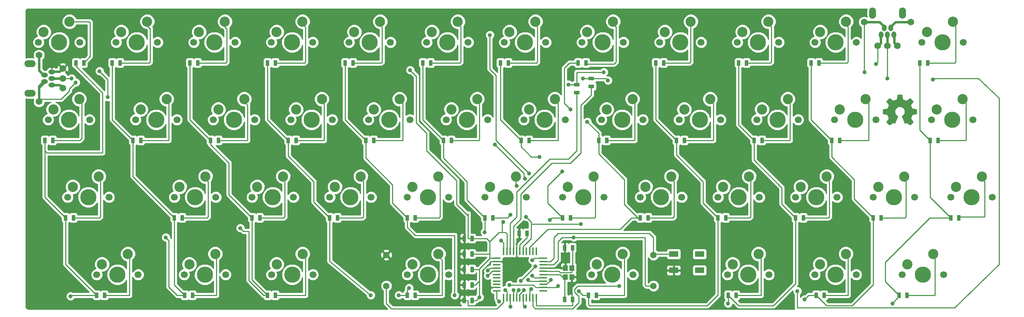
<source format=gbl>
G04 (created by PCBNEW (2013-07-07 BZR 4022)-stable) date 7/6/2014 3:39:49 PM*
%MOIN*%
G04 Gerber Fmt 3.4, Leading zero omitted, Abs format*
%FSLAX34Y34*%
G01*
G70*
G90*
G04 APERTURE LIST*
%ADD10C,0.00590551*%
%ADD11C,0.024*%
%ADD12C,0.0001*%
%ADD13O,0.0748X0.016*%
%ADD14O,0.016X0.0748*%
%ADD15R,0.035X0.055*%
%ADD16R,0.055X0.035*%
%ADD17C,0.0629921*%
%ADD18C,0.1567*%
%ADD19C,0.0984*%
%ADD20C,0.0669*%
%ADD21R,0.0453X0.0551*%
%ADD22R,0.0906X0.0551*%
%ADD23O,0.045X0.065*%
%ADD24O,0.067X0.11*%
%ADD25C,0.065*%
%ADD26O,0.065X0.045*%
%ADD27O,0.11X0.067*%
%ADD28C,0.0393701*%
%ADD29C,0.01*%
G04 APERTURE END LIST*
G54D10*
G54D11*
X112950Y-34850D02*
X112650Y-34550D01*
X112650Y-34550D02*
X112650Y-33950D01*
X111050Y-34850D02*
X111350Y-34600D01*
X111350Y-34600D02*
X111350Y-33950D01*
X112000Y-33950D02*
X112000Y-34850D01*
X112350Y-32950D02*
X112800Y-32550D01*
X112800Y-32550D02*
X114250Y-32550D01*
X111650Y-32950D02*
X111250Y-32550D01*
X111250Y-32550D02*
X109750Y-32550D01*
X32350Y-37050D02*
X32050Y-37350D01*
X32050Y-37350D02*
X31450Y-37350D01*
X32350Y-38950D02*
X32100Y-38650D01*
X32100Y-38650D02*
X31450Y-38650D01*
X31450Y-38000D02*
X32350Y-38000D01*
X30450Y-37650D02*
X30050Y-37200D01*
X30050Y-37200D02*
X30050Y-35750D01*
X30450Y-38350D02*
X30050Y-38750D01*
X30050Y-38750D02*
X30050Y-40250D01*
G54D12*
G36*
X114850Y-41231D02*
X114849Y-41287D01*
X114849Y-41333D01*
X114849Y-41370D01*
X114848Y-41399D01*
X114848Y-41421D01*
X114847Y-41436D01*
X114845Y-41447D01*
X114843Y-41453D01*
X114842Y-41455D01*
X114835Y-41457D01*
X114818Y-41461D01*
X114793Y-41467D01*
X114760Y-41474D01*
X114722Y-41481D01*
X114680Y-41490D01*
X114635Y-41498D01*
X114584Y-41507D01*
X114539Y-41516D01*
X114500Y-41524D01*
X114468Y-41531D01*
X114445Y-41537D01*
X114430Y-41541D01*
X114426Y-41543D01*
X114422Y-41550D01*
X114414Y-41565D01*
X114404Y-41588D01*
X114392Y-41617D01*
X114378Y-41650D01*
X114363Y-41685D01*
X114349Y-41721D01*
X114334Y-41758D01*
X114321Y-41792D01*
X114310Y-41822D01*
X114300Y-41848D01*
X114294Y-41867D01*
X114291Y-41878D01*
X114291Y-41880D01*
X114294Y-41886D01*
X114303Y-41900D01*
X114318Y-41922D01*
X114336Y-41949D01*
X114357Y-41981D01*
X114382Y-42016D01*
X114408Y-42054D01*
X114434Y-42092D01*
X114458Y-42128D01*
X114479Y-42161D01*
X114497Y-42188D01*
X114510Y-42210D01*
X114519Y-42224D01*
X114522Y-42231D01*
X114518Y-42237D01*
X114507Y-42250D01*
X114490Y-42269D01*
X114469Y-42292D01*
X114443Y-42318D01*
X114415Y-42347D01*
X114385Y-42378D01*
X114354Y-42409D01*
X114324Y-42439D01*
X114294Y-42468D01*
X114268Y-42494D01*
X114244Y-42516D01*
X114225Y-42533D01*
X114212Y-42545D01*
X114205Y-42550D01*
X114204Y-42550D01*
X114198Y-42547D01*
X114184Y-42538D01*
X114162Y-42524D01*
X114135Y-42506D01*
X114103Y-42485D01*
X114067Y-42461D01*
X114030Y-42436D01*
X113992Y-42410D01*
X113956Y-42385D01*
X113924Y-42364D01*
X113897Y-42347D01*
X113875Y-42333D01*
X113861Y-42325D01*
X113854Y-42322D01*
X113846Y-42324D01*
X113831Y-42331D01*
X113809Y-42342D01*
X113784Y-42355D01*
X113772Y-42361D01*
X113744Y-42376D01*
X113720Y-42387D01*
X113701Y-42395D01*
X113689Y-42399D01*
X113687Y-42399D01*
X113684Y-42397D01*
X113681Y-42393D01*
X113676Y-42385D01*
X113670Y-42373D01*
X113662Y-42357D01*
X113652Y-42334D01*
X113639Y-42306D01*
X113624Y-42271D01*
X113606Y-42229D01*
X113585Y-42178D01*
X113560Y-42118D01*
X113531Y-42049D01*
X113526Y-42037D01*
X113502Y-41977D01*
X113478Y-41920D01*
X113457Y-41867D01*
X113437Y-41818D01*
X113420Y-41775D01*
X113405Y-41738D01*
X113394Y-41708D01*
X113386Y-41686D01*
X113382Y-41673D01*
X113381Y-41669D01*
X113387Y-41663D01*
X113399Y-41652D01*
X113417Y-41638D01*
X113435Y-41625D01*
X113481Y-41591D01*
X113519Y-41559D01*
X113550Y-41527D01*
X113576Y-41492D01*
X113600Y-41453D01*
X113612Y-41431D01*
X113638Y-41367D01*
X113654Y-41301D01*
X113659Y-41234D01*
X113654Y-41167D01*
X113639Y-41102D01*
X113615Y-41040D01*
X113581Y-40980D01*
X113537Y-40925D01*
X113534Y-40922D01*
X113482Y-40874D01*
X113424Y-40835D01*
X113359Y-40805D01*
X113327Y-40794D01*
X113309Y-40789D01*
X113292Y-40785D01*
X113273Y-40783D01*
X113249Y-40782D01*
X113219Y-40781D01*
X113202Y-40781D01*
X113169Y-40781D01*
X113142Y-40782D01*
X113122Y-40784D01*
X113104Y-40787D01*
X113086Y-40792D01*
X113078Y-40794D01*
X113010Y-40821D01*
X112949Y-40856D01*
X112894Y-40900D01*
X112847Y-40952D01*
X112808Y-41010D01*
X112797Y-41031D01*
X112775Y-41082D01*
X112760Y-41130D01*
X112752Y-41180D01*
X112750Y-41233D01*
X112755Y-41304D01*
X112771Y-41372D01*
X112797Y-41436D01*
X112832Y-41495D01*
X112877Y-41548D01*
X112897Y-41567D01*
X112922Y-41588D01*
X112951Y-41610D01*
X112978Y-41630D01*
X113002Y-41646D01*
X113005Y-41647D01*
X113018Y-41657D01*
X113025Y-41667D01*
X113026Y-41669D01*
X113024Y-41676D01*
X113019Y-41693D01*
X113009Y-41719D01*
X112996Y-41754D01*
X112979Y-41797D01*
X112959Y-41847D01*
X112936Y-41904D01*
X112910Y-41967D01*
X112884Y-42029D01*
X112860Y-42088D01*
X112836Y-42144D01*
X112814Y-42197D01*
X112794Y-42245D01*
X112776Y-42288D01*
X112761Y-42324D01*
X112749Y-42353D01*
X112740Y-42374D01*
X112735Y-42386D01*
X112734Y-42389D01*
X112725Y-42397D01*
X112717Y-42400D01*
X112709Y-42397D01*
X112693Y-42390D01*
X112671Y-42380D01*
X112645Y-42366D01*
X112634Y-42360D01*
X112601Y-42343D01*
X112575Y-42331D01*
X112557Y-42324D01*
X112548Y-42323D01*
X112541Y-42327D01*
X112525Y-42336D01*
X112503Y-42350D01*
X112477Y-42367D01*
X112447Y-42387D01*
X112428Y-42400D01*
X112377Y-42436D01*
X112334Y-42465D01*
X112299Y-42489D01*
X112270Y-42509D01*
X112248Y-42524D01*
X112231Y-42535D01*
X112218Y-42542D01*
X112209Y-42547D01*
X112204Y-42549D01*
X112201Y-42550D01*
X112196Y-42546D01*
X112183Y-42535D01*
X112164Y-42518D01*
X112140Y-42496D01*
X112112Y-42469D01*
X112081Y-42438D01*
X112048Y-42405D01*
X112041Y-42398D01*
X112007Y-42364D01*
X111976Y-42333D01*
X111948Y-42304D01*
X111924Y-42279D01*
X111905Y-42259D01*
X111892Y-42245D01*
X111886Y-42238D01*
X111886Y-42237D01*
X111885Y-42234D01*
X111885Y-42231D01*
X111886Y-42227D01*
X111888Y-42220D01*
X111893Y-42211D01*
X111901Y-42199D01*
X111912Y-42182D01*
X111928Y-42159D01*
X111947Y-42130D01*
X111972Y-42093D01*
X112003Y-42049D01*
X112006Y-42045D01*
X112032Y-42007D01*
X112055Y-41972D01*
X112076Y-41940D01*
X112094Y-41914D01*
X112107Y-41893D01*
X112115Y-41880D01*
X112117Y-41874D01*
X112115Y-41867D01*
X112109Y-41851D01*
X112101Y-41828D01*
X112089Y-41798D01*
X112075Y-41763D01*
X112060Y-41724D01*
X112052Y-41705D01*
X112033Y-41657D01*
X112017Y-41618D01*
X112004Y-41588D01*
X111994Y-41566D01*
X111986Y-41551D01*
X111980Y-41542D01*
X111976Y-41538D01*
X111968Y-41536D01*
X111950Y-41532D01*
X111924Y-41527D01*
X111891Y-41520D01*
X111853Y-41513D01*
X111810Y-41505D01*
X111768Y-41497D01*
X111722Y-41489D01*
X111680Y-41480D01*
X111642Y-41473D01*
X111611Y-41466D01*
X111586Y-41461D01*
X111570Y-41457D01*
X111564Y-41455D01*
X111562Y-41451D01*
X111560Y-41444D01*
X111559Y-41431D01*
X111558Y-41413D01*
X111557Y-41388D01*
X111556Y-41355D01*
X111556Y-41313D01*
X111556Y-41262D01*
X111556Y-41230D01*
X111556Y-41012D01*
X111569Y-41004D01*
X111577Y-41001D01*
X111595Y-40997D01*
X111621Y-40991D01*
X111654Y-40984D01*
X111693Y-40976D01*
X111736Y-40968D01*
X111783Y-40959D01*
X111784Y-40959D01*
X111830Y-40951D01*
X111873Y-40942D01*
X111911Y-40935D01*
X111944Y-40928D01*
X111969Y-40922D01*
X111986Y-40918D01*
X111993Y-40915D01*
X111994Y-40915D01*
X111998Y-40908D01*
X112005Y-40893D01*
X112016Y-40870D01*
X112028Y-40842D01*
X112042Y-40810D01*
X112057Y-40776D01*
X112072Y-40740D01*
X112087Y-40706D01*
X112100Y-40674D01*
X112112Y-40646D01*
X112121Y-40624D01*
X112126Y-40608D01*
X112128Y-40602D01*
X112125Y-40596D01*
X112116Y-40581D01*
X112103Y-40560D01*
X112085Y-40532D01*
X112063Y-40500D01*
X112039Y-40464D01*
X112012Y-40425D01*
X112008Y-40419D01*
X111981Y-40379D01*
X111956Y-40342D01*
X111934Y-40309D01*
X111915Y-40280D01*
X111900Y-40257D01*
X111890Y-40241D01*
X111885Y-40233D01*
X111885Y-40233D01*
X111886Y-40228D01*
X111891Y-40221D01*
X111899Y-40210D01*
X111913Y-40194D01*
X111932Y-40173D01*
X111958Y-40147D01*
X111990Y-40114D01*
X112029Y-40075D01*
X112037Y-40067D01*
X112076Y-40027D01*
X112112Y-39993D01*
X112142Y-39964D01*
X112167Y-39941D01*
X112186Y-39924D01*
X112198Y-39914D01*
X112202Y-39912D01*
X112209Y-39915D01*
X112224Y-39923D01*
X112246Y-39937D01*
X112274Y-39955D01*
X112306Y-39976D01*
X112343Y-40001D01*
X112382Y-40027D01*
X112386Y-40030D01*
X112425Y-40057D01*
X112462Y-40082D01*
X112495Y-40105D01*
X112524Y-40124D01*
X112547Y-40139D01*
X112563Y-40150D01*
X112571Y-40155D01*
X112571Y-40155D01*
X112576Y-40157D01*
X112583Y-40156D01*
X112594Y-40154D01*
X112609Y-40149D01*
X112630Y-40142D01*
X112658Y-40131D01*
X112695Y-40116D01*
X112721Y-40105D01*
X112767Y-40087D01*
X112803Y-40072D01*
X112832Y-40060D01*
X112853Y-40050D01*
X112868Y-40043D01*
X112879Y-40038D01*
X112885Y-40033D01*
X112889Y-40029D01*
X112891Y-40026D01*
X112892Y-40023D01*
X112894Y-40015D01*
X112897Y-39998D01*
X112902Y-39972D01*
X112909Y-39939D01*
X112916Y-39900D01*
X112924Y-39857D01*
X112933Y-39811D01*
X112934Y-39806D01*
X112943Y-39759D01*
X112951Y-39716D01*
X112959Y-39677D01*
X112966Y-39644D01*
X112972Y-39618D01*
X112976Y-39600D01*
X112978Y-39592D01*
X112979Y-39592D01*
X112982Y-39590D01*
X112989Y-39588D01*
X113000Y-39587D01*
X113017Y-39586D01*
X113041Y-39585D01*
X113072Y-39584D01*
X113111Y-39584D01*
X113160Y-39584D01*
X113202Y-39584D01*
X113250Y-39584D01*
X113295Y-39584D01*
X113335Y-39585D01*
X113370Y-39586D01*
X113397Y-39586D01*
X113416Y-39587D01*
X113426Y-39588D01*
X113426Y-39588D01*
X113429Y-39595D01*
X113434Y-39612D01*
X113440Y-39638D01*
X113447Y-39673D01*
X113456Y-39716D01*
X113465Y-39765D01*
X113474Y-39811D01*
X113483Y-39859D01*
X113492Y-39903D01*
X113500Y-39943D01*
X113506Y-39977D01*
X113512Y-40004D01*
X113517Y-40023D01*
X113519Y-40033D01*
X113520Y-40034D01*
X113527Y-40038D01*
X113542Y-40045D01*
X113565Y-40055D01*
X113592Y-40067D01*
X113624Y-40080D01*
X113658Y-40094D01*
X113693Y-40108D01*
X113727Y-40122D01*
X113759Y-40134D01*
X113787Y-40145D01*
X113809Y-40153D01*
X113824Y-40158D01*
X113830Y-40160D01*
X113836Y-40156D01*
X113850Y-40147D01*
X113871Y-40133D01*
X113898Y-40114D01*
X113930Y-40092D01*
X113966Y-40068D01*
X114006Y-40041D01*
X114015Y-40034D01*
X114055Y-40007D01*
X114092Y-39982D01*
X114126Y-39960D01*
X114155Y-39941D01*
X114178Y-39926D01*
X114194Y-39916D01*
X114203Y-39912D01*
X114204Y-39912D01*
X114210Y-39915D01*
X114223Y-39926D01*
X114241Y-39943D01*
X114264Y-39965D01*
X114291Y-39990D01*
X114320Y-40019D01*
X114351Y-40049D01*
X114381Y-40080D01*
X114412Y-40110D01*
X114440Y-40140D01*
X114466Y-40166D01*
X114488Y-40190D01*
X114506Y-40209D01*
X114517Y-40223D01*
X114522Y-40230D01*
X114522Y-40230D01*
X114519Y-40237D01*
X114510Y-40251D01*
X114496Y-40273D01*
X114478Y-40301D01*
X114457Y-40333D01*
X114433Y-40369D01*
X114406Y-40408D01*
X114405Y-40410D01*
X114378Y-40449D01*
X114353Y-40486D01*
X114330Y-40519D01*
X114311Y-40547D01*
X114297Y-40570D01*
X114286Y-40585D01*
X114282Y-40593D01*
X114282Y-40593D01*
X114281Y-40598D01*
X114282Y-40606D01*
X114286Y-40619D01*
X114292Y-40638D01*
X114302Y-40663D01*
X114316Y-40696D01*
X114333Y-40737D01*
X114342Y-40758D01*
X114360Y-40800D01*
X114376Y-40836D01*
X114391Y-40868D01*
X114403Y-40892D01*
X114412Y-40909D01*
X114417Y-40917D01*
X114418Y-40918D01*
X114425Y-40920D01*
X114442Y-40924D01*
X114468Y-40929D01*
X114500Y-40936D01*
X114539Y-40943D01*
X114582Y-40952D01*
X114629Y-40961D01*
X114634Y-40961D01*
X114687Y-40972D01*
X114734Y-40981D01*
X114774Y-40989D01*
X114805Y-40996D01*
X114828Y-41002D01*
X114842Y-41006D01*
X114845Y-41007D01*
X114846Y-41014D01*
X114847Y-41031D01*
X114848Y-41056D01*
X114848Y-41089D01*
X114849Y-41128D01*
X114849Y-41171D01*
X114850Y-41219D01*
X114850Y-41231D01*
X114850Y-41231D01*
X114850Y-41231D01*
G37*
G54D13*
X74250Y-57000D03*
X74250Y-56685D03*
X74250Y-56370D03*
X74250Y-56055D03*
X74250Y-55740D03*
X74250Y-55425D03*
X74250Y-57315D03*
X74250Y-57630D03*
X74250Y-57945D03*
X74250Y-58260D03*
X74250Y-58575D03*
X78750Y-57000D03*
X78750Y-56685D03*
X78750Y-56370D03*
X78750Y-56055D03*
X78750Y-55740D03*
X78750Y-55425D03*
X78750Y-57315D03*
X78750Y-57630D03*
X78750Y-57945D03*
X78750Y-58260D03*
X78750Y-58575D03*
G54D14*
X76500Y-54750D03*
X76500Y-59250D03*
X76815Y-54750D03*
X76815Y-59250D03*
X77130Y-59250D03*
X77130Y-54750D03*
X77445Y-54750D03*
X77445Y-59250D03*
X77760Y-59250D03*
X77760Y-54750D03*
X78075Y-54750D03*
X78075Y-59250D03*
X76185Y-59250D03*
X76185Y-54750D03*
X75870Y-54750D03*
X75870Y-59250D03*
X75555Y-59250D03*
X75555Y-54750D03*
X75240Y-54750D03*
X75240Y-59250D03*
X74925Y-59250D03*
X74925Y-54750D03*
G54D15*
X80625Y-51500D03*
X81375Y-51500D03*
X58125Y-51500D03*
X58875Y-51500D03*
X65625Y-59000D03*
X66375Y-59000D03*
X59625Y-36500D03*
X60375Y-36500D03*
X74625Y-36500D03*
X75375Y-36500D03*
X33625Y-36500D03*
X34375Y-36500D03*
X65625Y-51500D03*
X66375Y-51500D03*
X52125Y-36500D03*
X52875Y-36500D03*
X76625Y-44000D03*
X77375Y-44000D03*
X82125Y-36500D03*
X82875Y-36500D03*
X89625Y-36500D03*
X90375Y-36500D03*
X84125Y-44000D03*
X84875Y-44000D03*
X88125Y-51500D03*
X88875Y-51500D03*
X61625Y-44000D03*
X62375Y-44000D03*
X95625Y-51500D03*
X96375Y-51500D03*
X54125Y-44000D03*
X54875Y-44000D03*
X91625Y-44000D03*
X92375Y-44000D03*
X96625Y-59000D03*
X97375Y-59000D03*
X73125Y-51500D03*
X73875Y-51500D03*
X69125Y-44000D03*
X69875Y-44000D03*
X67125Y-36500D03*
X67875Y-36500D03*
X52125Y-59000D03*
X52875Y-59000D03*
X44125Y-59000D03*
X44875Y-59000D03*
X50625Y-51500D03*
X51375Y-51500D03*
X46625Y-44000D03*
X47375Y-44000D03*
X37125Y-36500D03*
X37875Y-36500D03*
X44625Y-36500D03*
X45375Y-36500D03*
X30625Y-44000D03*
X31375Y-44000D03*
X39125Y-44000D03*
X39875Y-44000D03*
X43125Y-51500D03*
X43875Y-51500D03*
X97625Y-36500D03*
X98375Y-36500D03*
X99125Y-44000D03*
X99875Y-44000D03*
X104625Y-36500D03*
X105375Y-36500D03*
X106625Y-44000D03*
X107375Y-44000D03*
X103125Y-51500D03*
X103875Y-51500D03*
X118125Y-51500D03*
X118875Y-51500D03*
X110625Y-51500D03*
X111375Y-51500D03*
X116125Y-44000D03*
X116875Y-44000D03*
X115125Y-36500D03*
X115875Y-36500D03*
X83125Y-59000D03*
X83875Y-59000D03*
X105125Y-59000D03*
X105875Y-59000D03*
X113125Y-59000D03*
X113875Y-59000D03*
X35625Y-59000D03*
X36375Y-59000D03*
X32625Y-51500D03*
X33375Y-51500D03*
X71875Y-58000D03*
X71125Y-58000D03*
X71875Y-56500D03*
X71125Y-56500D03*
X77175Y-53000D03*
X76425Y-53000D03*
X71875Y-59500D03*
X71125Y-59500D03*
G54D16*
X82000Y-39375D03*
X82000Y-38625D03*
X83400Y-38775D03*
X83400Y-38025D03*
G54D15*
X71875Y-55000D03*
X71125Y-55000D03*
X80825Y-59400D03*
X81575Y-59400D03*
X81575Y-54400D03*
X80825Y-54400D03*
X71875Y-53500D03*
X71125Y-53500D03*
G54D17*
X63600Y-58100D03*
X63600Y-55100D03*
X89400Y-58100D03*
X89400Y-55100D03*
G54D18*
X37632Y-57000D03*
G54D19*
X38632Y-55000D03*
X36132Y-56000D03*
G54D20*
X35632Y-57000D03*
X39632Y-57000D03*
G54D18*
X67625Y-57000D03*
G54D19*
X68625Y-55000D03*
X66125Y-56000D03*
G54D20*
X65625Y-57000D03*
X69625Y-57000D03*
G54D18*
X98541Y-57000D03*
G54D19*
X99541Y-55000D03*
X97041Y-56000D03*
G54D20*
X96541Y-57000D03*
X100541Y-57000D03*
G54D18*
X34812Y-49500D03*
G54D19*
X35812Y-47500D03*
X33312Y-48500D03*
G54D20*
X32812Y-49500D03*
X36812Y-49500D03*
G54D18*
X117312Y-34500D03*
G54D19*
X118312Y-32500D03*
X115812Y-33500D03*
G54D20*
X115312Y-34500D03*
X119312Y-34500D03*
G54D18*
X101370Y-42000D03*
G54D19*
X102370Y-40000D03*
X99870Y-41000D03*
G54D20*
X99370Y-42000D03*
X103370Y-42000D03*
G54D18*
X93870Y-42000D03*
G54D19*
X94870Y-40000D03*
X92370Y-41000D03*
G54D20*
X91870Y-42000D03*
X95870Y-42000D03*
G54D18*
X86370Y-42000D03*
G54D19*
X87370Y-40000D03*
X84870Y-41000D03*
G54D20*
X84370Y-42000D03*
X88370Y-42000D03*
G54D18*
X78870Y-42000D03*
G54D19*
X79870Y-40000D03*
X77370Y-41000D03*
G54D20*
X76870Y-42000D03*
X80870Y-42000D03*
G54D18*
X71370Y-42000D03*
G54D19*
X72370Y-40000D03*
X69870Y-41000D03*
G54D20*
X69370Y-42000D03*
X73370Y-42000D03*
G54D18*
X63870Y-42000D03*
G54D19*
X64870Y-40000D03*
X62370Y-41000D03*
G54D20*
X61870Y-42000D03*
X65870Y-42000D03*
G54D18*
X56370Y-42000D03*
G54D19*
X57370Y-40000D03*
X54870Y-41000D03*
G54D20*
X54370Y-42000D03*
X58370Y-42000D03*
G54D18*
X48870Y-42000D03*
G54D19*
X49870Y-40000D03*
X47370Y-41000D03*
G54D20*
X46870Y-42000D03*
X50870Y-42000D03*
G54D18*
X41370Y-42000D03*
G54D19*
X42370Y-40000D03*
X39870Y-41000D03*
G54D20*
X39370Y-42000D03*
X43370Y-42000D03*
G54D18*
X32935Y-42000D03*
G54D19*
X33935Y-40000D03*
X31435Y-41000D03*
G54D20*
X30935Y-42000D03*
X34935Y-42000D03*
G54D18*
X77000Y-34500D03*
G54D19*
X78000Y-32500D03*
X75500Y-33500D03*
G54D20*
X75000Y-34500D03*
X79000Y-34500D03*
G54D18*
X107000Y-34500D03*
G54D19*
X108000Y-32500D03*
X105500Y-33500D03*
G54D20*
X105000Y-34500D03*
X109000Y-34500D03*
G54D18*
X99500Y-34500D03*
G54D19*
X100500Y-32500D03*
X98000Y-33500D03*
G54D20*
X97500Y-34500D03*
X101500Y-34500D03*
G54D18*
X84500Y-34500D03*
G54D19*
X85500Y-32500D03*
X83000Y-33500D03*
G54D20*
X82500Y-34500D03*
X86500Y-34500D03*
G54D18*
X69500Y-34500D03*
G54D19*
X70500Y-32500D03*
X68000Y-33500D03*
G54D20*
X67500Y-34500D03*
X71500Y-34500D03*
G54D18*
X62000Y-34500D03*
G54D19*
X63000Y-32500D03*
X60500Y-33500D03*
G54D20*
X60000Y-34500D03*
X64000Y-34500D03*
G54D18*
X54500Y-34500D03*
G54D19*
X55500Y-32500D03*
X53000Y-33500D03*
G54D20*
X52500Y-34500D03*
X56500Y-34500D03*
G54D18*
X47000Y-34500D03*
G54D19*
X48000Y-32500D03*
X45500Y-33500D03*
G54D20*
X45000Y-34500D03*
X49000Y-34500D03*
G54D18*
X39500Y-34500D03*
G54D19*
X40500Y-32500D03*
X38000Y-33500D03*
G54D20*
X37500Y-34500D03*
X41500Y-34500D03*
G54D18*
X32000Y-34500D03*
G54D19*
X33000Y-32500D03*
X30500Y-33500D03*
G54D20*
X30000Y-34500D03*
X34000Y-34500D03*
G54D18*
X108870Y-42000D03*
G54D19*
X109870Y-40000D03*
X107370Y-41000D03*
G54D20*
X106870Y-42000D03*
X110870Y-42000D03*
G54D18*
X92000Y-34500D03*
G54D19*
X93000Y-32500D03*
X90500Y-33500D03*
G54D20*
X90000Y-34500D03*
X94000Y-34500D03*
G54D18*
X115411Y-57000D03*
G54D19*
X116411Y-55000D03*
X113911Y-56000D03*
G54D20*
X113411Y-57000D03*
X117411Y-57000D03*
G54D18*
X106976Y-57000D03*
G54D19*
X107976Y-55000D03*
X105476Y-56000D03*
G54D20*
X104976Y-57000D03*
X108976Y-57000D03*
G54D18*
X85419Y-57000D03*
G54D19*
X86419Y-55000D03*
X83919Y-56000D03*
G54D20*
X83419Y-57000D03*
X87419Y-57000D03*
G54D18*
X54502Y-57000D03*
G54D19*
X55502Y-55000D03*
X53002Y-56000D03*
G54D20*
X52502Y-57000D03*
X56502Y-57000D03*
G54D18*
X46067Y-57000D03*
G54D19*
X47067Y-55000D03*
X44567Y-56000D03*
G54D20*
X44067Y-57000D03*
X48067Y-57000D03*
G54D18*
X120125Y-49500D03*
G54D19*
X121125Y-47500D03*
X118625Y-48500D03*
G54D20*
X118125Y-49500D03*
X122125Y-49500D03*
G54D18*
X112625Y-49500D03*
G54D19*
X113625Y-47500D03*
X111125Y-48500D03*
G54D20*
X110625Y-49500D03*
X114625Y-49500D03*
G54D18*
X105125Y-49500D03*
G54D19*
X106125Y-47500D03*
X103625Y-48500D03*
G54D20*
X103125Y-49500D03*
X107125Y-49500D03*
G54D18*
X97625Y-49500D03*
G54D19*
X98625Y-47500D03*
X96125Y-48500D03*
G54D20*
X95625Y-49500D03*
X99625Y-49500D03*
G54D18*
X90125Y-49500D03*
G54D19*
X91125Y-47500D03*
X88625Y-48500D03*
G54D20*
X88125Y-49500D03*
X92125Y-49500D03*
G54D18*
X82625Y-49500D03*
G54D19*
X83625Y-47500D03*
X81125Y-48500D03*
G54D20*
X80625Y-49500D03*
X84625Y-49500D03*
G54D18*
X75125Y-49500D03*
G54D19*
X76125Y-47500D03*
X73625Y-48500D03*
G54D20*
X73125Y-49500D03*
X77125Y-49500D03*
G54D18*
X67625Y-49500D03*
G54D19*
X68625Y-47500D03*
X66125Y-48500D03*
G54D20*
X65625Y-49500D03*
X69625Y-49500D03*
G54D18*
X60125Y-49500D03*
G54D19*
X61125Y-47500D03*
X58625Y-48500D03*
G54D20*
X58125Y-49500D03*
X62125Y-49500D03*
G54D18*
X52625Y-49500D03*
G54D19*
X53625Y-47500D03*
X51125Y-48500D03*
G54D20*
X50625Y-49500D03*
X54625Y-49500D03*
G54D18*
X45125Y-49500D03*
G54D19*
X46125Y-47500D03*
X43625Y-48500D03*
G54D20*
X43125Y-49500D03*
X47125Y-49500D03*
G54D18*
X118245Y-42000D03*
G54D19*
X119245Y-40000D03*
X116745Y-41000D03*
G54D20*
X116245Y-42000D03*
X120245Y-42000D03*
G54D21*
X80885Y-56367D03*
X80885Y-57233D03*
X81515Y-56367D03*
X81515Y-57233D03*
G54D22*
X91360Y-56588D03*
X93840Y-55013D03*
X93840Y-56587D03*
X91360Y-55013D03*
G54D23*
X111370Y-33785D03*
X111685Y-33097D03*
X112000Y-33785D03*
X112315Y-33097D03*
X112630Y-33785D03*
G54D24*
X113436Y-31689D03*
X110564Y-31689D03*
G54D25*
X111050Y-34850D03*
X109750Y-32550D03*
X112000Y-34850D03*
X114250Y-32550D03*
X112950Y-34850D03*
G54D26*
X31285Y-38630D03*
X30597Y-38315D03*
X31285Y-38000D03*
X30597Y-37685D03*
X31285Y-37370D03*
G54D27*
X29189Y-36564D03*
X29189Y-39436D03*
G54D25*
X32350Y-38950D03*
X30050Y-40250D03*
X32350Y-38000D03*
X30050Y-35750D03*
X32350Y-37050D03*
G54D28*
X33100Y-59100D03*
X73400Y-56600D03*
X96600Y-59800D03*
X76400Y-58500D03*
X104000Y-59400D03*
X76900Y-58500D03*
X112500Y-59800D03*
X77000Y-60100D03*
X42300Y-53400D03*
X73400Y-57100D03*
X74700Y-53700D03*
X49500Y-52500D03*
X65800Y-58300D03*
X75100Y-58500D03*
X64800Y-59000D03*
X62100Y-59000D03*
X70200Y-59000D03*
X75600Y-60100D03*
X75900Y-58500D03*
X73100Y-52900D03*
X77600Y-58400D03*
X76600Y-57600D03*
X78000Y-56200D03*
X79400Y-51700D03*
X80600Y-47000D03*
X78400Y-45600D03*
X83000Y-42200D03*
X81400Y-41000D03*
X82200Y-58600D03*
X77700Y-55600D03*
X73600Y-33800D03*
X77400Y-47200D03*
X77700Y-57100D03*
X74100Y-44400D03*
X77000Y-47700D03*
X77300Y-57500D03*
X79500Y-57500D03*
X75500Y-58000D03*
X80200Y-58100D03*
X82600Y-38000D03*
X33200Y-38000D03*
X85000Y-38200D03*
X112000Y-38000D03*
X33600Y-38400D03*
X81200Y-38600D03*
X84600Y-37400D03*
X109800Y-37400D03*
X75600Y-51200D03*
X76200Y-48400D03*
X86100Y-58100D03*
X74900Y-51900D03*
X77100Y-51400D03*
X82400Y-52100D03*
X81700Y-53400D03*
X103300Y-58600D03*
X116400Y-38100D03*
X110900Y-36600D03*
X36700Y-39800D03*
X35900Y-37300D03*
X65900Y-37200D03*
X72600Y-59200D03*
X74500Y-59600D03*
G54D29*
X74250Y-56370D02*
X73630Y-56370D01*
X33200Y-59000D02*
X35625Y-59000D01*
X33100Y-59100D02*
X33200Y-59000D01*
X73630Y-56370D02*
X73400Y-56600D01*
X32625Y-51500D02*
X32625Y-56000D01*
X32625Y-56000D02*
X35625Y-59000D01*
X30625Y-44000D02*
X30625Y-49500D01*
X30625Y-49500D02*
X32625Y-51500D01*
X33625Y-36500D02*
X33625Y-36825D01*
X30625Y-44975D02*
X30625Y-44000D01*
X30800Y-45200D02*
X30625Y-44975D01*
X36200Y-45200D02*
X30800Y-45200D01*
X36200Y-39400D02*
X36200Y-45200D01*
X33625Y-36825D02*
X36200Y-39400D01*
X76185Y-59250D02*
X76185Y-58715D01*
X96625Y-59775D02*
X96625Y-59000D01*
X96600Y-59800D02*
X96625Y-59775D01*
X76185Y-58715D02*
X76400Y-58500D01*
X103125Y-51500D02*
X103125Y-57875D01*
X97625Y-60000D02*
X96625Y-59000D01*
X101000Y-60000D02*
X97625Y-60000D01*
X103125Y-57875D02*
X101000Y-60000D01*
X99125Y-44000D02*
X99125Y-45925D01*
X101800Y-50175D02*
X103125Y-51500D01*
X101800Y-48600D02*
X101800Y-50175D01*
X99125Y-45925D02*
X101800Y-48600D01*
X97625Y-36500D02*
X97625Y-42500D01*
X97625Y-42500D02*
X99125Y-44000D01*
X76500Y-59250D02*
X76500Y-58900D01*
X104400Y-59000D02*
X105125Y-59000D01*
X104000Y-59400D02*
X104400Y-59000D01*
X76500Y-58900D02*
X76900Y-58500D01*
X110625Y-51500D02*
X110625Y-57975D01*
X106125Y-60000D02*
X105125Y-59000D01*
X108600Y-60000D02*
X106125Y-60000D01*
X110625Y-57975D02*
X108600Y-60000D01*
X106625Y-44000D02*
X106625Y-45625D01*
X108800Y-49675D02*
X110625Y-51500D01*
X108800Y-47800D02*
X108800Y-49675D01*
X106625Y-45625D02*
X108800Y-47800D01*
X104625Y-36500D02*
X104625Y-42000D01*
X104625Y-42000D02*
X106625Y-44000D01*
X76815Y-59250D02*
X76815Y-59915D01*
X113125Y-59075D02*
X113125Y-59000D01*
X112500Y-59800D02*
X113125Y-59075D01*
X76815Y-59915D02*
X77000Y-60100D01*
X118125Y-51500D02*
X116100Y-51500D01*
X111800Y-57675D02*
X113125Y-59000D01*
X111800Y-55800D02*
X111800Y-57675D01*
X116100Y-51500D02*
X111800Y-55800D01*
X116125Y-44000D02*
X116125Y-49500D01*
X116125Y-49500D02*
X118125Y-51500D01*
X115125Y-36500D02*
X115125Y-43000D01*
X115125Y-43000D02*
X116125Y-44000D01*
X74250Y-56685D02*
X73815Y-56685D01*
X43400Y-59000D02*
X44125Y-59000D01*
X42600Y-58200D02*
X43400Y-59000D01*
X42600Y-53700D02*
X42600Y-58200D01*
X42300Y-53400D02*
X42600Y-53700D01*
X73815Y-56685D02*
X73400Y-57100D01*
X43125Y-51500D02*
X43125Y-58000D01*
X43125Y-58000D02*
X44125Y-59000D01*
X39125Y-44000D02*
X39125Y-47500D01*
X39125Y-47500D02*
X43125Y-51500D01*
X37125Y-36500D02*
X37125Y-42000D01*
X37125Y-42000D02*
X39125Y-44000D01*
X50320Y-52800D02*
X49800Y-52800D01*
X50320Y-57579D02*
X51740Y-59000D01*
X52125Y-59000D02*
X51740Y-59000D01*
X74925Y-53925D02*
X74925Y-54750D01*
X74925Y-53925D02*
X74700Y-53700D01*
X50320Y-52800D02*
X50320Y-57579D01*
X49800Y-52800D02*
X49500Y-52500D01*
X50625Y-51500D02*
X50625Y-57500D01*
X50625Y-57500D02*
X52125Y-59000D01*
X46625Y-44000D02*
X46625Y-44425D01*
X48400Y-49275D02*
X50625Y-51500D01*
X48400Y-46200D02*
X48400Y-49275D01*
X46625Y-44425D02*
X48400Y-46200D01*
X44625Y-36500D02*
X44625Y-42000D01*
X44625Y-42000D02*
X46625Y-44000D01*
X75240Y-59250D02*
X75240Y-58640D01*
X65625Y-58475D02*
X65625Y-59000D01*
X65800Y-58300D02*
X65625Y-58475D01*
X75240Y-58640D02*
X75100Y-58500D01*
X58125Y-51500D02*
X58125Y-55725D01*
X64800Y-59000D02*
X65625Y-59000D01*
X58125Y-55725D02*
X62100Y-59000D01*
X54125Y-44000D02*
X54125Y-45525D01*
X56600Y-49975D02*
X58125Y-51500D01*
X56600Y-48000D02*
X56600Y-49975D01*
X54125Y-45525D02*
X56600Y-48000D01*
X52125Y-36500D02*
X52125Y-42000D01*
X52125Y-42000D02*
X54125Y-44000D01*
X61625Y-44000D02*
X61625Y-45725D01*
X64200Y-50075D02*
X65625Y-51500D01*
X64200Y-48300D02*
X64200Y-50075D01*
X61625Y-45725D02*
X64200Y-48300D01*
X65625Y-51500D02*
X65625Y-52425D01*
X65625Y-52425D02*
X66400Y-53200D01*
X66400Y-53200D02*
X70200Y-53200D01*
X70200Y-53200D02*
X70200Y-59000D01*
X75600Y-60100D02*
X75555Y-60055D01*
X75555Y-60055D02*
X75555Y-59250D01*
X59625Y-36500D02*
X59625Y-42000D01*
X59625Y-42000D02*
X61625Y-44000D01*
X75870Y-58530D02*
X75900Y-58500D01*
X73100Y-52900D02*
X73125Y-52875D01*
X73125Y-51500D02*
X73125Y-52875D01*
X75870Y-58530D02*
X75870Y-59250D01*
X69125Y-44000D02*
X69125Y-45725D01*
X71400Y-49775D02*
X73125Y-51500D01*
X71400Y-48000D02*
X71400Y-49775D01*
X69125Y-45725D02*
X71400Y-48000D01*
X67125Y-36500D02*
X67125Y-42000D01*
X67125Y-42000D02*
X69125Y-44000D01*
X80625Y-51500D02*
X79600Y-51500D01*
X77445Y-58555D02*
X77445Y-59250D01*
X77600Y-58400D02*
X77445Y-58555D01*
X78000Y-56200D02*
X76600Y-57600D01*
X79600Y-51500D02*
X79400Y-51700D01*
X76625Y-44000D02*
X76625Y-44625D01*
X79200Y-50075D02*
X80625Y-51500D01*
X79200Y-48400D02*
X79200Y-50075D01*
X80600Y-47000D02*
X79200Y-48400D01*
X77600Y-45600D02*
X78400Y-45600D01*
X76625Y-44625D02*
X77600Y-45600D01*
X74625Y-36500D02*
X74625Y-42000D01*
X74625Y-42000D02*
X76625Y-44000D01*
X88125Y-51500D02*
X87300Y-51500D01*
X77445Y-54355D02*
X77445Y-54750D01*
X79200Y-52600D02*
X77445Y-54355D01*
X86200Y-52600D02*
X79200Y-52600D01*
X87300Y-51500D02*
X86200Y-52600D01*
X84125Y-44000D02*
X84125Y-45325D01*
X88000Y-51600D02*
X88125Y-51500D01*
X86600Y-50200D02*
X88000Y-51600D01*
X86600Y-47800D02*
X86600Y-50200D01*
X84125Y-45325D02*
X86600Y-47800D01*
X82125Y-36500D02*
X81300Y-36500D01*
X84125Y-43325D02*
X84125Y-44000D01*
X83000Y-42200D02*
X84125Y-43325D01*
X80800Y-40400D02*
X81400Y-41000D01*
X80800Y-37000D02*
X80800Y-40400D01*
X81300Y-36500D02*
X80800Y-37000D01*
X78750Y-55425D02*
X77875Y-55425D01*
X82600Y-59000D02*
X83125Y-59000D01*
X82200Y-58600D02*
X82600Y-59000D01*
X77875Y-55425D02*
X77700Y-55600D01*
X95625Y-51500D02*
X95625Y-58975D01*
X83125Y-59925D02*
X83125Y-59000D01*
X83200Y-60000D02*
X83125Y-59925D01*
X94600Y-60000D02*
X83200Y-60000D01*
X95625Y-58975D02*
X94600Y-60000D01*
X91625Y-44000D02*
X91625Y-45425D01*
X94200Y-50075D02*
X95625Y-51500D01*
X94200Y-48000D02*
X94200Y-50075D01*
X91625Y-45425D02*
X94200Y-48000D01*
X89625Y-36500D02*
X89625Y-42000D01*
X89625Y-42000D02*
X91625Y-44000D01*
X78750Y-57315D02*
X77915Y-57315D01*
X73600Y-37100D02*
X73600Y-33800D01*
X74200Y-37700D02*
X73600Y-37100D01*
X74200Y-44000D02*
X74200Y-37700D01*
X77400Y-47200D02*
X74200Y-44000D01*
X77915Y-57315D02*
X77700Y-57100D01*
X78750Y-57630D02*
X77430Y-57630D01*
X76900Y-47200D02*
X74100Y-44400D01*
X76900Y-47600D02*
X76900Y-47200D01*
X77000Y-47700D02*
X76900Y-47600D01*
X77430Y-57630D02*
X77300Y-57500D01*
X78750Y-57945D02*
X79055Y-57945D01*
X79055Y-57945D02*
X79500Y-57500D01*
X78060Y-58260D02*
X77800Y-58000D01*
X77800Y-58000D02*
X75500Y-58000D01*
X78060Y-58260D02*
X78750Y-58260D01*
X78750Y-58260D02*
X80040Y-58260D01*
X80040Y-58260D02*
X80200Y-58100D01*
X78075Y-59250D02*
X78075Y-59975D01*
X81575Y-59975D02*
X81575Y-59400D01*
X81600Y-60000D02*
X81575Y-59975D01*
X78100Y-60000D02*
X81600Y-60000D01*
X78075Y-59975D02*
X78100Y-60000D01*
X74250Y-55740D02*
X76160Y-55740D01*
X76185Y-55715D02*
X76185Y-54750D01*
X76160Y-55740D02*
X76185Y-55715D01*
X72900Y-56600D02*
X73600Y-55900D01*
X73660Y-55740D02*
X74250Y-55740D01*
X73600Y-55800D02*
X73660Y-55740D01*
X73600Y-55900D02*
X73600Y-55800D01*
X76185Y-54750D02*
X76185Y-54085D01*
X76185Y-54085D02*
X76100Y-54000D01*
X76100Y-54000D02*
X76200Y-54100D01*
X71125Y-59500D02*
X71500Y-59500D01*
X73540Y-58260D02*
X74250Y-58260D01*
X73200Y-58600D02*
X73540Y-58260D01*
X73200Y-59700D02*
X73200Y-58600D01*
X72900Y-60000D02*
X73200Y-59700D01*
X71500Y-60000D02*
X72900Y-60000D01*
X71500Y-59500D02*
X71500Y-60000D01*
X80885Y-56367D02*
X78753Y-56367D01*
X78753Y-56367D02*
X78750Y-56370D01*
X31177Y-37370D02*
X32030Y-37370D01*
X32030Y-37370D02*
X32350Y-37050D01*
X112950Y-34850D02*
X112850Y-34850D01*
X112630Y-34630D02*
X112630Y-33677D01*
X112850Y-34850D02*
X112630Y-34630D01*
X81515Y-57233D02*
X81515Y-59340D01*
X81515Y-59340D02*
X81575Y-59400D01*
X74925Y-59250D02*
X74925Y-59675D01*
X63600Y-59800D02*
X63600Y-58100D01*
X64100Y-60300D02*
X63600Y-59800D01*
X74300Y-60300D02*
X64100Y-60300D01*
X74925Y-59675D02*
X74300Y-60300D01*
X80885Y-57233D02*
X80633Y-57233D01*
X80400Y-57000D02*
X78750Y-57000D01*
X80633Y-57233D02*
X80400Y-57000D01*
X80825Y-59400D02*
X80825Y-57293D01*
X80825Y-57293D02*
X80885Y-57233D01*
X112000Y-33677D02*
X112000Y-34850D01*
X31177Y-38000D02*
X32350Y-38000D01*
X32350Y-38000D02*
X33200Y-38000D01*
X82625Y-38025D02*
X83400Y-38025D01*
X82600Y-38000D02*
X82625Y-38025D01*
X112000Y-34850D02*
X112000Y-38000D01*
X84825Y-38025D02*
X83400Y-38025D01*
X85000Y-38200D02*
X84825Y-38025D01*
X30050Y-40250D02*
X30050Y-38970D01*
X30050Y-38970D02*
X30705Y-38315D01*
X82000Y-38625D02*
X81225Y-38625D01*
X30300Y-40000D02*
X30050Y-40250D01*
X32200Y-40000D02*
X30300Y-40000D01*
X33000Y-39200D02*
X32200Y-40000D01*
X33000Y-39000D02*
X33000Y-39200D01*
X33600Y-38400D02*
X33000Y-39000D01*
X81225Y-38625D02*
X81200Y-38600D01*
X109750Y-32550D02*
X109750Y-37350D01*
X82000Y-37400D02*
X82000Y-38625D01*
X84600Y-37400D02*
X82000Y-37400D01*
X109750Y-37350D02*
X109800Y-37400D01*
X109750Y-32550D02*
X111150Y-32550D01*
X111685Y-33085D02*
X111685Y-33205D01*
X111150Y-32550D02*
X111685Y-33085D01*
X77175Y-53000D02*
X77175Y-53425D01*
X76500Y-54100D02*
X76500Y-54750D01*
X77175Y-53425D02*
X76500Y-54100D01*
X83400Y-38775D02*
X83400Y-39600D01*
X75870Y-52330D02*
X75870Y-54750D01*
X76600Y-51600D02*
X75870Y-52330D01*
X76600Y-49200D02*
X76600Y-51600D01*
X79600Y-46200D02*
X76600Y-49200D01*
X81400Y-46200D02*
X79600Y-46200D01*
X82400Y-45200D02*
X81400Y-46200D01*
X82400Y-40600D02*
X82400Y-45200D01*
X83400Y-39600D02*
X82400Y-40600D01*
X82000Y-39375D02*
X82000Y-45000D01*
X75555Y-52045D02*
X75555Y-54750D01*
X76200Y-51400D02*
X75555Y-52045D01*
X76200Y-49000D02*
X76200Y-51400D01*
X79400Y-45800D02*
X76200Y-49000D01*
X81200Y-45800D02*
X79400Y-45800D01*
X82000Y-45000D02*
X81200Y-45800D01*
X81515Y-56367D02*
X81515Y-56785D01*
X80285Y-56685D02*
X78750Y-56685D01*
X80399Y-56799D02*
X80285Y-56685D01*
X81500Y-56799D02*
X80399Y-56799D01*
X81515Y-56785D02*
X81500Y-56799D01*
X81575Y-54400D02*
X81575Y-56307D01*
X81575Y-56307D02*
X81515Y-56367D01*
X91360Y-55013D02*
X89487Y-55013D01*
X89487Y-55013D02*
X89400Y-55100D01*
X89400Y-55100D02*
X89400Y-53400D01*
X79460Y-55740D02*
X78750Y-55740D01*
X79800Y-55400D02*
X79460Y-55740D01*
X79800Y-53400D02*
X79800Y-55400D01*
X80200Y-53000D02*
X79800Y-53400D01*
X89000Y-53000D02*
X80200Y-53000D01*
X89400Y-53400D02*
X89000Y-53000D01*
X78000Y-32500D02*
X78000Y-32800D01*
X78100Y-36500D02*
X75375Y-36500D01*
X78200Y-36400D02*
X78100Y-36500D01*
X78200Y-33000D02*
X78200Y-36400D01*
X78000Y-32800D02*
X78200Y-33000D01*
X63000Y-32500D02*
X63000Y-32800D01*
X63100Y-36500D02*
X60375Y-36500D01*
X63200Y-36400D02*
X63100Y-36500D01*
X63200Y-33000D02*
X63200Y-36400D01*
X63000Y-32800D02*
X63200Y-33000D01*
X33000Y-32500D02*
X34900Y-32500D01*
X35000Y-35875D02*
X34375Y-36500D01*
X35000Y-32600D02*
X35000Y-35875D01*
X34900Y-32500D02*
X35000Y-32600D01*
X68625Y-47500D02*
X68625Y-47825D01*
X68700Y-51500D02*
X66375Y-51500D01*
X68800Y-51400D02*
X68700Y-51500D01*
X68800Y-48000D02*
X68800Y-51400D01*
X68625Y-47825D02*
X68800Y-48000D01*
X94870Y-40000D02*
X94870Y-40070D01*
X95200Y-44000D02*
X92375Y-44000D01*
X95200Y-40400D02*
X95200Y-44000D01*
X94870Y-40070D02*
X95200Y-40400D01*
X98625Y-47500D02*
X98625Y-47625D01*
X98700Y-51500D02*
X96375Y-51500D01*
X98800Y-51400D02*
X98700Y-51500D01*
X98800Y-47800D02*
X98800Y-51400D01*
X98625Y-47625D02*
X98800Y-47800D01*
X64870Y-40000D02*
X64870Y-40070D01*
X65200Y-44000D02*
X62375Y-44000D01*
X65200Y-40400D02*
X65200Y-44000D01*
X64870Y-40070D02*
X65200Y-40400D01*
X91125Y-47500D02*
X91125Y-47725D01*
X91300Y-51500D02*
X88875Y-51500D01*
X91400Y-51400D02*
X91300Y-51500D01*
X91400Y-48000D02*
X91400Y-51400D01*
X91125Y-47725D02*
X91400Y-48000D01*
X83625Y-47500D02*
X83625Y-47625D01*
X83700Y-51500D02*
X81375Y-51500D01*
X83800Y-51400D02*
X83700Y-51500D01*
X83800Y-47800D02*
X83800Y-51400D01*
X83625Y-47625D02*
X83800Y-47800D01*
X87370Y-40000D02*
X87370Y-40170D01*
X87600Y-44000D02*
X84875Y-44000D01*
X87600Y-40400D02*
X87600Y-44000D01*
X87370Y-40170D02*
X87600Y-40400D01*
X93000Y-32500D02*
X93000Y-32800D01*
X92900Y-36500D02*
X90375Y-36500D01*
X93000Y-36400D02*
X92900Y-36500D01*
X93000Y-32800D02*
X93000Y-36400D01*
X85500Y-32500D02*
X85500Y-32700D01*
X83000Y-36600D02*
X82875Y-36500D01*
X85600Y-36600D02*
X83000Y-36600D01*
X85800Y-36400D02*
X85600Y-36600D01*
X85800Y-33000D02*
X85800Y-36400D01*
X85500Y-32700D02*
X85800Y-33000D01*
X79870Y-40000D02*
X79870Y-40070D01*
X80200Y-44000D02*
X77375Y-44000D01*
X80200Y-40400D02*
X80200Y-44000D01*
X79870Y-40070D02*
X80200Y-40400D01*
X55502Y-55000D02*
X55502Y-55102D01*
X55800Y-59000D02*
X52875Y-59000D01*
X55800Y-55400D02*
X55800Y-59000D01*
X55502Y-55102D02*
X55800Y-55400D01*
X47067Y-55000D02*
X47067Y-55067D01*
X47200Y-59000D02*
X44875Y-59000D01*
X47200Y-55200D02*
X47200Y-59000D01*
X47067Y-55067D02*
X47200Y-55200D01*
X53625Y-47500D02*
X53625Y-47825D01*
X53700Y-51500D02*
X51375Y-51500D01*
X53800Y-51400D02*
X53700Y-51500D01*
X53800Y-48000D02*
X53800Y-51400D01*
X53625Y-47825D02*
X53800Y-48000D01*
X49870Y-40000D02*
X49870Y-40270D01*
X50200Y-44000D02*
X47375Y-44000D01*
X50200Y-40600D02*
X50200Y-44000D01*
X49870Y-40270D02*
X50200Y-40600D01*
X46125Y-47500D02*
X46125Y-47725D01*
X46300Y-51500D02*
X43875Y-51500D01*
X46400Y-51400D02*
X46300Y-51500D01*
X46400Y-48000D02*
X46400Y-51400D01*
X46125Y-47725D02*
X46400Y-48000D01*
X42370Y-40000D02*
X42370Y-40170D01*
X42600Y-44000D02*
X39875Y-44000D01*
X42600Y-40400D02*
X42600Y-44000D01*
X42370Y-40170D02*
X42600Y-40400D01*
X33935Y-40000D02*
X33935Y-40135D01*
X34000Y-44000D02*
X31375Y-44000D01*
X34200Y-43800D02*
X34000Y-44000D01*
X34200Y-40400D02*
X34200Y-43800D01*
X33935Y-40135D02*
X34200Y-40400D01*
X48000Y-32500D02*
X48000Y-33000D01*
X48100Y-36500D02*
X45375Y-36500D01*
X48200Y-36400D02*
X48100Y-36500D01*
X48200Y-33200D02*
X48200Y-36400D01*
X48000Y-33000D02*
X48200Y-33200D01*
X40500Y-32500D02*
X40500Y-32900D01*
X40700Y-36500D02*
X37875Y-36500D01*
X40800Y-36400D02*
X40700Y-36500D01*
X40800Y-33200D02*
X40800Y-36400D01*
X40500Y-32900D02*
X40800Y-33200D01*
X55500Y-32500D02*
X55500Y-32700D01*
X55700Y-36500D02*
X52875Y-36500D01*
X55800Y-36400D02*
X55700Y-36500D01*
X55800Y-33000D02*
X55800Y-36400D01*
X55500Y-32700D02*
X55800Y-33000D01*
X68625Y-55000D02*
X68625Y-55225D01*
X69000Y-59000D02*
X66375Y-59000D01*
X69000Y-55600D02*
X69000Y-59000D01*
X68625Y-55225D02*
X69000Y-55600D01*
X61125Y-47500D02*
X61125Y-47725D01*
X61300Y-51500D02*
X58875Y-51500D01*
X61400Y-51400D02*
X61300Y-51500D01*
X61400Y-48000D02*
X61400Y-51400D01*
X61125Y-47725D02*
X61400Y-48000D01*
X57370Y-40000D02*
X57400Y-40000D01*
X55000Y-44000D02*
X54875Y-44000D01*
X57600Y-44000D02*
X55000Y-44000D01*
X57600Y-40200D02*
X57600Y-44000D01*
X57400Y-40000D02*
X57600Y-40200D01*
X99541Y-55000D02*
X99541Y-55141D01*
X99800Y-59000D02*
X97375Y-59000D01*
X99800Y-55400D02*
X99800Y-59000D01*
X99541Y-55141D02*
X99800Y-55400D01*
X76125Y-47500D02*
X76125Y-48325D01*
X75300Y-51500D02*
X73875Y-51500D01*
X75600Y-51200D02*
X75300Y-51500D01*
X76125Y-48325D02*
X76200Y-48400D01*
X72370Y-40000D02*
X72370Y-40170D01*
X72600Y-44000D02*
X69875Y-44000D01*
X72600Y-40400D02*
X72600Y-44000D01*
X72370Y-40170D02*
X72600Y-40400D01*
X70500Y-32500D02*
X70500Y-32700D01*
X70700Y-36500D02*
X67875Y-36500D01*
X70800Y-36400D02*
X70700Y-36500D01*
X70800Y-33000D02*
X70800Y-36400D01*
X70500Y-32700D02*
X70800Y-33000D01*
X38632Y-55000D02*
X38632Y-55032D01*
X38800Y-59000D02*
X36375Y-59000D01*
X38800Y-55200D02*
X38800Y-59000D01*
X38632Y-55032D02*
X38800Y-55200D01*
X35812Y-47500D02*
X35812Y-47812D01*
X35900Y-51500D02*
X33375Y-51500D01*
X36000Y-51400D02*
X35900Y-51500D01*
X36000Y-48000D02*
X36000Y-51400D01*
X35812Y-47812D02*
X36000Y-48000D01*
X86419Y-55000D02*
X86419Y-55019D01*
X86600Y-59000D02*
X83875Y-59000D01*
X86600Y-55200D02*
X86600Y-59000D01*
X86419Y-55019D02*
X86600Y-55200D01*
X118312Y-32500D02*
X118312Y-32712D01*
X118500Y-36500D02*
X115875Y-36500D01*
X118600Y-36400D02*
X118500Y-36500D01*
X118600Y-33000D02*
X118600Y-36400D01*
X118312Y-32712D02*
X118600Y-33000D01*
X119245Y-40000D02*
X119245Y-40045D01*
X119600Y-44000D02*
X116875Y-44000D01*
X119600Y-40400D02*
X119600Y-44000D01*
X119245Y-40045D02*
X119600Y-40400D01*
X113625Y-47500D02*
X113625Y-47825D01*
X113700Y-51500D02*
X111375Y-51500D01*
X113800Y-51400D02*
X113700Y-51500D01*
X113800Y-48000D02*
X113800Y-51400D01*
X113625Y-47825D02*
X113800Y-48000D01*
X121400Y-51400D02*
X118975Y-51400D01*
X121125Y-47725D02*
X121400Y-48000D01*
X121400Y-48000D02*
X121400Y-51400D01*
X121125Y-47500D02*
X121125Y-47725D01*
X118975Y-51400D02*
X118875Y-51500D01*
X106125Y-47500D02*
X106125Y-47725D01*
X106300Y-51500D02*
X103875Y-51500D01*
X106400Y-51400D02*
X106300Y-51500D01*
X106400Y-48000D02*
X106400Y-51400D01*
X106125Y-47725D02*
X106400Y-48000D01*
X109870Y-40000D02*
X109870Y-40070D01*
X110200Y-44000D02*
X107375Y-44000D01*
X110200Y-40400D02*
X110200Y-44000D01*
X109870Y-40070D02*
X110200Y-40400D01*
X108000Y-32500D02*
X108000Y-32800D01*
X108100Y-36500D02*
X105375Y-36500D01*
X108200Y-36400D02*
X108100Y-36500D01*
X108200Y-33000D02*
X108200Y-36400D01*
X108000Y-32800D02*
X108200Y-33000D01*
X102370Y-40000D02*
X102370Y-40170D01*
X102600Y-44000D02*
X99875Y-44000D01*
X102600Y-40400D02*
X102600Y-44000D01*
X102370Y-40170D02*
X102600Y-40400D01*
X100500Y-32500D02*
X100500Y-32700D01*
X100700Y-36500D02*
X98375Y-36500D01*
X100800Y-36400D02*
X100700Y-36500D01*
X100800Y-33000D02*
X100800Y-36400D01*
X100500Y-32700D02*
X100800Y-33000D01*
X116411Y-55000D02*
X116411Y-55211D01*
X116600Y-59000D02*
X113875Y-59000D01*
X116600Y-55400D02*
X116600Y-59000D01*
X116411Y-55211D02*
X116600Y-55400D01*
X107976Y-55000D02*
X107976Y-55176D01*
X108200Y-59000D02*
X105875Y-59000D01*
X108200Y-55400D02*
X108200Y-59000D01*
X107976Y-55176D02*
X108200Y-55400D01*
X77760Y-59250D02*
X77760Y-60060D01*
X82100Y-58100D02*
X86100Y-58100D01*
X81800Y-58400D02*
X82100Y-58100D01*
X81800Y-58700D02*
X81800Y-58400D01*
X82200Y-59100D02*
X81800Y-58700D01*
X82200Y-59700D02*
X82200Y-59100D01*
X81600Y-60300D02*
X82200Y-59700D01*
X78000Y-60300D02*
X81600Y-60300D01*
X77760Y-60060D02*
X78000Y-60300D01*
X77600Y-52100D02*
X77600Y-51900D01*
X74800Y-52000D02*
X74800Y-52900D01*
X74900Y-51900D02*
X74800Y-52000D01*
X77600Y-51900D02*
X77100Y-51400D01*
X76815Y-54750D02*
X76815Y-54285D01*
X77600Y-52100D02*
X82400Y-52100D01*
X77600Y-53500D02*
X77600Y-52100D01*
X76815Y-54285D02*
X77600Y-53500D01*
X75240Y-54750D02*
X75240Y-53040D01*
X75240Y-53040D02*
X75100Y-52900D01*
X75100Y-52900D02*
X74800Y-52900D01*
X74500Y-52900D02*
X73600Y-53800D01*
X74800Y-52900D02*
X74500Y-52900D01*
X103300Y-58600D02*
X103300Y-60200D01*
X103300Y-60200D02*
X103300Y-60200D01*
X103300Y-60200D02*
X115099Y-60200D01*
X115099Y-60200D02*
X115100Y-60200D01*
X115100Y-60200D02*
X118500Y-60200D01*
X118500Y-60200D02*
X122800Y-56000D01*
X122800Y-56000D02*
X122800Y-39900D01*
X122800Y-39900D02*
X120800Y-38000D01*
X120800Y-38000D02*
X116500Y-38000D01*
X116500Y-38000D02*
X116400Y-38100D01*
X110900Y-36600D02*
X111050Y-36450D01*
X111050Y-34850D02*
X111050Y-36450D01*
X111370Y-33677D02*
X111370Y-34530D01*
X111370Y-34530D02*
X111050Y-34850D01*
X31177Y-38630D02*
X32030Y-38630D01*
X32030Y-38630D02*
X32350Y-38950D01*
X71875Y-53500D02*
X71500Y-53500D01*
X36700Y-38100D02*
X36700Y-39800D01*
X35900Y-37300D02*
X36700Y-38100D01*
X66500Y-37800D02*
X65900Y-37200D01*
X66500Y-42300D02*
X66500Y-37800D01*
X67500Y-43300D02*
X66500Y-42300D01*
X67500Y-45000D02*
X67500Y-43300D01*
X70400Y-47900D02*
X67500Y-45000D01*
X70400Y-50200D02*
X70400Y-47900D01*
X71500Y-51300D02*
X70400Y-50200D01*
X71500Y-51100D02*
X71500Y-51300D01*
X71500Y-52700D02*
X71500Y-51100D01*
X71500Y-53500D02*
X71500Y-52700D01*
X74250Y-58575D02*
X74250Y-59350D01*
X74500Y-59600D02*
X74250Y-59350D01*
X89400Y-58100D02*
X88700Y-58100D01*
X88700Y-58100D02*
X88600Y-58000D01*
X88600Y-58000D02*
X88600Y-53400D01*
X88600Y-53400D02*
X81700Y-53400D01*
X81700Y-53400D02*
X80600Y-53400D01*
X80600Y-53400D02*
X80200Y-53800D01*
X80200Y-53800D02*
X80200Y-55600D01*
X80200Y-55600D02*
X79745Y-56055D01*
X79745Y-56055D02*
X78750Y-56055D01*
X71875Y-59500D02*
X72300Y-59500D01*
X72600Y-59200D02*
X72600Y-57600D01*
X72300Y-59500D02*
X72600Y-59200D01*
X71875Y-58000D02*
X72200Y-58000D01*
X72600Y-57600D02*
X72600Y-56450D01*
X72200Y-58000D02*
X72600Y-57600D01*
X71875Y-56500D02*
X72550Y-56500D01*
X72550Y-56500D02*
X72600Y-56450D01*
X72600Y-56450D02*
X73625Y-55425D01*
X71875Y-55000D02*
X73600Y-55000D01*
X71875Y-53500D02*
X73300Y-53500D01*
X73625Y-55425D02*
X74250Y-55425D01*
X73600Y-55400D02*
X73625Y-55425D01*
X73600Y-53800D02*
X73600Y-55000D01*
X73600Y-55000D02*
X73600Y-55400D01*
X73300Y-53500D02*
X73600Y-53800D01*
G54D10*
G36*
X73665Y-55889D02*
X73638Y-55928D01*
X73613Y-56055D01*
X73617Y-56072D01*
X73515Y-56092D01*
X73424Y-56153D01*
X73424Y-56153D01*
X73321Y-56153D01*
X73640Y-55834D01*
X73665Y-55889D01*
X73665Y-55889D01*
G37*
G54D29*
X73665Y-55889D02*
X73638Y-55928D01*
X73613Y-56055D01*
X73617Y-56072D01*
X73515Y-56092D01*
X73424Y-56153D01*
X73424Y-56153D01*
X73321Y-56153D01*
X73640Y-55834D01*
X73665Y-55889D01*
G54D10*
G36*
X74221Y-59953D02*
X74175Y-60000D01*
X72160Y-60000D01*
X72191Y-59987D01*
X72261Y-59916D01*
X72299Y-59824D01*
X72299Y-59800D01*
X72300Y-59800D01*
X72300Y-59799D01*
X72414Y-59777D01*
X72414Y-59777D01*
X72512Y-59712D01*
X72577Y-59646D01*
X72688Y-59646D01*
X72852Y-59579D01*
X72978Y-59453D01*
X73046Y-59289D01*
X73046Y-59111D01*
X72979Y-58947D01*
X72900Y-58868D01*
X72900Y-57600D01*
X72900Y-56574D01*
X72953Y-56521D01*
X72953Y-56688D01*
X73019Y-56850D01*
X72953Y-57010D01*
X72953Y-57188D01*
X73020Y-57352D01*
X73146Y-57478D01*
X73310Y-57546D01*
X73488Y-57546D01*
X73652Y-57479D01*
X73659Y-57472D01*
X73659Y-57472D01*
X73638Y-57503D01*
X73613Y-57630D01*
X73638Y-57756D01*
X73659Y-57787D01*
X73638Y-57818D01*
X73613Y-57945D01*
X73638Y-58071D01*
X73665Y-58110D01*
X73638Y-58169D01*
X73691Y-58220D01*
X73772Y-58220D01*
X73817Y-58249D01*
X73868Y-58260D01*
X73817Y-58270D01*
X73772Y-58300D01*
X73691Y-58300D01*
X73638Y-58350D01*
X73665Y-58409D01*
X73638Y-58448D01*
X73613Y-58575D01*
X73638Y-58701D01*
X73710Y-58808D01*
X73817Y-58879D01*
X73943Y-58905D01*
X73950Y-58905D01*
X73950Y-59350D01*
X73972Y-59464D01*
X74037Y-59562D01*
X74053Y-59577D01*
X74053Y-59688D01*
X74120Y-59852D01*
X74221Y-59953D01*
X74221Y-59953D01*
G37*
G54D29*
X74221Y-59953D02*
X74175Y-60000D01*
X72160Y-60000D01*
X72191Y-59987D01*
X72261Y-59916D01*
X72299Y-59824D01*
X72299Y-59800D01*
X72300Y-59800D01*
X72300Y-59799D01*
X72414Y-59777D01*
X72414Y-59777D01*
X72512Y-59712D01*
X72577Y-59646D01*
X72688Y-59646D01*
X72852Y-59579D01*
X72978Y-59453D01*
X73046Y-59289D01*
X73046Y-59111D01*
X72979Y-58947D01*
X72900Y-58868D01*
X72900Y-57600D01*
X72900Y-56574D01*
X72953Y-56521D01*
X72953Y-56688D01*
X73019Y-56850D01*
X72953Y-57010D01*
X72953Y-57188D01*
X73020Y-57352D01*
X73146Y-57478D01*
X73310Y-57546D01*
X73488Y-57546D01*
X73652Y-57479D01*
X73659Y-57472D01*
X73659Y-57472D01*
X73638Y-57503D01*
X73613Y-57630D01*
X73638Y-57756D01*
X73659Y-57787D01*
X73638Y-57818D01*
X73613Y-57945D01*
X73638Y-58071D01*
X73665Y-58110D01*
X73638Y-58169D01*
X73691Y-58220D01*
X73772Y-58220D01*
X73817Y-58249D01*
X73868Y-58260D01*
X73817Y-58270D01*
X73772Y-58300D01*
X73691Y-58300D01*
X73638Y-58350D01*
X73665Y-58409D01*
X73638Y-58448D01*
X73613Y-58575D01*
X73638Y-58701D01*
X73710Y-58808D01*
X73817Y-58879D01*
X73943Y-58905D01*
X73950Y-58905D01*
X73950Y-59350D01*
X73972Y-59464D01*
X74037Y-59562D01*
X74053Y-59577D01*
X74053Y-59688D01*
X74120Y-59852D01*
X74221Y-59953D01*
G54D10*
G36*
X77300Y-52474D02*
X76950Y-52474D01*
X76858Y-52512D01*
X76800Y-52571D01*
X76741Y-52512D01*
X76649Y-52474D01*
X76537Y-52475D01*
X76475Y-52537D01*
X76475Y-52950D01*
X76482Y-52950D01*
X76482Y-53050D01*
X76475Y-53050D01*
X76475Y-53462D01*
X76537Y-53525D01*
X76649Y-53525D01*
X76651Y-53524D01*
X76287Y-53887D01*
X76222Y-53985D01*
X76200Y-54100D01*
X76200Y-54310D01*
X76195Y-54317D01*
X76185Y-54368D01*
X76174Y-54317D01*
X76170Y-54310D01*
X76170Y-53512D01*
X76200Y-53525D01*
X76312Y-53525D01*
X76375Y-53462D01*
X76375Y-53050D01*
X76367Y-53050D01*
X76367Y-52950D01*
X76375Y-52950D01*
X76375Y-52537D01*
X76312Y-52475D01*
X76200Y-52474D01*
X76170Y-52487D01*
X76170Y-52454D01*
X76812Y-51812D01*
X76812Y-51812D01*
X76839Y-51771D01*
X76846Y-51778D01*
X77010Y-51846D01*
X77122Y-51846D01*
X77300Y-52024D01*
X77300Y-52100D01*
X77300Y-52474D01*
X77300Y-52474D01*
G37*
G54D29*
X77300Y-52474D02*
X76950Y-52474D01*
X76858Y-52512D01*
X76800Y-52571D01*
X76741Y-52512D01*
X76649Y-52474D01*
X76537Y-52475D01*
X76475Y-52537D01*
X76475Y-52950D01*
X76482Y-52950D01*
X76482Y-53050D01*
X76475Y-53050D01*
X76475Y-53462D01*
X76537Y-53525D01*
X76649Y-53525D01*
X76651Y-53524D01*
X76287Y-53887D01*
X76222Y-53985D01*
X76200Y-54100D01*
X76200Y-54310D01*
X76195Y-54317D01*
X76185Y-54368D01*
X76174Y-54317D01*
X76170Y-54310D01*
X76170Y-53512D01*
X76200Y-53525D01*
X76312Y-53525D01*
X76375Y-53462D01*
X76375Y-53050D01*
X76367Y-53050D01*
X76367Y-52950D01*
X76375Y-52950D01*
X76375Y-52537D01*
X76312Y-52475D01*
X76200Y-52474D01*
X76170Y-52487D01*
X76170Y-52454D01*
X76812Y-51812D01*
X76812Y-51812D01*
X76839Y-51771D01*
X76846Y-51778D01*
X77010Y-51846D01*
X77122Y-51846D01*
X77300Y-52024D01*
X77300Y-52100D01*
X77300Y-52474D01*
G54D10*
G36*
X77584Y-56035D02*
X77553Y-56110D01*
X77553Y-56222D01*
X76622Y-57153D01*
X76511Y-57153D01*
X76347Y-57220D01*
X76221Y-57346D01*
X76153Y-57510D01*
X76153Y-57688D01*
X76157Y-57700D01*
X75831Y-57700D01*
X75753Y-57621D01*
X75589Y-57553D01*
X75411Y-57553D01*
X75247Y-57620D01*
X75121Y-57746D01*
X75053Y-57910D01*
X75053Y-58053D01*
X75011Y-58053D01*
X74847Y-58120D01*
X74841Y-58126D01*
X74834Y-58110D01*
X74861Y-58071D01*
X74886Y-57945D01*
X74861Y-57818D01*
X74840Y-57787D01*
X74861Y-57756D01*
X74886Y-57630D01*
X74861Y-57503D01*
X74840Y-57472D01*
X74861Y-57441D01*
X74886Y-57315D01*
X74861Y-57188D01*
X74840Y-57157D01*
X74861Y-57126D01*
X74886Y-57000D01*
X74861Y-56873D01*
X74840Y-56842D01*
X74861Y-56811D01*
X74886Y-56685D01*
X74861Y-56558D01*
X74840Y-56527D01*
X74861Y-56496D01*
X74886Y-56370D01*
X74861Y-56243D01*
X74840Y-56212D01*
X74861Y-56181D01*
X74886Y-56055D01*
X74861Y-55928D01*
X74834Y-55889D01*
X74861Y-55830D01*
X74808Y-55780D01*
X74727Y-55780D01*
X74682Y-55750D01*
X74631Y-55740D01*
X74682Y-55729D01*
X74727Y-55700D01*
X74808Y-55700D01*
X74861Y-55649D01*
X74834Y-55590D01*
X74861Y-55551D01*
X74886Y-55425D01*
X74876Y-55376D01*
X74925Y-55386D01*
X75051Y-55361D01*
X75082Y-55340D01*
X75113Y-55361D01*
X75240Y-55386D01*
X75366Y-55361D01*
X75397Y-55340D01*
X75428Y-55361D01*
X75555Y-55386D01*
X75681Y-55361D01*
X75712Y-55340D01*
X75743Y-55361D01*
X75870Y-55386D01*
X75996Y-55361D01*
X76035Y-55334D01*
X76094Y-55361D01*
X76145Y-55308D01*
X76145Y-55227D01*
X76174Y-55182D01*
X76185Y-55131D01*
X76195Y-55182D01*
X76225Y-55227D01*
X76225Y-55308D01*
X76275Y-55361D01*
X76334Y-55334D01*
X76373Y-55361D01*
X76500Y-55386D01*
X76626Y-55361D01*
X76657Y-55340D01*
X76688Y-55361D01*
X76815Y-55386D01*
X76941Y-55361D01*
X76972Y-55340D01*
X77003Y-55361D01*
X77130Y-55386D01*
X77256Y-55361D01*
X77287Y-55340D01*
X77316Y-55359D01*
X77253Y-55510D01*
X77253Y-55688D01*
X77320Y-55852D01*
X77446Y-55978D01*
X77584Y-56035D01*
X77584Y-56035D01*
G37*
G54D29*
X77584Y-56035D02*
X77553Y-56110D01*
X77553Y-56222D01*
X76622Y-57153D01*
X76511Y-57153D01*
X76347Y-57220D01*
X76221Y-57346D01*
X76153Y-57510D01*
X76153Y-57688D01*
X76157Y-57700D01*
X75831Y-57700D01*
X75753Y-57621D01*
X75589Y-57553D01*
X75411Y-57553D01*
X75247Y-57620D01*
X75121Y-57746D01*
X75053Y-57910D01*
X75053Y-58053D01*
X75011Y-58053D01*
X74847Y-58120D01*
X74841Y-58126D01*
X74834Y-58110D01*
X74861Y-58071D01*
X74886Y-57945D01*
X74861Y-57818D01*
X74840Y-57787D01*
X74861Y-57756D01*
X74886Y-57630D01*
X74861Y-57503D01*
X74840Y-57472D01*
X74861Y-57441D01*
X74886Y-57315D01*
X74861Y-57188D01*
X74840Y-57157D01*
X74861Y-57126D01*
X74886Y-57000D01*
X74861Y-56873D01*
X74840Y-56842D01*
X74861Y-56811D01*
X74886Y-56685D01*
X74861Y-56558D01*
X74840Y-56527D01*
X74861Y-56496D01*
X74886Y-56370D01*
X74861Y-56243D01*
X74840Y-56212D01*
X74861Y-56181D01*
X74886Y-56055D01*
X74861Y-55928D01*
X74834Y-55889D01*
X74861Y-55830D01*
X74808Y-55780D01*
X74727Y-55780D01*
X74682Y-55750D01*
X74631Y-55740D01*
X74682Y-55729D01*
X74727Y-55700D01*
X74808Y-55700D01*
X74861Y-55649D01*
X74834Y-55590D01*
X74861Y-55551D01*
X74886Y-55425D01*
X74876Y-55376D01*
X74925Y-55386D01*
X75051Y-55361D01*
X75082Y-55340D01*
X75113Y-55361D01*
X75240Y-55386D01*
X75366Y-55361D01*
X75397Y-55340D01*
X75428Y-55361D01*
X75555Y-55386D01*
X75681Y-55361D01*
X75712Y-55340D01*
X75743Y-55361D01*
X75870Y-55386D01*
X75996Y-55361D01*
X76035Y-55334D01*
X76094Y-55361D01*
X76145Y-55308D01*
X76145Y-55227D01*
X76174Y-55182D01*
X76185Y-55131D01*
X76195Y-55182D01*
X76225Y-55227D01*
X76225Y-55308D01*
X76275Y-55361D01*
X76334Y-55334D01*
X76373Y-55361D01*
X76500Y-55386D01*
X76626Y-55361D01*
X76657Y-55340D01*
X76688Y-55361D01*
X76815Y-55386D01*
X76941Y-55361D01*
X76972Y-55340D01*
X77003Y-55361D01*
X77130Y-55386D01*
X77256Y-55361D01*
X77287Y-55340D01*
X77316Y-55359D01*
X77253Y-55510D01*
X77253Y-55688D01*
X77320Y-55852D01*
X77446Y-55978D01*
X77584Y-56035D01*
G54D10*
G36*
X81632Y-59450D02*
X81625Y-59450D01*
X81625Y-59457D01*
X81525Y-59457D01*
X81525Y-59450D01*
X81517Y-59450D01*
X81517Y-59350D01*
X81525Y-59350D01*
X81525Y-59342D01*
X81625Y-59342D01*
X81625Y-59350D01*
X81632Y-59350D01*
X81632Y-59450D01*
X81632Y-59450D01*
G37*
G54D29*
X81632Y-59450D02*
X81625Y-59450D01*
X81625Y-59457D01*
X81525Y-59457D01*
X81525Y-59450D01*
X81517Y-59450D01*
X81517Y-59350D01*
X81525Y-59350D01*
X81525Y-59342D01*
X81625Y-59342D01*
X81625Y-59350D01*
X81632Y-59350D01*
X81632Y-59450D01*
G54D10*
G36*
X110325Y-57850D02*
X108475Y-59700D01*
X106249Y-59700D01*
X106074Y-59525D01*
X106099Y-59525D01*
X106191Y-59487D01*
X106261Y-59416D01*
X106299Y-59324D01*
X106299Y-59300D01*
X108200Y-59300D01*
X108314Y-59277D01*
X108412Y-59212D01*
X108477Y-59114D01*
X108500Y-59000D01*
X108500Y-57349D01*
X108645Y-57495D01*
X108860Y-57584D01*
X109092Y-57584D01*
X109307Y-57495D01*
X109472Y-57331D01*
X109561Y-57116D01*
X109561Y-56884D01*
X109472Y-56669D01*
X109308Y-56504D01*
X109093Y-56415D01*
X108861Y-56415D01*
X108646Y-56504D01*
X108500Y-56650D01*
X108500Y-55526D01*
X108605Y-55420D01*
X108718Y-55148D01*
X108718Y-54853D01*
X108606Y-54580D01*
X108397Y-54371D01*
X108125Y-54258D01*
X107829Y-54257D01*
X107557Y-54370D01*
X107348Y-54579D01*
X107234Y-54851D01*
X107234Y-55146D01*
X107347Y-55419D01*
X107556Y-55628D01*
X107828Y-55741D01*
X107900Y-55741D01*
X107900Y-56527D01*
X107853Y-56415D01*
X107563Y-56124D01*
X107183Y-55966D01*
X106772Y-55966D01*
X106392Y-56123D01*
X106113Y-56401D01*
X106218Y-56148D01*
X106218Y-55853D01*
X106106Y-55580D01*
X105897Y-55371D01*
X105625Y-55258D01*
X105329Y-55257D01*
X105057Y-55370D01*
X104848Y-55579D01*
X104734Y-55851D01*
X104734Y-56146D01*
X104847Y-56419D01*
X104848Y-56420D01*
X104646Y-56504D01*
X104481Y-56668D01*
X104392Y-56883D01*
X104392Y-57115D01*
X104481Y-57330D01*
X104645Y-57495D01*
X104860Y-57584D01*
X105092Y-57584D01*
X105307Y-57495D01*
X105472Y-57331D01*
X105561Y-57116D01*
X105561Y-56884D01*
X105502Y-56742D01*
X105623Y-56742D01*
X105896Y-56629D01*
X106093Y-56433D01*
X105943Y-56793D01*
X105943Y-57204D01*
X106100Y-57584D01*
X106390Y-57875D01*
X106770Y-58033D01*
X107181Y-58033D01*
X107561Y-57876D01*
X107852Y-57586D01*
X107900Y-57471D01*
X107900Y-58700D01*
X106300Y-58700D01*
X106300Y-58675D01*
X106262Y-58583D01*
X106191Y-58513D01*
X106099Y-58475D01*
X106000Y-58474D01*
X105650Y-58474D01*
X105558Y-58512D01*
X105499Y-58571D01*
X105441Y-58513D01*
X105349Y-58475D01*
X105250Y-58474D01*
X104900Y-58474D01*
X104808Y-58512D01*
X104738Y-58583D01*
X104700Y-58675D01*
X104700Y-58700D01*
X104400Y-58700D01*
X104285Y-58722D01*
X104187Y-58787D01*
X104022Y-58953D01*
X103911Y-58953D01*
X103747Y-59020D01*
X103621Y-59146D01*
X103600Y-59198D01*
X103600Y-58931D01*
X103678Y-58853D01*
X103746Y-58689D01*
X103746Y-58511D01*
X103679Y-58347D01*
X103553Y-58221D01*
X103389Y-58153D01*
X103271Y-58153D01*
X103337Y-58087D01*
X103337Y-58087D01*
X103402Y-57989D01*
X103424Y-57875D01*
X103425Y-57875D01*
X103425Y-51993D01*
X103441Y-51987D01*
X103500Y-51928D01*
X103558Y-51986D01*
X103650Y-52024D01*
X103749Y-52025D01*
X104099Y-52025D01*
X104191Y-51987D01*
X104261Y-51916D01*
X104299Y-51824D01*
X104299Y-51800D01*
X106300Y-51800D01*
X106300Y-51799D01*
X106414Y-51777D01*
X106414Y-51777D01*
X106512Y-51712D01*
X106612Y-51612D01*
X106612Y-51612D01*
X106677Y-51514D01*
X106699Y-51400D01*
X106700Y-51400D01*
X106700Y-49901D01*
X106793Y-49995D01*
X107008Y-50084D01*
X107240Y-50084D01*
X107455Y-49995D01*
X107620Y-49831D01*
X107709Y-49616D01*
X107709Y-49384D01*
X107620Y-49169D01*
X107456Y-49004D01*
X107241Y-48915D01*
X107009Y-48915D01*
X106794Y-49004D01*
X106700Y-49098D01*
X106700Y-48000D01*
X106695Y-47978D01*
X106753Y-47920D01*
X106866Y-47648D01*
X106867Y-47353D01*
X106754Y-47080D01*
X106545Y-46871D01*
X106273Y-46758D01*
X105978Y-46757D01*
X105705Y-46870D01*
X105496Y-47079D01*
X105383Y-47351D01*
X105382Y-47646D01*
X105495Y-47919D01*
X105704Y-48128D01*
X105976Y-48241D01*
X106100Y-48241D01*
X106100Y-49153D01*
X106001Y-48915D01*
X105711Y-48624D01*
X105331Y-48466D01*
X104920Y-48466D01*
X104540Y-48623D01*
X104261Y-48901D01*
X104366Y-48648D01*
X104367Y-48353D01*
X104254Y-48080D01*
X104045Y-47871D01*
X103773Y-47758D01*
X103478Y-47757D01*
X103205Y-47870D01*
X102996Y-48079D01*
X102883Y-48351D01*
X102882Y-48646D01*
X102995Y-48919D01*
X102996Y-48920D01*
X102794Y-49004D01*
X102629Y-49168D01*
X102540Y-49383D01*
X102540Y-49615D01*
X102629Y-49830D01*
X102793Y-49995D01*
X103008Y-50084D01*
X103240Y-50084D01*
X103455Y-49995D01*
X103620Y-49831D01*
X103709Y-49616D01*
X103709Y-49384D01*
X103650Y-49242D01*
X103771Y-49242D01*
X104044Y-49129D01*
X104241Y-48933D01*
X104091Y-49293D01*
X104091Y-49704D01*
X104248Y-50084D01*
X104538Y-50375D01*
X104918Y-50533D01*
X105329Y-50533D01*
X105709Y-50376D01*
X106000Y-50086D01*
X106100Y-49846D01*
X106100Y-51200D01*
X104300Y-51200D01*
X104300Y-51175D01*
X104262Y-51083D01*
X104191Y-51013D01*
X104099Y-50975D01*
X104000Y-50974D01*
X103650Y-50974D01*
X103558Y-51012D01*
X103499Y-51071D01*
X103441Y-51013D01*
X103349Y-50975D01*
X103250Y-50974D01*
X103024Y-50974D01*
X102100Y-50050D01*
X102100Y-48600D01*
X102077Y-48485D01*
X102012Y-48387D01*
X99425Y-45800D01*
X99425Y-44493D01*
X99441Y-44487D01*
X99500Y-44428D01*
X99558Y-44486D01*
X99650Y-44524D01*
X99749Y-44525D01*
X100099Y-44525D01*
X100191Y-44487D01*
X100261Y-44416D01*
X100299Y-44324D01*
X100299Y-44300D01*
X102600Y-44300D01*
X102714Y-44277D01*
X102812Y-44212D01*
X102877Y-44114D01*
X102900Y-44000D01*
X102900Y-42356D01*
X103038Y-42495D01*
X103253Y-42584D01*
X103485Y-42584D01*
X103700Y-42495D01*
X103865Y-42331D01*
X103954Y-42116D01*
X103954Y-41884D01*
X103865Y-41669D01*
X103701Y-41504D01*
X103486Y-41415D01*
X103254Y-41415D01*
X103039Y-41504D01*
X102900Y-41643D01*
X102900Y-40519D01*
X102998Y-40420D01*
X103111Y-40148D01*
X103112Y-39853D01*
X102999Y-39580D01*
X102790Y-39371D01*
X102518Y-39258D01*
X102223Y-39257D01*
X101950Y-39370D01*
X101741Y-39579D01*
X101628Y-39851D01*
X101627Y-40146D01*
X101740Y-40419D01*
X101949Y-40628D01*
X102221Y-40741D01*
X102300Y-40741D01*
X102300Y-41544D01*
X102246Y-41415D01*
X101956Y-41124D01*
X101576Y-40966D01*
X101165Y-40966D01*
X100785Y-41123D01*
X100506Y-41401D01*
X100611Y-41148D01*
X100612Y-40853D01*
X100499Y-40580D01*
X100290Y-40371D01*
X100018Y-40258D01*
X99723Y-40257D01*
X99450Y-40370D01*
X99241Y-40579D01*
X99128Y-40851D01*
X99127Y-41146D01*
X99240Y-41419D01*
X99241Y-41420D01*
X99039Y-41504D01*
X98874Y-41668D01*
X98785Y-41883D01*
X98785Y-42115D01*
X98874Y-42330D01*
X99038Y-42495D01*
X99253Y-42584D01*
X99485Y-42584D01*
X99700Y-42495D01*
X99865Y-42331D01*
X99954Y-42116D01*
X99954Y-41884D01*
X99895Y-41742D01*
X100017Y-41742D01*
X100289Y-41629D01*
X100486Y-41433D01*
X100336Y-41793D01*
X100336Y-42204D01*
X100493Y-42584D01*
X100783Y-42875D01*
X101163Y-43033D01*
X101574Y-43033D01*
X101954Y-42876D01*
X102245Y-42586D01*
X102300Y-42455D01*
X102300Y-43700D01*
X100300Y-43700D01*
X100300Y-43675D01*
X100262Y-43583D01*
X100191Y-43513D01*
X100099Y-43475D01*
X100000Y-43474D01*
X99650Y-43474D01*
X99558Y-43512D01*
X99499Y-43571D01*
X99441Y-43513D01*
X99349Y-43475D01*
X99250Y-43474D01*
X99024Y-43474D01*
X97925Y-42375D01*
X97925Y-36993D01*
X97941Y-36987D01*
X98000Y-36928D01*
X98058Y-36986D01*
X98150Y-37024D01*
X98249Y-37025D01*
X98599Y-37025D01*
X98691Y-36987D01*
X98761Y-36916D01*
X98799Y-36824D01*
X98799Y-36800D01*
X100700Y-36800D01*
X100700Y-36799D01*
X100814Y-36777D01*
X100814Y-36777D01*
X100912Y-36712D01*
X101012Y-36612D01*
X101012Y-36612D01*
X101077Y-36514D01*
X101099Y-36400D01*
X101100Y-36400D01*
X101100Y-34926D01*
X101168Y-34995D01*
X101383Y-35084D01*
X101615Y-35084D01*
X101830Y-34995D01*
X101995Y-34831D01*
X102084Y-34616D01*
X102084Y-34384D01*
X101995Y-34169D01*
X101831Y-34004D01*
X101616Y-33915D01*
X101384Y-33915D01*
X101169Y-34004D01*
X101100Y-34073D01*
X101100Y-33000D01*
X101099Y-32999D01*
X101091Y-32957D01*
X101128Y-32920D01*
X101241Y-32648D01*
X101242Y-32353D01*
X101129Y-32080D01*
X100920Y-31871D01*
X100648Y-31758D01*
X100353Y-31757D01*
X100080Y-31870D01*
X99871Y-32079D01*
X99758Y-32351D01*
X99757Y-32646D01*
X99870Y-32919D01*
X100079Y-33128D01*
X100351Y-33241D01*
X100500Y-33242D01*
X100500Y-34213D01*
X100376Y-33915D01*
X100086Y-33624D01*
X99706Y-33466D01*
X99295Y-33466D01*
X98915Y-33623D01*
X98636Y-33901D01*
X98741Y-33648D01*
X98742Y-33353D01*
X98629Y-33080D01*
X98420Y-32871D01*
X98148Y-32758D01*
X97853Y-32757D01*
X97580Y-32870D01*
X97371Y-33079D01*
X97258Y-33351D01*
X97257Y-33646D01*
X97370Y-33919D01*
X97371Y-33920D01*
X97169Y-34004D01*
X97004Y-34168D01*
X96915Y-34383D01*
X96915Y-34615D01*
X97004Y-34830D01*
X97168Y-34995D01*
X97383Y-35084D01*
X97615Y-35084D01*
X97830Y-34995D01*
X97995Y-34831D01*
X98084Y-34616D01*
X98084Y-34384D01*
X98025Y-34242D01*
X98146Y-34242D01*
X98419Y-34129D01*
X98616Y-33933D01*
X98466Y-34293D01*
X98466Y-34704D01*
X98623Y-35084D01*
X98913Y-35375D01*
X99293Y-35533D01*
X99704Y-35533D01*
X100084Y-35376D01*
X100375Y-35086D01*
X100500Y-34786D01*
X100500Y-36200D01*
X98800Y-36200D01*
X98800Y-36175D01*
X98762Y-36083D01*
X98691Y-36013D01*
X98599Y-35975D01*
X98500Y-35974D01*
X98150Y-35974D01*
X98058Y-36012D01*
X97999Y-36071D01*
X97941Y-36013D01*
X97849Y-35975D01*
X97750Y-35974D01*
X97400Y-35974D01*
X97308Y-36012D01*
X97238Y-36083D01*
X97200Y-36175D01*
X97199Y-36274D01*
X97199Y-36824D01*
X97237Y-36916D01*
X97308Y-36986D01*
X97325Y-36993D01*
X97325Y-42500D01*
X97347Y-42614D01*
X97412Y-42712D01*
X98699Y-43999D01*
X98699Y-44324D01*
X98737Y-44416D01*
X98808Y-44486D01*
X98825Y-44493D01*
X98825Y-45925D01*
X98847Y-46039D01*
X98912Y-46137D01*
X101500Y-48724D01*
X101500Y-50175D01*
X101522Y-50289D01*
X101587Y-50387D01*
X102699Y-51499D01*
X102699Y-51824D01*
X102737Y-51916D01*
X102808Y-51986D01*
X102825Y-51993D01*
X102825Y-57750D01*
X100875Y-59700D01*
X97749Y-59700D01*
X97574Y-59525D01*
X97599Y-59525D01*
X97691Y-59487D01*
X97761Y-59416D01*
X97799Y-59324D01*
X97799Y-59300D01*
X99800Y-59300D01*
X99914Y-59277D01*
X100012Y-59212D01*
X100077Y-59114D01*
X100100Y-59000D01*
X100100Y-57384D01*
X100210Y-57495D01*
X100425Y-57584D01*
X100657Y-57584D01*
X100872Y-57495D01*
X101037Y-57331D01*
X101126Y-57116D01*
X101126Y-56884D01*
X101037Y-56669D01*
X100873Y-56504D01*
X100658Y-56415D01*
X100426Y-56415D01*
X100211Y-56504D01*
X100100Y-56615D01*
X100100Y-55491D01*
X100170Y-55420D01*
X100283Y-55148D01*
X100283Y-54853D01*
X100171Y-54580D01*
X99962Y-54371D01*
X99690Y-54258D01*
X99394Y-54257D01*
X99122Y-54370D01*
X98913Y-54579D01*
X98799Y-54851D01*
X98799Y-55146D01*
X98912Y-55419D01*
X99120Y-55628D01*
X99393Y-55741D01*
X99500Y-55741D01*
X99500Y-56612D01*
X99418Y-56415D01*
X99128Y-56124D01*
X98748Y-55966D01*
X98337Y-55966D01*
X97957Y-56123D01*
X97678Y-56401D01*
X97783Y-56148D01*
X97783Y-55853D01*
X97671Y-55580D01*
X97462Y-55371D01*
X97190Y-55258D01*
X96894Y-55257D01*
X96622Y-55370D01*
X96413Y-55579D01*
X96299Y-55851D01*
X96299Y-56146D01*
X96412Y-56419D01*
X96413Y-56420D01*
X96211Y-56504D01*
X96046Y-56668D01*
X95957Y-56883D01*
X95957Y-57115D01*
X96046Y-57330D01*
X96210Y-57495D01*
X96425Y-57584D01*
X96657Y-57584D01*
X96872Y-57495D01*
X97037Y-57331D01*
X97126Y-57116D01*
X97126Y-56884D01*
X97067Y-56742D01*
X97188Y-56742D01*
X97461Y-56629D01*
X97658Y-56433D01*
X97508Y-56793D01*
X97508Y-57204D01*
X97665Y-57584D01*
X97955Y-57875D01*
X98335Y-58033D01*
X98746Y-58033D01*
X99126Y-57876D01*
X99417Y-57586D01*
X99500Y-57387D01*
X99500Y-58700D01*
X97800Y-58700D01*
X97800Y-58675D01*
X97762Y-58583D01*
X97691Y-58513D01*
X97599Y-58475D01*
X97500Y-58474D01*
X97150Y-58474D01*
X97058Y-58512D01*
X96999Y-58571D01*
X96941Y-58513D01*
X96849Y-58475D01*
X96750Y-58474D01*
X96400Y-58474D01*
X96308Y-58512D01*
X96238Y-58583D01*
X96200Y-58675D01*
X96199Y-58774D01*
X96199Y-59324D01*
X96237Y-59416D01*
X96294Y-59473D01*
X96221Y-59546D01*
X96153Y-59710D01*
X96153Y-59888D01*
X96220Y-60052D01*
X96346Y-60178D01*
X96510Y-60246D01*
X96688Y-60246D01*
X96852Y-60179D01*
X96978Y-60053D01*
X97046Y-59889D01*
X97046Y-59846D01*
X97412Y-60212D01*
X97412Y-60212D01*
X97510Y-60277D01*
X97625Y-60300D01*
X101000Y-60300D01*
X101000Y-60299D01*
X101114Y-60277D01*
X101114Y-60277D01*
X101212Y-60212D01*
X102853Y-58571D01*
X102853Y-58688D01*
X102920Y-58852D01*
X103000Y-58931D01*
X103000Y-60200D01*
X103022Y-60314D01*
X103022Y-60314D01*
X103022Y-60314D01*
X103033Y-60330D01*
X81993Y-60330D01*
X82412Y-59912D01*
X82412Y-59912D01*
X82477Y-59814D01*
X82499Y-59700D01*
X82500Y-59700D01*
X82500Y-59280D01*
X82599Y-59299D01*
X82600Y-59300D01*
X82699Y-59300D01*
X82699Y-59324D01*
X82737Y-59416D01*
X82808Y-59486D01*
X82825Y-59493D01*
X82825Y-59925D01*
X82847Y-60039D01*
X82912Y-60137D01*
X82987Y-60212D01*
X82987Y-60212D01*
X83085Y-60277D01*
X83200Y-60300D01*
X94600Y-60300D01*
X94600Y-60299D01*
X94714Y-60277D01*
X94714Y-60277D01*
X94812Y-60212D01*
X95837Y-59187D01*
X95902Y-59089D01*
X95902Y-59089D01*
X95924Y-58975D01*
X95925Y-58975D01*
X95925Y-51993D01*
X95941Y-51987D01*
X96000Y-51928D01*
X96058Y-51986D01*
X96150Y-52024D01*
X96249Y-52025D01*
X96599Y-52025D01*
X96691Y-51987D01*
X96761Y-51916D01*
X96799Y-51824D01*
X96799Y-51800D01*
X98700Y-51800D01*
X98700Y-51799D01*
X98814Y-51777D01*
X98814Y-51777D01*
X98912Y-51712D01*
X99012Y-51612D01*
X99012Y-51612D01*
X99077Y-51514D01*
X99099Y-51400D01*
X99100Y-51400D01*
X99100Y-49759D01*
X99129Y-49830D01*
X99293Y-49995D01*
X99508Y-50084D01*
X99740Y-50084D01*
X99955Y-49995D01*
X100120Y-49831D01*
X100209Y-49616D01*
X100209Y-49384D01*
X100120Y-49169D01*
X99956Y-49004D01*
X99741Y-48915D01*
X99509Y-48915D01*
X99294Y-49004D01*
X99129Y-49168D01*
X99100Y-49240D01*
X99100Y-48074D01*
X99253Y-47920D01*
X99366Y-47648D01*
X99367Y-47353D01*
X99254Y-47080D01*
X99045Y-46871D01*
X98773Y-46758D01*
X98478Y-46757D01*
X98205Y-46870D01*
X97996Y-47079D01*
X97883Y-47351D01*
X97882Y-47646D01*
X97995Y-47919D01*
X98204Y-48128D01*
X98476Y-48241D01*
X98500Y-48241D01*
X98500Y-48913D01*
X98211Y-48624D01*
X97831Y-48466D01*
X97420Y-48466D01*
X97040Y-48623D01*
X96761Y-48901D01*
X96866Y-48648D01*
X96867Y-48353D01*
X96754Y-48080D01*
X96545Y-47871D01*
X96273Y-47758D01*
X95978Y-47757D01*
X95705Y-47870D01*
X95496Y-48079D01*
X95383Y-48351D01*
X95382Y-48646D01*
X95495Y-48919D01*
X95496Y-48920D01*
X95294Y-49004D01*
X95129Y-49168D01*
X95040Y-49383D01*
X95040Y-49615D01*
X95129Y-49830D01*
X95293Y-49995D01*
X95508Y-50084D01*
X95740Y-50084D01*
X95955Y-49995D01*
X96120Y-49831D01*
X96209Y-49616D01*
X96209Y-49384D01*
X96150Y-49242D01*
X96271Y-49242D01*
X96544Y-49129D01*
X96741Y-48933D01*
X96591Y-49293D01*
X96591Y-49704D01*
X96748Y-50084D01*
X97038Y-50375D01*
X97418Y-50533D01*
X97829Y-50533D01*
X98209Y-50376D01*
X98500Y-50086D01*
X98500Y-51200D01*
X96800Y-51200D01*
X96800Y-51175D01*
X96762Y-51083D01*
X96691Y-51013D01*
X96599Y-50975D01*
X96500Y-50974D01*
X96150Y-50974D01*
X96058Y-51012D01*
X95999Y-51071D01*
X95941Y-51013D01*
X95849Y-50975D01*
X95750Y-50974D01*
X95524Y-50974D01*
X94500Y-49950D01*
X94500Y-48000D01*
X94499Y-47999D01*
X94477Y-47885D01*
X94412Y-47787D01*
X94412Y-47787D01*
X91925Y-45300D01*
X91925Y-44493D01*
X91941Y-44487D01*
X92000Y-44428D01*
X92058Y-44486D01*
X92150Y-44524D01*
X92249Y-44525D01*
X92599Y-44525D01*
X92691Y-44487D01*
X92761Y-44416D01*
X92799Y-44324D01*
X92799Y-44300D01*
X95200Y-44300D01*
X95314Y-44277D01*
X95412Y-44212D01*
X95477Y-44114D01*
X95500Y-44000D01*
X95500Y-42456D01*
X95538Y-42495D01*
X95753Y-42584D01*
X95985Y-42584D01*
X96200Y-42495D01*
X96365Y-42331D01*
X96454Y-42116D01*
X96454Y-41884D01*
X96365Y-41669D01*
X96201Y-41504D01*
X95986Y-41415D01*
X95754Y-41415D01*
X95539Y-41504D01*
X95500Y-41543D01*
X95500Y-40417D01*
X95611Y-40148D01*
X95612Y-39853D01*
X95499Y-39580D01*
X95290Y-39371D01*
X95018Y-39258D01*
X94723Y-39257D01*
X94584Y-39315D01*
X94584Y-34384D01*
X94495Y-34169D01*
X94331Y-34004D01*
X94116Y-33915D01*
X93884Y-33915D01*
X93669Y-34004D01*
X93504Y-34168D01*
X93415Y-34383D01*
X93415Y-34615D01*
X93504Y-34830D01*
X93668Y-34995D01*
X93883Y-35084D01*
X94115Y-35084D01*
X94330Y-34995D01*
X94495Y-34831D01*
X94584Y-34616D01*
X94584Y-34384D01*
X94584Y-39315D01*
X94450Y-39370D01*
X94241Y-39579D01*
X94128Y-39851D01*
X94127Y-40146D01*
X94240Y-40419D01*
X94449Y-40628D01*
X94721Y-40741D01*
X94900Y-40742D01*
X94900Y-41786D01*
X94746Y-41415D01*
X94456Y-41124D01*
X94076Y-40966D01*
X93665Y-40966D01*
X93285Y-41123D01*
X93006Y-41401D01*
X93111Y-41148D01*
X93112Y-40853D01*
X92999Y-40580D01*
X92790Y-40371D01*
X92518Y-40258D01*
X92223Y-40257D01*
X91950Y-40370D01*
X91741Y-40579D01*
X91628Y-40851D01*
X91627Y-41146D01*
X91740Y-41419D01*
X91741Y-41420D01*
X91539Y-41504D01*
X91374Y-41668D01*
X91285Y-41883D01*
X91285Y-42115D01*
X91374Y-42330D01*
X91538Y-42495D01*
X91753Y-42584D01*
X91985Y-42584D01*
X92200Y-42495D01*
X92365Y-42331D01*
X92454Y-42116D01*
X92454Y-41884D01*
X92395Y-41742D01*
X92517Y-41742D01*
X92789Y-41629D01*
X92986Y-41433D01*
X92836Y-41793D01*
X92836Y-42204D01*
X92993Y-42584D01*
X93283Y-42875D01*
X93663Y-43033D01*
X94074Y-43033D01*
X94454Y-42876D01*
X94745Y-42586D01*
X94900Y-42214D01*
X94900Y-43700D01*
X92800Y-43700D01*
X92800Y-43675D01*
X92762Y-43583D01*
X92691Y-43513D01*
X92599Y-43475D01*
X92500Y-43474D01*
X92150Y-43474D01*
X92058Y-43512D01*
X91999Y-43571D01*
X91941Y-43513D01*
X91849Y-43475D01*
X91750Y-43474D01*
X91524Y-43474D01*
X89925Y-41875D01*
X89925Y-36993D01*
X89941Y-36987D01*
X90000Y-36928D01*
X90058Y-36986D01*
X90150Y-37024D01*
X90249Y-37025D01*
X90599Y-37025D01*
X90691Y-36987D01*
X90761Y-36916D01*
X90799Y-36824D01*
X90799Y-36800D01*
X92900Y-36800D01*
X92900Y-36799D01*
X93014Y-36777D01*
X93014Y-36777D01*
X93112Y-36712D01*
X93212Y-36612D01*
X93212Y-36612D01*
X93277Y-36514D01*
X93299Y-36400D01*
X93300Y-36400D01*
X93300Y-33178D01*
X93419Y-33129D01*
X93628Y-32920D01*
X93741Y-32648D01*
X93742Y-32353D01*
X93629Y-32080D01*
X93420Y-31871D01*
X93148Y-31758D01*
X92853Y-31757D01*
X92580Y-31870D01*
X92371Y-32079D01*
X92258Y-32351D01*
X92257Y-32646D01*
X92370Y-32919D01*
X92579Y-33128D01*
X92700Y-33178D01*
X92700Y-33738D01*
X92586Y-33624D01*
X92206Y-33466D01*
X91795Y-33466D01*
X91415Y-33623D01*
X91136Y-33901D01*
X91241Y-33648D01*
X91242Y-33353D01*
X91129Y-33080D01*
X90920Y-32871D01*
X90648Y-32758D01*
X90353Y-32757D01*
X90080Y-32870D01*
X89871Y-33079D01*
X89758Y-33351D01*
X89757Y-33646D01*
X89870Y-33919D01*
X89871Y-33920D01*
X89669Y-34004D01*
X89504Y-34168D01*
X89415Y-34383D01*
X89415Y-34615D01*
X89504Y-34830D01*
X89668Y-34995D01*
X89883Y-35084D01*
X90115Y-35084D01*
X90330Y-34995D01*
X90495Y-34831D01*
X90584Y-34616D01*
X90584Y-34384D01*
X90525Y-34242D01*
X90646Y-34242D01*
X90919Y-34129D01*
X91116Y-33933D01*
X90966Y-34293D01*
X90966Y-34704D01*
X91123Y-35084D01*
X91413Y-35375D01*
X91793Y-35533D01*
X92204Y-35533D01*
X92584Y-35376D01*
X92700Y-35261D01*
X92700Y-36200D01*
X90800Y-36200D01*
X90800Y-36175D01*
X90762Y-36083D01*
X90691Y-36013D01*
X90599Y-35975D01*
X90500Y-35974D01*
X90150Y-35974D01*
X90058Y-36012D01*
X89999Y-36071D01*
X89941Y-36013D01*
X89849Y-35975D01*
X89750Y-35974D01*
X89400Y-35974D01*
X89308Y-36012D01*
X89238Y-36083D01*
X89200Y-36175D01*
X89199Y-36274D01*
X89199Y-36824D01*
X89237Y-36916D01*
X89308Y-36986D01*
X89325Y-36993D01*
X89325Y-42000D01*
X89347Y-42114D01*
X89412Y-42212D01*
X91199Y-43999D01*
X91199Y-44324D01*
X91237Y-44416D01*
X91308Y-44486D01*
X91325Y-44493D01*
X91325Y-45425D01*
X91347Y-45539D01*
X91412Y-45637D01*
X93900Y-48124D01*
X93900Y-50075D01*
X93922Y-50189D01*
X93987Y-50287D01*
X95199Y-51499D01*
X95199Y-51824D01*
X95237Y-51916D01*
X95308Y-51986D01*
X95325Y-51993D01*
X95325Y-58850D01*
X94543Y-59632D01*
X94543Y-56812D01*
X94543Y-56261D01*
X94543Y-55238D01*
X94543Y-54687D01*
X94505Y-54596D01*
X94434Y-54525D01*
X94342Y-54487D01*
X94243Y-54487D01*
X93337Y-54487D01*
X93245Y-54525D01*
X93175Y-54595D01*
X93137Y-54687D01*
X93136Y-54787D01*
X93136Y-55338D01*
X93174Y-55429D01*
X93245Y-55500D01*
X93337Y-55538D01*
X93436Y-55538D01*
X94342Y-55538D01*
X94434Y-55500D01*
X94504Y-55430D01*
X94542Y-55338D01*
X94543Y-55238D01*
X94543Y-56261D01*
X94505Y-56170D01*
X94434Y-56099D01*
X94342Y-56061D01*
X94243Y-56061D01*
X93337Y-56061D01*
X93245Y-56099D01*
X93175Y-56169D01*
X93137Y-56261D01*
X93136Y-56361D01*
X93136Y-56912D01*
X93174Y-57003D01*
X93245Y-57074D01*
X93337Y-57112D01*
X93436Y-57112D01*
X94342Y-57112D01*
X94434Y-57074D01*
X94504Y-57004D01*
X94542Y-56912D01*
X94543Y-56812D01*
X94543Y-59632D01*
X94475Y-59700D01*
X92063Y-59700D01*
X92063Y-56813D01*
X92063Y-56362D01*
X92062Y-56262D01*
X92024Y-56170D01*
X91954Y-56100D01*
X91862Y-56062D01*
X91472Y-56062D01*
X91410Y-56125D01*
X91410Y-56538D01*
X92000Y-56538D01*
X92063Y-56475D01*
X92063Y-56362D01*
X92063Y-56813D01*
X92063Y-56700D01*
X92000Y-56638D01*
X91410Y-56638D01*
X91410Y-57051D01*
X91472Y-57113D01*
X91862Y-57113D01*
X91954Y-57075D01*
X92024Y-57005D01*
X92062Y-56913D01*
X92063Y-56813D01*
X92063Y-59700D01*
X91310Y-59700D01*
X91310Y-57051D01*
X91310Y-56638D01*
X91310Y-56538D01*
X91310Y-56125D01*
X91247Y-56062D01*
X90857Y-56062D01*
X90765Y-56100D01*
X90695Y-56170D01*
X90657Y-56262D01*
X90656Y-56362D01*
X90657Y-56475D01*
X90719Y-56538D01*
X91310Y-56538D01*
X91310Y-56638D01*
X90719Y-56638D01*
X90657Y-56700D01*
X90656Y-56813D01*
X90657Y-56913D01*
X90695Y-57005D01*
X90765Y-57075D01*
X90857Y-57113D01*
X91247Y-57113D01*
X91310Y-57051D01*
X91310Y-59700D01*
X83425Y-59700D01*
X83425Y-59493D01*
X83441Y-59487D01*
X83500Y-59428D01*
X83558Y-59486D01*
X83650Y-59524D01*
X83749Y-59525D01*
X84099Y-59525D01*
X84191Y-59487D01*
X84261Y-59416D01*
X84299Y-59324D01*
X84299Y-59300D01*
X86600Y-59300D01*
X86714Y-59277D01*
X86812Y-59212D01*
X86877Y-59114D01*
X86900Y-59000D01*
X86900Y-57273D01*
X86923Y-57330D01*
X87087Y-57495D01*
X87302Y-57584D01*
X87535Y-57584D01*
X87749Y-57495D01*
X87914Y-57331D01*
X88003Y-57116D01*
X88003Y-56884D01*
X87915Y-56669D01*
X87750Y-56504D01*
X87536Y-56415D01*
X87303Y-56415D01*
X87088Y-56504D01*
X86924Y-56668D01*
X86900Y-56726D01*
X86900Y-55568D01*
X87047Y-55420D01*
X87161Y-55148D01*
X87161Y-54853D01*
X87048Y-54580D01*
X86840Y-54371D01*
X86567Y-54258D01*
X86272Y-54257D01*
X85999Y-54370D01*
X85790Y-54579D01*
X85677Y-54851D01*
X85677Y-55146D01*
X85789Y-55419D01*
X85998Y-55628D01*
X86271Y-55741D01*
X86300Y-55741D01*
X86300Y-56425D01*
X86295Y-56415D01*
X86005Y-56124D01*
X85625Y-55966D01*
X85214Y-55966D01*
X84834Y-56123D01*
X84556Y-56401D01*
X84661Y-56148D01*
X84661Y-55853D01*
X84548Y-55580D01*
X84340Y-55371D01*
X84067Y-55258D01*
X83772Y-55257D01*
X83499Y-55370D01*
X83290Y-55579D01*
X83177Y-55851D01*
X83177Y-56146D01*
X83289Y-56419D01*
X83290Y-56420D01*
X83088Y-56504D01*
X82924Y-56668D01*
X82834Y-56883D01*
X82834Y-57115D01*
X82923Y-57330D01*
X83087Y-57495D01*
X83302Y-57584D01*
X83535Y-57584D01*
X83749Y-57495D01*
X83914Y-57331D01*
X84003Y-57116D01*
X84003Y-56884D01*
X83945Y-56742D01*
X84066Y-56742D01*
X84339Y-56629D01*
X84535Y-56433D01*
X84385Y-56793D01*
X84385Y-57204D01*
X84542Y-57584D01*
X84757Y-57800D01*
X82100Y-57800D01*
X81991Y-57821D01*
X81991Y-57558D01*
X81991Y-57345D01*
X81929Y-57283D01*
X81565Y-57283D01*
X81565Y-57696D01*
X81627Y-57758D01*
X81691Y-57758D01*
X81791Y-57758D01*
X81883Y-57720D01*
X81953Y-57649D01*
X81991Y-57558D01*
X81991Y-57821D01*
X81985Y-57822D01*
X81887Y-57887D01*
X81587Y-58187D01*
X81522Y-58285D01*
X81500Y-58400D01*
X81500Y-58700D01*
X81522Y-58814D01*
X81563Y-58875D01*
X81524Y-58875D01*
X81524Y-58937D01*
X81462Y-58875D01*
X81350Y-58874D01*
X81258Y-58912D01*
X81199Y-58971D01*
X81141Y-58913D01*
X81125Y-58906D01*
X81125Y-57758D01*
X81161Y-57758D01*
X81199Y-57742D01*
X81238Y-57758D01*
X81338Y-57758D01*
X81402Y-57758D01*
X81465Y-57696D01*
X81465Y-57283D01*
X81457Y-57283D01*
X81457Y-57183D01*
X81465Y-57183D01*
X81465Y-57175D01*
X81565Y-57175D01*
X81565Y-57183D01*
X81929Y-57183D01*
X81991Y-57120D01*
X81991Y-56907D01*
X81953Y-56816D01*
X81937Y-56800D01*
X81953Y-56784D01*
X81991Y-56692D01*
X81991Y-56592D01*
X81991Y-56041D01*
X81953Y-55950D01*
X81883Y-55879D01*
X81875Y-55876D01*
X81875Y-54893D01*
X81891Y-54887D01*
X81961Y-54816D01*
X81999Y-54724D01*
X82000Y-54625D01*
X82000Y-54075D01*
X81962Y-53983D01*
X81891Y-53913D01*
X81799Y-53875D01*
X81700Y-53874D01*
X81350Y-53874D01*
X81258Y-53912D01*
X81200Y-53971D01*
X81141Y-53912D01*
X81049Y-53874D01*
X80937Y-53875D01*
X80875Y-53937D01*
X80875Y-54350D01*
X80882Y-54350D01*
X80882Y-54450D01*
X80875Y-54450D01*
X80875Y-54862D01*
X80937Y-54925D01*
X81049Y-54925D01*
X81141Y-54887D01*
X81200Y-54828D01*
X81258Y-54886D01*
X81275Y-54893D01*
X81275Y-55841D01*
X81238Y-55841D01*
X81200Y-55857D01*
X81161Y-55841D01*
X81061Y-55841D01*
X80997Y-55841D01*
X80935Y-55904D01*
X80935Y-56317D01*
X80942Y-56317D01*
X80942Y-56417D01*
X80935Y-56417D01*
X80935Y-56424D01*
X80835Y-56424D01*
X80835Y-56417D01*
X80835Y-56317D01*
X80835Y-55904D01*
X80772Y-55841D01*
X80708Y-55841D01*
X80608Y-55841D01*
X80516Y-55879D01*
X80446Y-55950D01*
X80408Y-56041D01*
X80408Y-56254D01*
X80471Y-56317D01*
X80835Y-56317D01*
X80835Y-56417D01*
X80471Y-56417D01*
X80447Y-56440D01*
X80399Y-56407D01*
X80285Y-56385D01*
X79189Y-56385D01*
X79182Y-56380D01*
X79131Y-56370D01*
X79182Y-56359D01*
X79189Y-56355D01*
X79745Y-56355D01*
X79745Y-56354D01*
X79859Y-56332D01*
X79859Y-56332D01*
X79957Y-56267D01*
X80412Y-55812D01*
X80412Y-55812D01*
X80477Y-55714D01*
X80499Y-55600D01*
X80500Y-55600D01*
X80500Y-54878D01*
X80508Y-54887D01*
X80600Y-54925D01*
X80712Y-54925D01*
X80775Y-54862D01*
X80775Y-54450D01*
X80767Y-54450D01*
X80767Y-54350D01*
X80775Y-54350D01*
X80775Y-53937D01*
X80712Y-53875D01*
X80600Y-53874D01*
X80513Y-53910D01*
X80724Y-53700D01*
X81368Y-53700D01*
X81446Y-53778D01*
X81610Y-53846D01*
X81788Y-53846D01*
X81952Y-53779D01*
X82031Y-53700D01*
X88300Y-53700D01*
X88300Y-58000D01*
X88322Y-58114D01*
X88387Y-58212D01*
X88487Y-58312D01*
X88487Y-58312D01*
X88585Y-58377D01*
X88700Y-58400D01*
X88912Y-58400D01*
X88920Y-58419D01*
X89079Y-58578D01*
X89287Y-58664D01*
X89511Y-58665D01*
X89719Y-58579D01*
X89878Y-58420D01*
X89964Y-58212D01*
X89965Y-57988D01*
X89879Y-57780D01*
X89720Y-57621D01*
X89512Y-57535D01*
X89288Y-57534D01*
X89080Y-57620D01*
X88921Y-57779D01*
X88912Y-57800D01*
X88900Y-57800D01*
X88900Y-55369D01*
X88920Y-55419D01*
X89079Y-55578D01*
X89287Y-55664D01*
X89511Y-55665D01*
X89719Y-55579D01*
X89878Y-55420D01*
X89923Y-55313D01*
X90656Y-55313D01*
X90656Y-55338D01*
X90694Y-55429D01*
X90765Y-55500D01*
X90857Y-55538D01*
X90956Y-55538D01*
X91862Y-55538D01*
X91954Y-55500D01*
X92024Y-55430D01*
X92062Y-55338D01*
X92063Y-55238D01*
X92063Y-54687D01*
X92025Y-54596D01*
X91954Y-54525D01*
X91862Y-54487D01*
X91763Y-54487D01*
X90857Y-54487D01*
X90765Y-54525D01*
X90695Y-54595D01*
X90657Y-54687D01*
X90657Y-54713D01*
X89811Y-54713D01*
X89720Y-54621D01*
X89700Y-54612D01*
X89700Y-53400D01*
X89699Y-53399D01*
X89677Y-53285D01*
X89612Y-53187D01*
X89612Y-53187D01*
X89212Y-52787D01*
X89114Y-52722D01*
X89000Y-52700D01*
X86524Y-52700D01*
X87424Y-51800D01*
X87699Y-51800D01*
X87699Y-51824D01*
X87737Y-51916D01*
X87808Y-51986D01*
X87900Y-52024D01*
X87999Y-52025D01*
X88349Y-52025D01*
X88441Y-51987D01*
X88500Y-51928D01*
X88558Y-51986D01*
X88650Y-52024D01*
X88749Y-52025D01*
X89099Y-52025D01*
X89191Y-51987D01*
X89261Y-51916D01*
X89299Y-51824D01*
X89299Y-51800D01*
X91300Y-51800D01*
X91300Y-51799D01*
X91414Y-51777D01*
X91414Y-51777D01*
X91512Y-51712D01*
X91612Y-51612D01*
X91612Y-51612D01*
X91677Y-51514D01*
X91699Y-51400D01*
X91700Y-51400D01*
X91700Y-49901D01*
X91793Y-49995D01*
X92008Y-50084D01*
X92240Y-50084D01*
X92455Y-49995D01*
X92620Y-49831D01*
X92709Y-49616D01*
X92709Y-49384D01*
X92620Y-49169D01*
X92456Y-49004D01*
X92241Y-48915D01*
X92009Y-48915D01*
X91794Y-49004D01*
X91700Y-49098D01*
X91700Y-48000D01*
X91695Y-47978D01*
X91753Y-47920D01*
X91866Y-47648D01*
X91867Y-47353D01*
X91754Y-47080D01*
X91545Y-46871D01*
X91273Y-46758D01*
X90978Y-46757D01*
X90705Y-46870D01*
X90496Y-47079D01*
X90383Y-47351D01*
X90382Y-47646D01*
X90495Y-47919D01*
X90704Y-48128D01*
X90976Y-48241D01*
X91100Y-48241D01*
X91100Y-49153D01*
X91001Y-48915D01*
X90711Y-48624D01*
X90331Y-48466D01*
X89920Y-48466D01*
X89540Y-48623D01*
X89261Y-48901D01*
X89366Y-48648D01*
X89367Y-48353D01*
X89254Y-48080D01*
X89045Y-47871D01*
X88773Y-47758D01*
X88478Y-47757D01*
X88205Y-47870D01*
X87996Y-48079D01*
X87883Y-48351D01*
X87882Y-48646D01*
X87995Y-48919D01*
X87996Y-48920D01*
X87794Y-49004D01*
X87629Y-49168D01*
X87540Y-49383D01*
X87540Y-49615D01*
X87629Y-49830D01*
X87793Y-49995D01*
X88008Y-50084D01*
X88240Y-50084D01*
X88455Y-49995D01*
X88620Y-49831D01*
X88709Y-49616D01*
X88709Y-49384D01*
X88650Y-49242D01*
X88771Y-49242D01*
X89044Y-49129D01*
X89241Y-48933D01*
X89091Y-49293D01*
X89091Y-49704D01*
X89248Y-50084D01*
X89538Y-50375D01*
X89918Y-50533D01*
X90329Y-50533D01*
X90709Y-50376D01*
X91000Y-50086D01*
X91100Y-49846D01*
X91100Y-51200D01*
X89300Y-51200D01*
X89300Y-51175D01*
X89262Y-51083D01*
X89191Y-51013D01*
X89099Y-50975D01*
X89000Y-50974D01*
X88650Y-50974D01*
X88558Y-51012D01*
X88499Y-51071D01*
X88441Y-51013D01*
X88349Y-50975D01*
X88250Y-50974D01*
X87900Y-50974D01*
X87828Y-51004D01*
X86900Y-50075D01*
X86900Y-47800D01*
X86877Y-47685D01*
X86812Y-47587D01*
X86812Y-47587D01*
X84425Y-45200D01*
X84425Y-44493D01*
X84441Y-44487D01*
X84500Y-44428D01*
X84558Y-44486D01*
X84650Y-44524D01*
X84749Y-44525D01*
X85099Y-44525D01*
X85191Y-44487D01*
X85261Y-44416D01*
X85299Y-44324D01*
X85299Y-44300D01*
X87600Y-44300D01*
X87714Y-44277D01*
X87812Y-44212D01*
X87877Y-44114D01*
X87900Y-44000D01*
X87900Y-42356D01*
X88038Y-42495D01*
X88253Y-42584D01*
X88485Y-42584D01*
X88700Y-42495D01*
X88865Y-42331D01*
X88954Y-42116D01*
X88954Y-41884D01*
X88865Y-41669D01*
X88701Y-41504D01*
X88486Y-41415D01*
X88254Y-41415D01*
X88039Y-41504D01*
X87900Y-41643D01*
X87900Y-40519D01*
X87998Y-40420D01*
X88111Y-40148D01*
X88112Y-39853D01*
X87999Y-39580D01*
X87790Y-39371D01*
X87518Y-39258D01*
X87223Y-39257D01*
X86950Y-39370D01*
X86741Y-39579D01*
X86628Y-39851D01*
X86627Y-40146D01*
X86740Y-40419D01*
X86949Y-40628D01*
X87221Y-40741D01*
X87300Y-40741D01*
X87300Y-41544D01*
X87246Y-41415D01*
X86956Y-41124D01*
X86576Y-40966D01*
X86165Y-40966D01*
X85785Y-41123D01*
X85506Y-41401D01*
X85611Y-41148D01*
X85612Y-40853D01*
X85499Y-40580D01*
X85290Y-40371D01*
X85018Y-40258D01*
X84723Y-40257D01*
X84450Y-40370D01*
X84241Y-40579D01*
X84128Y-40851D01*
X84127Y-41146D01*
X84240Y-41419D01*
X84241Y-41420D01*
X84039Y-41504D01*
X83874Y-41668D01*
X83785Y-41883D01*
X83785Y-42115D01*
X83874Y-42330D01*
X84038Y-42495D01*
X84253Y-42584D01*
X84485Y-42584D01*
X84700Y-42495D01*
X84865Y-42331D01*
X84954Y-42116D01*
X84954Y-41884D01*
X84895Y-41742D01*
X85017Y-41742D01*
X85289Y-41629D01*
X85486Y-41433D01*
X85336Y-41793D01*
X85336Y-42204D01*
X85493Y-42584D01*
X85783Y-42875D01*
X86163Y-43033D01*
X86574Y-43033D01*
X86954Y-42876D01*
X87245Y-42586D01*
X87300Y-42455D01*
X87300Y-43700D01*
X85300Y-43700D01*
X85300Y-43675D01*
X85262Y-43583D01*
X85191Y-43513D01*
X85099Y-43475D01*
X85000Y-43474D01*
X84650Y-43474D01*
X84558Y-43512D01*
X84499Y-43571D01*
X84441Y-43513D01*
X84425Y-43506D01*
X84425Y-43325D01*
X84402Y-43210D01*
X84337Y-43112D01*
X84337Y-43112D01*
X83446Y-42222D01*
X83446Y-42111D01*
X83379Y-41947D01*
X83253Y-41821D01*
X83089Y-41753D01*
X82911Y-41753D01*
X82747Y-41820D01*
X82700Y-41868D01*
X82700Y-40724D01*
X83612Y-39812D01*
X83612Y-39812D01*
X83677Y-39714D01*
X83699Y-39600D01*
X83700Y-39600D01*
X83700Y-39200D01*
X83724Y-39200D01*
X83816Y-39162D01*
X83886Y-39091D01*
X83924Y-38999D01*
X83925Y-38900D01*
X83925Y-38550D01*
X83887Y-38458D01*
X83828Y-38399D01*
X83886Y-38341D01*
X83893Y-38325D01*
X84568Y-38325D01*
X84620Y-38452D01*
X84746Y-38578D01*
X84910Y-38646D01*
X85088Y-38646D01*
X85252Y-38579D01*
X85378Y-38453D01*
X85446Y-38289D01*
X85446Y-38111D01*
X85379Y-37947D01*
X85253Y-37821D01*
X85089Y-37753D01*
X84947Y-37753D01*
X84939Y-37747D01*
X84893Y-37738D01*
X84978Y-37653D01*
X85046Y-37489D01*
X85046Y-37311D01*
X84979Y-37147D01*
X84853Y-37021D01*
X84689Y-36953D01*
X84511Y-36953D01*
X84347Y-37020D01*
X84268Y-37100D01*
X82000Y-37100D01*
X81885Y-37122D01*
X81787Y-37187D01*
X81722Y-37285D01*
X81700Y-37400D01*
X81700Y-38199D01*
X81675Y-38199D01*
X81583Y-38237D01*
X81526Y-38294D01*
X81453Y-38221D01*
X81289Y-38153D01*
X81111Y-38153D01*
X81100Y-38157D01*
X81100Y-37124D01*
X81424Y-36800D01*
X81699Y-36800D01*
X81699Y-36824D01*
X81737Y-36916D01*
X81808Y-36986D01*
X81900Y-37024D01*
X81999Y-37025D01*
X82349Y-37025D01*
X82441Y-36987D01*
X82500Y-36928D01*
X82558Y-36986D01*
X82650Y-37024D01*
X82749Y-37025D01*
X83099Y-37025D01*
X83191Y-36987D01*
X83261Y-36916D01*
X83268Y-36900D01*
X85600Y-36900D01*
X85600Y-36899D01*
X85714Y-36877D01*
X85714Y-36877D01*
X85812Y-36812D01*
X86012Y-36612D01*
X86012Y-36612D01*
X86077Y-36514D01*
X86099Y-36400D01*
X86100Y-36400D01*
X86100Y-34926D01*
X86168Y-34995D01*
X86383Y-35084D01*
X86615Y-35084D01*
X86830Y-34995D01*
X86995Y-34831D01*
X87084Y-34616D01*
X87084Y-34384D01*
X86995Y-34169D01*
X86831Y-34004D01*
X86616Y-33915D01*
X86384Y-33915D01*
X86169Y-34004D01*
X86100Y-34073D01*
X86100Y-33000D01*
X86099Y-32999D01*
X86091Y-32957D01*
X86128Y-32920D01*
X86241Y-32648D01*
X86242Y-32353D01*
X86129Y-32080D01*
X85920Y-31871D01*
X85648Y-31758D01*
X85353Y-31757D01*
X85080Y-31870D01*
X84871Y-32079D01*
X84758Y-32351D01*
X84757Y-32646D01*
X84870Y-32919D01*
X85079Y-33128D01*
X85351Y-33241D01*
X85500Y-33242D01*
X85500Y-34213D01*
X85376Y-33915D01*
X85086Y-33624D01*
X84706Y-33466D01*
X84295Y-33466D01*
X83915Y-33623D01*
X83636Y-33901D01*
X83741Y-33648D01*
X83742Y-33353D01*
X83629Y-33080D01*
X83420Y-32871D01*
X83148Y-32758D01*
X82853Y-32757D01*
X82580Y-32870D01*
X82371Y-33079D01*
X82258Y-33351D01*
X82257Y-33646D01*
X82370Y-33919D01*
X82371Y-33920D01*
X82169Y-34004D01*
X82004Y-34168D01*
X81915Y-34383D01*
X81915Y-34615D01*
X82004Y-34830D01*
X82168Y-34995D01*
X82383Y-35084D01*
X82615Y-35084D01*
X82830Y-34995D01*
X82995Y-34831D01*
X83084Y-34616D01*
X83084Y-34384D01*
X83025Y-34242D01*
X83146Y-34242D01*
X83419Y-34129D01*
X83616Y-33933D01*
X83466Y-34293D01*
X83466Y-34704D01*
X83623Y-35084D01*
X83913Y-35375D01*
X84293Y-35533D01*
X84704Y-35533D01*
X85084Y-35376D01*
X85375Y-35086D01*
X85500Y-34786D01*
X85500Y-36275D01*
X85475Y-36300D01*
X83300Y-36300D01*
X83300Y-36175D01*
X83262Y-36083D01*
X83191Y-36013D01*
X83099Y-35975D01*
X83000Y-35974D01*
X82650Y-35974D01*
X82558Y-36012D01*
X82499Y-36071D01*
X82441Y-36013D01*
X82349Y-35975D01*
X82250Y-35974D01*
X81900Y-35974D01*
X81808Y-36012D01*
X81738Y-36083D01*
X81700Y-36175D01*
X81700Y-36200D01*
X81300Y-36200D01*
X81185Y-36222D01*
X81087Y-36287D01*
X80587Y-36787D01*
X80522Y-36885D01*
X80500Y-37000D01*
X80500Y-39581D01*
X80499Y-39580D01*
X80290Y-39371D01*
X80018Y-39258D01*
X79723Y-39257D01*
X79450Y-39370D01*
X79241Y-39579D01*
X79128Y-39851D01*
X79127Y-40146D01*
X79240Y-40419D01*
X79449Y-40628D01*
X79721Y-40741D01*
X79900Y-40742D01*
X79900Y-41786D01*
X79746Y-41415D01*
X79456Y-41124D01*
X79076Y-40966D01*
X78665Y-40966D01*
X78285Y-41123D01*
X78006Y-41401D01*
X78111Y-41148D01*
X78112Y-40853D01*
X77999Y-40580D01*
X77790Y-40371D01*
X77518Y-40258D01*
X77223Y-40257D01*
X76950Y-40370D01*
X76741Y-40579D01*
X76628Y-40851D01*
X76627Y-41146D01*
X76740Y-41419D01*
X76741Y-41420D01*
X76539Y-41504D01*
X76374Y-41668D01*
X76285Y-41883D01*
X76285Y-42115D01*
X76374Y-42330D01*
X76538Y-42495D01*
X76753Y-42584D01*
X76985Y-42584D01*
X77200Y-42495D01*
X77365Y-42331D01*
X77454Y-42116D01*
X77454Y-41884D01*
X77395Y-41742D01*
X77517Y-41742D01*
X77789Y-41629D01*
X77986Y-41433D01*
X77836Y-41793D01*
X77836Y-42204D01*
X77993Y-42584D01*
X78283Y-42875D01*
X78663Y-43033D01*
X79074Y-43033D01*
X79454Y-42876D01*
X79745Y-42586D01*
X79900Y-42214D01*
X79900Y-43700D01*
X77800Y-43700D01*
X77800Y-43675D01*
X77762Y-43583D01*
X77691Y-43513D01*
X77599Y-43475D01*
X77500Y-43474D01*
X77150Y-43474D01*
X77058Y-43512D01*
X76999Y-43571D01*
X76941Y-43513D01*
X76849Y-43475D01*
X76750Y-43474D01*
X76524Y-43474D01*
X74925Y-41875D01*
X74925Y-36993D01*
X74941Y-36987D01*
X75000Y-36928D01*
X75058Y-36986D01*
X75150Y-37024D01*
X75249Y-37025D01*
X75599Y-37025D01*
X75691Y-36987D01*
X75761Y-36916D01*
X75799Y-36824D01*
X75799Y-36800D01*
X78100Y-36800D01*
X78100Y-36799D01*
X78214Y-36777D01*
X78214Y-36777D01*
X78312Y-36712D01*
X78412Y-36612D01*
X78412Y-36612D01*
X78477Y-36514D01*
X78499Y-36400D01*
X78500Y-36400D01*
X78500Y-34820D01*
X78504Y-34830D01*
X78668Y-34995D01*
X78883Y-35084D01*
X79115Y-35084D01*
X79330Y-34995D01*
X79495Y-34831D01*
X79584Y-34616D01*
X79584Y-34384D01*
X79495Y-34169D01*
X79331Y-34004D01*
X79116Y-33915D01*
X78884Y-33915D01*
X78669Y-34004D01*
X78504Y-34168D01*
X78500Y-34179D01*
X78500Y-33049D01*
X78628Y-32920D01*
X78741Y-32648D01*
X78742Y-32353D01*
X78629Y-32080D01*
X78420Y-31871D01*
X78148Y-31758D01*
X77853Y-31757D01*
X77580Y-31870D01*
X77371Y-32079D01*
X77258Y-32351D01*
X77257Y-32646D01*
X77370Y-32919D01*
X77579Y-33128D01*
X77851Y-33241D01*
X77900Y-33241D01*
X77900Y-33971D01*
X77876Y-33915D01*
X77586Y-33624D01*
X77206Y-33466D01*
X76795Y-33466D01*
X76415Y-33623D01*
X76136Y-33901D01*
X76241Y-33648D01*
X76242Y-33353D01*
X76129Y-33080D01*
X75920Y-32871D01*
X75648Y-32758D01*
X75353Y-32757D01*
X75080Y-32870D01*
X74871Y-33079D01*
X74758Y-33351D01*
X74757Y-33646D01*
X74870Y-33919D01*
X74871Y-33920D01*
X74669Y-34004D01*
X74504Y-34168D01*
X74415Y-34383D01*
X74415Y-34615D01*
X74504Y-34830D01*
X74668Y-34995D01*
X74883Y-35084D01*
X75115Y-35084D01*
X75330Y-34995D01*
X75495Y-34831D01*
X75584Y-34616D01*
X75584Y-34384D01*
X75525Y-34242D01*
X75646Y-34242D01*
X75919Y-34129D01*
X76116Y-33933D01*
X75966Y-34293D01*
X75966Y-34704D01*
X76123Y-35084D01*
X76413Y-35375D01*
X76793Y-35533D01*
X77204Y-35533D01*
X77584Y-35376D01*
X77875Y-35086D01*
X77900Y-35027D01*
X77900Y-36200D01*
X75800Y-36200D01*
X75800Y-36175D01*
X75762Y-36083D01*
X75691Y-36013D01*
X75599Y-35975D01*
X75500Y-35974D01*
X75150Y-35974D01*
X75058Y-36012D01*
X74999Y-36071D01*
X74941Y-36013D01*
X74849Y-35975D01*
X74750Y-35974D01*
X74400Y-35974D01*
X74308Y-36012D01*
X74238Y-36083D01*
X74200Y-36175D01*
X74199Y-36274D01*
X74199Y-36824D01*
X74237Y-36916D01*
X74308Y-36986D01*
X74325Y-36993D01*
X74325Y-37400D01*
X73900Y-36975D01*
X73900Y-34131D01*
X73978Y-34053D01*
X74046Y-33889D01*
X74046Y-33711D01*
X73979Y-33547D01*
X73853Y-33421D01*
X73689Y-33353D01*
X73511Y-33353D01*
X73347Y-33420D01*
X73221Y-33546D01*
X73153Y-33710D01*
X73153Y-33888D01*
X73220Y-34052D01*
X73300Y-34131D01*
X73300Y-37100D01*
X73322Y-37214D01*
X73387Y-37312D01*
X73900Y-37824D01*
X73900Y-41751D01*
X73865Y-41669D01*
X73701Y-41504D01*
X73486Y-41415D01*
X73254Y-41415D01*
X73039Y-41504D01*
X72900Y-41643D01*
X72900Y-40519D01*
X72998Y-40420D01*
X73111Y-40148D01*
X73112Y-39853D01*
X72999Y-39580D01*
X72790Y-39371D01*
X72518Y-39258D01*
X72223Y-39257D01*
X71950Y-39370D01*
X71741Y-39579D01*
X71628Y-39851D01*
X71627Y-40146D01*
X71740Y-40419D01*
X71949Y-40628D01*
X72221Y-40741D01*
X72300Y-40741D01*
X72300Y-41544D01*
X72246Y-41415D01*
X71956Y-41124D01*
X71576Y-40966D01*
X71165Y-40966D01*
X70785Y-41123D01*
X70506Y-41401D01*
X70611Y-41148D01*
X70612Y-40853D01*
X70499Y-40580D01*
X70290Y-40371D01*
X70018Y-40258D01*
X69723Y-40257D01*
X69450Y-40370D01*
X69241Y-40579D01*
X69128Y-40851D01*
X69127Y-41146D01*
X69240Y-41419D01*
X69241Y-41420D01*
X69039Y-41504D01*
X68874Y-41668D01*
X68785Y-41883D01*
X68785Y-42115D01*
X68874Y-42330D01*
X69038Y-42495D01*
X69253Y-42584D01*
X69485Y-42584D01*
X69700Y-42495D01*
X69865Y-42331D01*
X69954Y-42116D01*
X69954Y-41884D01*
X69895Y-41742D01*
X70017Y-41742D01*
X70289Y-41629D01*
X70486Y-41433D01*
X70336Y-41793D01*
X70336Y-42204D01*
X70493Y-42584D01*
X70783Y-42875D01*
X71163Y-43033D01*
X71574Y-43033D01*
X71954Y-42876D01*
X72245Y-42586D01*
X72300Y-42455D01*
X72300Y-43700D01*
X70300Y-43700D01*
X70300Y-43675D01*
X70262Y-43583D01*
X70191Y-43513D01*
X70099Y-43475D01*
X70000Y-43474D01*
X69650Y-43474D01*
X69558Y-43512D01*
X69499Y-43571D01*
X69441Y-43513D01*
X69349Y-43475D01*
X69250Y-43474D01*
X69024Y-43474D01*
X67425Y-41875D01*
X67425Y-36993D01*
X67441Y-36987D01*
X67500Y-36928D01*
X67558Y-36986D01*
X67650Y-37024D01*
X67749Y-37025D01*
X68099Y-37025D01*
X68191Y-36987D01*
X68261Y-36916D01*
X68299Y-36824D01*
X68299Y-36800D01*
X70700Y-36800D01*
X70700Y-36799D01*
X70814Y-36777D01*
X70814Y-36777D01*
X70912Y-36712D01*
X71012Y-36612D01*
X71012Y-36612D01*
X71077Y-36514D01*
X71099Y-36400D01*
X71100Y-36400D01*
X71100Y-34926D01*
X71168Y-34995D01*
X71383Y-35084D01*
X71615Y-35084D01*
X71830Y-34995D01*
X71995Y-34831D01*
X72084Y-34616D01*
X72084Y-34384D01*
X71995Y-34169D01*
X71831Y-34004D01*
X71616Y-33915D01*
X71384Y-33915D01*
X71169Y-34004D01*
X71100Y-34073D01*
X71100Y-33000D01*
X71099Y-32999D01*
X71091Y-32957D01*
X71128Y-32920D01*
X71241Y-32648D01*
X71242Y-32353D01*
X71129Y-32080D01*
X70920Y-31871D01*
X70648Y-31758D01*
X70353Y-31757D01*
X70080Y-31870D01*
X69871Y-32079D01*
X69758Y-32351D01*
X69757Y-32646D01*
X69870Y-32919D01*
X70079Y-33128D01*
X70351Y-33241D01*
X70500Y-33242D01*
X70500Y-34213D01*
X70376Y-33915D01*
X70086Y-33624D01*
X69706Y-33466D01*
X69295Y-33466D01*
X68915Y-33623D01*
X68636Y-33901D01*
X68741Y-33648D01*
X68742Y-33353D01*
X68629Y-33080D01*
X68420Y-32871D01*
X68148Y-32758D01*
X67853Y-32757D01*
X67580Y-32870D01*
X67371Y-33079D01*
X67258Y-33351D01*
X67257Y-33646D01*
X67370Y-33919D01*
X67371Y-33920D01*
X67169Y-34004D01*
X67004Y-34168D01*
X66915Y-34383D01*
X66915Y-34615D01*
X67004Y-34830D01*
X67168Y-34995D01*
X67383Y-35084D01*
X67615Y-35084D01*
X67830Y-34995D01*
X67995Y-34831D01*
X68084Y-34616D01*
X68084Y-34384D01*
X68025Y-34242D01*
X68146Y-34242D01*
X68419Y-34129D01*
X68616Y-33933D01*
X68466Y-34293D01*
X68466Y-34704D01*
X68623Y-35084D01*
X68913Y-35375D01*
X69293Y-35533D01*
X69704Y-35533D01*
X70084Y-35376D01*
X70375Y-35086D01*
X70500Y-34786D01*
X70500Y-36200D01*
X68300Y-36200D01*
X68300Y-36175D01*
X68262Y-36083D01*
X68191Y-36013D01*
X68099Y-35975D01*
X68000Y-35974D01*
X67650Y-35974D01*
X67558Y-36012D01*
X67499Y-36071D01*
X67441Y-36013D01*
X67349Y-35975D01*
X67250Y-35974D01*
X66900Y-35974D01*
X66808Y-36012D01*
X66738Y-36083D01*
X66700Y-36175D01*
X66699Y-36274D01*
X66699Y-36824D01*
X66737Y-36916D01*
X66808Y-36986D01*
X66825Y-36993D01*
X66825Y-42000D01*
X66847Y-42114D01*
X66912Y-42212D01*
X68699Y-43999D01*
X68699Y-44324D01*
X68737Y-44416D01*
X68808Y-44486D01*
X68825Y-44493D01*
X68825Y-45725D01*
X68847Y-45839D01*
X68912Y-45937D01*
X71100Y-48124D01*
X71100Y-49775D01*
X71122Y-49889D01*
X71187Y-49987D01*
X72699Y-51499D01*
X72699Y-51824D01*
X72737Y-51916D01*
X72808Y-51986D01*
X72825Y-51993D01*
X72825Y-52543D01*
X72721Y-52646D01*
X72653Y-52810D01*
X72653Y-52988D01*
X72720Y-53152D01*
X72768Y-53200D01*
X72300Y-53200D01*
X72300Y-53175D01*
X72262Y-53083D01*
X72191Y-53013D01*
X72099Y-52975D01*
X72000Y-52974D01*
X71800Y-52974D01*
X71800Y-52700D01*
X71800Y-51300D01*
X71800Y-51100D01*
X71777Y-50985D01*
X71712Y-50887D01*
X71614Y-50822D01*
X71500Y-50800D01*
X71436Y-50812D01*
X70700Y-50075D01*
X70700Y-47900D01*
X70677Y-47785D01*
X70612Y-47687D01*
X67800Y-44875D01*
X67800Y-43300D01*
X67777Y-43185D01*
X67712Y-43087D01*
X67712Y-43087D01*
X66800Y-42175D01*
X66800Y-37800D01*
X66777Y-37685D01*
X66712Y-37587D01*
X66712Y-37587D01*
X66346Y-37222D01*
X66346Y-37111D01*
X66279Y-36947D01*
X66153Y-36821D01*
X65989Y-36753D01*
X65811Y-36753D01*
X65647Y-36820D01*
X65521Y-36946D01*
X65453Y-37110D01*
X65453Y-37288D01*
X65520Y-37452D01*
X65646Y-37578D01*
X65810Y-37646D01*
X65922Y-37646D01*
X66200Y-37924D01*
X66200Y-41504D01*
X65986Y-41415D01*
X65754Y-41415D01*
X65539Y-41504D01*
X65500Y-41543D01*
X65500Y-40417D01*
X65611Y-40148D01*
X65612Y-39853D01*
X65499Y-39580D01*
X65290Y-39371D01*
X65018Y-39258D01*
X64723Y-39257D01*
X64450Y-39370D01*
X64241Y-39579D01*
X64128Y-39851D01*
X64127Y-40146D01*
X64240Y-40419D01*
X64449Y-40628D01*
X64721Y-40741D01*
X64900Y-40742D01*
X64900Y-41786D01*
X64746Y-41415D01*
X64456Y-41124D01*
X64076Y-40966D01*
X63665Y-40966D01*
X63285Y-41123D01*
X63006Y-41401D01*
X63111Y-41148D01*
X63112Y-40853D01*
X62999Y-40580D01*
X62790Y-40371D01*
X62518Y-40258D01*
X62223Y-40257D01*
X61950Y-40370D01*
X61741Y-40579D01*
X61628Y-40851D01*
X61627Y-41146D01*
X61740Y-41419D01*
X61741Y-41420D01*
X61539Y-41504D01*
X61374Y-41668D01*
X61285Y-41883D01*
X61285Y-42115D01*
X61374Y-42330D01*
X61538Y-42495D01*
X61753Y-42584D01*
X61985Y-42584D01*
X62200Y-42495D01*
X62365Y-42331D01*
X62454Y-42116D01*
X62454Y-41884D01*
X62395Y-41742D01*
X62517Y-41742D01*
X62789Y-41629D01*
X62986Y-41433D01*
X62836Y-41793D01*
X62836Y-42204D01*
X62993Y-42584D01*
X63283Y-42875D01*
X63663Y-43033D01*
X64074Y-43033D01*
X64454Y-42876D01*
X64745Y-42586D01*
X64900Y-42214D01*
X64900Y-43700D01*
X62800Y-43700D01*
X62800Y-43675D01*
X62762Y-43583D01*
X62691Y-43513D01*
X62599Y-43475D01*
X62500Y-43474D01*
X62150Y-43474D01*
X62058Y-43512D01*
X61999Y-43571D01*
X61941Y-43513D01*
X61849Y-43475D01*
X61750Y-43474D01*
X61524Y-43474D01*
X59925Y-41875D01*
X59925Y-36993D01*
X59941Y-36987D01*
X60000Y-36928D01*
X60058Y-36986D01*
X60150Y-37024D01*
X60249Y-37025D01*
X60599Y-37025D01*
X60691Y-36987D01*
X60761Y-36916D01*
X60799Y-36824D01*
X60799Y-36800D01*
X63100Y-36800D01*
X63100Y-36799D01*
X63214Y-36777D01*
X63214Y-36777D01*
X63312Y-36712D01*
X63412Y-36612D01*
X63412Y-36612D01*
X63477Y-36514D01*
X63499Y-36400D01*
X63500Y-36400D01*
X63500Y-34820D01*
X63504Y-34830D01*
X63668Y-34995D01*
X63883Y-35084D01*
X64115Y-35084D01*
X64330Y-34995D01*
X64495Y-34831D01*
X64584Y-34616D01*
X64584Y-34384D01*
X64495Y-34169D01*
X64331Y-34004D01*
X64116Y-33915D01*
X63884Y-33915D01*
X63669Y-34004D01*
X63504Y-34168D01*
X63500Y-34179D01*
X63500Y-33049D01*
X63628Y-32920D01*
X63741Y-32648D01*
X63742Y-32353D01*
X63629Y-32080D01*
X63420Y-31871D01*
X63148Y-31758D01*
X62853Y-31757D01*
X62580Y-31870D01*
X62371Y-32079D01*
X62258Y-32351D01*
X62257Y-32646D01*
X62370Y-32919D01*
X62579Y-33128D01*
X62851Y-33241D01*
X62900Y-33241D01*
X62900Y-33971D01*
X62876Y-33915D01*
X62586Y-33624D01*
X62206Y-33466D01*
X61795Y-33466D01*
X61415Y-33623D01*
X61136Y-33901D01*
X61241Y-33648D01*
X61242Y-33353D01*
X61129Y-33080D01*
X60920Y-32871D01*
X60648Y-32758D01*
X60353Y-32757D01*
X60080Y-32870D01*
X59871Y-33079D01*
X59758Y-33351D01*
X59757Y-33646D01*
X59870Y-33919D01*
X59871Y-33920D01*
X59669Y-34004D01*
X59504Y-34168D01*
X59415Y-34383D01*
X59415Y-34615D01*
X59504Y-34830D01*
X59668Y-34995D01*
X59883Y-35084D01*
X60115Y-35084D01*
X60330Y-34995D01*
X60495Y-34831D01*
X60584Y-34616D01*
X60584Y-34384D01*
X60525Y-34242D01*
X60646Y-34242D01*
X60919Y-34129D01*
X61116Y-33933D01*
X60966Y-34293D01*
X60966Y-34704D01*
X61123Y-35084D01*
X61413Y-35375D01*
X61793Y-35533D01*
X62204Y-35533D01*
X62584Y-35376D01*
X62875Y-35086D01*
X62900Y-35027D01*
X62900Y-36200D01*
X60800Y-36200D01*
X60800Y-36175D01*
X60762Y-36083D01*
X60691Y-36013D01*
X60599Y-35975D01*
X60500Y-35974D01*
X60150Y-35974D01*
X60058Y-36012D01*
X59999Y-36071D01*
X59941Y-36013D01*
X59849Y-35975D01*
X59750Y-35974D01*
X59400Y-35974D01*
X59308Y-36012D01*
X59238Y-36083D01*
X59200Y-36175D01*
X59199Y-36274D01*
X59199Y-36824D01*
X59237Y-36916D01*
X59308Y-36986D01*
X59325Y-36993D01*
X59325Y-42000D01*
X59347Y-42114D01*
X59412Y-42212D01*
X61199Y-43999D01*
X61199Y-44324D01*
X61237Y-44416D01*
X61308Y-44486D01*
X61325Y-44493D01*
X61325Y-45725D01*
X61347Y-45839D01*
X61412Y-45937D01*
X63900Y-48424D01*
X63900Y-50075D01*
X63922Y-50189D01*
X63987Y-50287D01*
X65199Y-51499D01*
X65199Y-51824D01*
X65237Y-51916D01*
X65308Y-51986D01*
X65325Y-51993D01*
X65325Y-52425D01*
X65347Y-52539D01*
X65412Y-52637D01*
X66187Y-53412D01*
X66187Y-53412D01*
X66285Y-53477D01*
X66400Y-53500D01*
X69900Y-53500D01*
X69900Y-56481D01*
X69742Y-56415D01*
X69509Y-56415D01*
X69300Y-56501D01*
X69300Y-55600D01*
X69277Y-55485D01*
X69242Y-55432D01*
X69253Y-55420D01*
X69367Y-55148D01*
X69367Y-54853D01*
X69254Y-54580D01*
X69046Y-54371D01*
X68773Y-54258D01*
X68478Y-54257D01*
X68205Y-54370D01*
X67996Y-54579D01*
X67883Y-54851D01*
X67883Y-55146D01*
X67995Y-55419D01*
X68204Y-55628D01*
X68477Y-55741D01*
X68700Y-55742D01*
X68700Y-58700D01*
X68658Y-58700D01*
X68658Y-56795D01*
X68501Y-56415D01*
X68211Y-56124D01*
X67831Y-55966D01*
X67420Y-55966D01*
X67040Y-56123D01*
X66761Y-56401D01*
X66867Y-56148D01*
X66867Y-55853D01*
X66754Y-55580D01*
X66546Y-55371D01*
X66273Y-55258D01*
X65978Y-55257D01*
X65705Y-55370D01*
X65496Y-55579D01*
X65383Y-55851D01*
X65383Y-56146D01*
X65495Y-56419D01*
X65496Y-56420D01*
X65294Y-56504D01*
X65130Y-56668D01*
X65040Y-56883D01*
X65040Y-57115D01*
X65129Y-57330D01*
X65293Y-57495D01*
X65508Y-57584D01*
X65741Y-57584D01*
X65955Y-57495D01*
X66120Y-57331D01*
X66209Y-57116D01*
X66209Y-56884D01*
X66151Y-56742D01*
X66272Y-56742D01*
X66545Y-56629D01*
X66741Y-56433D01*
X66591Y-56793D01*
X66591Y-57204D01*
X66748Y-57584D01*
X67039Y-57875D01*
X67418Y-58033D01*
X67829Y-58033D01*
X68209Y-57876D01*
X68500Y-57586D01*
X68658Y-57206D01*
X68658Y-56795D01*
X68658Y-58700D01*
X66800Y-58700D01*
X66800Y-58675D01*
X66762Y-58583D01*
X66691Y-58513D01*
X66599Y-58475D01*
X66500Y-58474D01*
X66211Y-58474D01*
X66246Y-58389D01*
X66246Y-58211D01*
X66179Y-58047D01*
X66053Y-57921D01*
X65889Y-57853D01*
X65711Y-57853D01*
X65547Y-57920D01*
X65421Y-58046D01*
X65353Y-58210D01*
X65353Y-58352D01*
X65347Y-58360D01*
X65325Y-58475D01*
X65325Y-58506D01*
X65308Y-58512D01*
X65238Y-58583D01*
X65200Y-58675D01*
X65200Y-58700D01*
X65131Y-58700D01*
X65053Y-58621D01*
X64889Y-58553D01*
X64711Y-58553D01*
X64547Y-58620D01*
X64421Y-58746D01*
X64353Y-58910D01*
X64353Y-59088D01*
X64420Y-59252D01*
X64546Y-59378D01*
X64710Y-59446D01*
X64888Y-59446D01*
X65052Y-59379D01*
X65131Y-59300D01*
X65199Y-59300D01*
X65199Y-59324D01*
X65237Y-59416D01*
X65308Y-59486D01*
X65400Y-59524D01*
X65499Y-59525D01*
X65849Y-59525D01*
X65941Y-59487D01*
X66000Y-59428D01*
X66058Y-59486D01*
X66150Y-59524D01*
X66249Y-59525D01*
X66599Y-59525D01*
X66691Y-59487D01*
X66761Y-59416D01*
X66799Y-59324D01*
X66799Y-59300D01*
X69000Y-59300D01*
X69114Y-59277D01*
X69212Y-59212D01*
X69277Y-59114D01*
X69300Y-59000D01*
X69300Y-57497D01*
X69508Y-57584D01*
X69741Y-57584D01*
X69900Y-57518D01*
X69900Y-58668D01*
X69821Y-58746D01*
X69753Y-58910D01*
X69753Y-59088D01*
X69820Y-59252D01*
X69946Y-59378D01*
X70110Y-59446D01*
X70288Y-59446D01*
X70452Y-59379D01*
X70578Y-59253D01*
X70646Y-59089D01*
X70646Y-58911D01*
X70579Y-58747D01*
X70500Y-58668D01*
X70500Y-53200D01*
X70477Y-53085D01*
X70412Y-52987D01*
X70314Y-52922D01*
X70200Y-52900D01*
X66524Y-52900D01*
X65925Y-52300D01*
X65925Y-51993D01*
X65941Y-51987D01*
X66000Y-51928D01*
X66058Y-51986D01*
X66150Y-52024D01*
X66249Y-52025D01*
X66599Y-52025D01*
X66691Y-51987D01*
X66761Y-51916D01*
X66799Y-51824D01*
X66799Y-51800D01*
X68700Y-51800D01*
X68700Y-51799D01*
X68814Y-51777D01*
X68814Y-51777D01*
X68912Y-51712D01*
X69012Y-51612D01*
X69012Y-51612D01*
X69077Y-51514D01*
X69099Y-51400D01*
X69100Y-51400D01*
X69100Y-49759D01*
X69129Y-49830D01*
X69293Y-49995D01*
X69508Y-50084D01*
X69740Y-50084D01*
X69955Y-49995D01*
X70100Y-49851D01*
X70100Y-50200D01*
X70122Y-50314D01*
X70187Y-50412D01*
X71200Y-51424D01*
X71200Y-52700D01*
X71200Y-53012D01*
X71175Y-53037D01*
X71175Y-53450D01*
X71182Y-53450D01*
X71182Y-53550D01*
X71175Y-53550D01*
X71175Y-53962D01*
X71237Y-54025D01*
X71349Y-54025D01*
X71441Y-53987D01*
X71500Y-53928D01*
X71558Y-53986D01*
X71650Y-54024D01*
X71749Y-54025D01*
X72099Y-54025D01*
X72191Y-53987D01*
X72261Y-53916D01*
X72299Y-53824D01*
X72299Y-53800D01*
X73175Y-53800D01*
X73300Y-53924D01*
X73300Y-54700D01*
X72300Y-54700D01*
X72300Y-54675D01*
X72262Y-54583D01*
X72191Y-54513D01*
X72099Y-54475D01*
X72000Y-54474D01*
X71650Y-54474D01*
X71558Y-54512D01*
X71500Y-54571D01*
X71441Y-54512D01*
X71349Y-54474D01*
X71237Y-54475D01*
X71175Y-54537D01*
X71175Y-54950D01*
X71182Y-54950D01*
X71182Y-55050D01*
X71175Y-55050D01*
X71175Y-55462D01*
X71237Y-55525D01*
X71349Y-55525D01*
X71441Y-55487D01*
X71500Y-55428D01*
X71558Y-55486D01*
X71650Y-55524D01*
X71749Y-55525D01*
X72099Y-55525D01*
X72191Y-55487D01*
X72261Y-55416D01*
X72299Y-55324D01*
X72299Y-55300D01*
X73300Y-55300D01*
X73300Y-55325D01*
X72425Y-56200D01*
X72300Y-56200D01*
X72300Y-56175D01*
X72262Y-56083D01*
X72191Y-56013D01*
X72099Y-55975D01*
X72000Y-55974D01*
X71650Y-55974D01*
X71558Y-56012D01*
X71500Y-56071D01*
X71441Y-56012D01*
X71349Y-55974D01*
X71237Y-55975D01*
X71175Y-56037D01*
X71175Y-56450D01*
X71182Y-56450D01*
X71182Y-56550D01*
X71175Y-56550D01*
X71175Y-56962D01*
X71237Y-57025D01*
X71349Y-57025D01*
X71441Y-56987D01*
X71500Y-56928D01*
X71558Y-56986D01*
X71650Y-57024D01*
X71749Y-57025D01*
X72099Y-57025D01*
X72191Y-56987D01*
X72261Y-56916D01*
X72299Y-56824D01*
X72299Y-56800D01*
X72300Y-56800D01*
X72300Y-57475D01*
X72227Y-57548D01*
X72191Y-57513D01*
X72099Y-57475D01*
X72000Y-57474D01*
X71650Y-57474D01*
X71558Y-57512D01*
X71500Y-57571D01*
X71441Y-57512D01*
X71349Y-57474D01*
X71237Y-57475D01*
X71175Y-57537D01*
X71175Y-57950D01*
X71182Y-57950D01*
X71182Y-58050D01*
X71175Y-58050D01*
X71175Y-58462D01*
X71237Y-58525D01*
X71349Y-58525D01*
X71441Y-58487D01*
X71500Y-58428D01*
X71558Y-58486D01*
X71650Y-58524D01*
X71749Y-58525D01*
X72099Y-58525D01*
X72191Y-58487D01*
X72261Y-58416D01*
X72299Y-58324D01*
X72299Y-58280D01*
X72300Y-58280D01*
X72300Y-58868D01*
X72221Y-58946D01*
X72193Y-59014D01*
X72191Y-59013D01*
X72099Y-58975D01*
X72000Y-58974D01*
X71650Y-58974D01*
X71558Y-59012D01*
X71500Y-59071D01*
X71441Y-59012D01*
X71349Y-58974D01*
X71237Y-58975D01*
X71175Y-59037D01*
X71175Y-59450D01*
X71182Y-59450D01*
X71182Y-59550D01*
X71175Y-59550D01*
X71175Y-59557D01*
X71075Y-59557D01*
X71075Y-59550D01*
X71075Y-59450D01*
X71075Y-59037D01*
X71075Y-58462D01*
X71075Y-58050D01*
X71075Y-57950D01*
X71075Y-57537D01*
X71075Y-56962D01*
X71075Y-56550D01*
X71075Y-56450D01*
X71075Y-56037D01*
X71075Y-55462D01*
X71075Y-55050D01*
X71075Y-54950D01*
X71075Y-54537D01*
X71075Y-53962D01*
X71075Y-53550D01*
X71075Y-53450D01*
X71075Y-53037D01*
X71012Y-52975D01*
X70900Y-52974D01*
X70808Y-53012D01*
X70738Y-53083D01*
X70700Y-53175D01*
X70699Y-53274D01*
X70700Y-53387D01*
X70762Y-53450D01*
X71075Y-53450D01*
X71075Y-53550D01*
X70762Y-53550D01*
X70700Y-53612D01*
X70699Y-53725D01*
X70700Y-53824D01*
X70738Y-53916D01*
X70808Y-53987D01*
X70900Y-54025D01*
X71012Y-54025D01*
X71075Y-53962D01*
X71075Y-54537D01*
X71012Y-54475D01*
X70900Y-54474D01*
X70808Y-54512D01*
X70738Y-54583D01*
X70700Y-54675D01*
X70699Y-54774D01*
X70700Y-54887D01*
X70762Y-54950D01*
X71075Y-54950D01*
X71075Y-55050D01*
X70762Y-55050D01*
X70700Y-55112D01*
X70699Y-55225D01*
X70700Y-55324D01*
X70738Y-55416D01*
X70808Y-55487D01*
X70900Y-55525D01*
X71012Y-55525D01*
X71075Y-55462D01*
X71075Y-56037D01*
X71012Y-55975D01*
X70900Y-55974D01*
X70808Y-56012D01*
X70738Y-56083D01*
X70700Y-56175D01*
X70699Y-56274D01*
X70700Y-56387D01*
X70762Y-56450D01*
X71075Y-56450D01*
X71075Y-56550D01*
X70762Y-56550D01*
X70700Y-56612D01*
X70699Y-56725D01*
X70700Y-56824D01*
X70738Y-56916D01*
X70808Y-56987D01*
X70900Y-57025D01*
X71012Y-57025D01*
X71075Y-56962D01*
X71075Y-57537D01*
X71012Y-57475D01*
X70900Y-57474D01*
X70808Y-57512D01*
X70738Y-57583D01*
X70700Y-57675D01*
X70699Y-57774D01*
X70700Y-57887D01*
X70762Y-57950D01*
X71075Y-57950D01*
X71075Y-58050D01*
X70762Y-58050D01*
X70700Y-58112D01*
X70699Y-58225D01*
X70700Y-58324D01*
X70738Y-58416D01*
X70808Y-58487D01*
X70900Y-58525D01*
X71012Y-58525D01*
X71075Y-58462D01*
X71075Y-59037D01*
X71012Y-58975D01*
X70900Y-58974D01*
X70808Y-59012D01*
X70738Y-59083D01*
X70700Y-59175D01*
X70699Y-59274D01*
X70700Y-59387D01*
X70762Y-59450D01*
X71075Y-59450D01*
X71075Y-59550D01*
X70762Y-59550D01*
X70700Y-59612D01*
X70699Y-59725D01*
X70700Y-59824D01*
X70738Y-59916D01*
X70808Y-59987D01*
X70839Y-60000D01*
X64224Y-60000D01*
X64169Y-59945D01*
X64169Y-55185D01*
X64158Y-54960D01*
X64093Y-54803D01*
X63996Y-54773D01*
X63926Y-54844D01*
X63926Y-54703D01*
X63896Y-54606D01*
X63685Y-54530D01*
X63460Y-54541D01*
X63303Y-54606D01*
X63273Y-54703D01*
X63600Y-55029D01*
X63926Y-54703D01*
X63926Y-54844D01*
X63670Y-55100D01*
X63996Y-55426D01*
X64093Y-55396D01*
X64169Y-55185D01*
X64169Y-59945D01*
X63900Y-59675D01*
X63900Y-58587D01*
X63919Y-58579D01*
X64078Y-58420D01*
X64164Y-58212D01*
X64165Y-57988D01*
X64079Y-57780D01*
X63926Y-57626D01*
X63926Y-55496D01*
X63600Y-55170D01*
X63529Y-55241D01*
X63529Y-55100D01*
X63203Y-54773D01*
X63106Y-54803D01*
X63030Y-55014D01*
X63041Y-55239D01*
X63106Y-55396D01*
X63203Y-55426D01*
X63529Y-55100D01*
X63529Y-55241D01*
X63273Y-55496D01*
X63303Y-55593D01*
X63514Y-55669D01*
X63739Y-55658D01*
X63896Y-55593D01*
X63926Y-55496D01*
X63926Y-57626D01*
X63920Y-57621D01*
X63712Y-57535D01*
X63488Y-57534D01*
X63280Y-57620D01*
X63121Y-57779D01*
X63035Y-57987D01*
X63034Y-58211D01*
X63120Y-58419D01*
X63279Y-58578D01*
X63300Y-58587D01*
X63300Y-59800D01*
X63322Y-59914D01*
X63387Y-60012D01*
X63706Y-60330D01*
X62709Y-60330D01*
X62709Y-49384D01*
X62620Y-49169D01*
X62456Y-49004D01*
X62241Y-48915D01*
X62009Y-48915D01*
X61794Y-49004D01*
X61700Y-49098D01*
X61700Y-48000D01*
X61695Y-47978D01*
X61753Y-47920D01*
X61866Y-47648D01*
X61867Y-47353D01*
X61754Y-47080D01*
X61545Y-46871D01*
X61273Y-46758D01*
X60978Y-46757D01*
X60705Y-46870D01*
X60496Y-47079D01*
X60383Y-47351D01*
X60382Y-47646D01*
X60495Y-47919D01*
X60704Y-48128D01*
X60976Y-48241D01*
X61100Y-48241D01*
X61100Y-49153D01*
X61001Y-48915D01*
X60711Y-48624D01*
X60331Y-48466D01*
X59920Y-48466D01*
X59540Y-48623D01*
X59261Y-48901D01*
X59366Y-48648D01*
X59367Y-48353D01*
X59254Y-48080D01*
X59045Y-47871D01*
X58773Y-47758D01*
X58478Y-47757D01*
X58205Y-47870D01*
X57996Y-48079D01*
X57883Y-48351D01*
X57882Y-48646D01*
X57995Y-48919D01*
X57996Y-48920D01*
X57794Y-49004D01*
X57629Y-49168D01*
X57540Y-49383D01*
X57540Y-49615D01*
X57629Y-49830D01*
X57793Y-49995D01*
X58008Y-50084D01*
X58240Y-50084D01*
X58455Y-49995D01*
X58620Y-49831D01*
X58709Y-49616D01*
X58709Y-49384D01*
X58650Y-49242D01*
X58771Y-49242D01*
X59044Y-49129D01*
X59241Y-48933D01*
X59091Y-49293D01*
X59091Y-49704D01*
X59248Y-50084D01*
X59538Y-50375D01*
X59918Y-50533D01*
X60329Y-50533D01*
X60709Y-50376D01*
X61000Y-50086D01*
X61100Y-49846D01*
X61100Y-51200D01*
X59300Y-51200D01*
X59300Y-51175D01*
X59262Y-51083D01*
X59191Y-51013D01*
X59099Y-50975D01*
X59000Y-50974D01*
X58650Y-50974D01*
X58558Y-51012D01*
X58499Y-51071D01*
X58441Y-51013D01*
X58349Y-50975D01*
X58250Y-50974D01*
X58024Y-50974D01*
X56900Y-49850D01*
X56900Y-48000D01*
X56877Y-47885D01*
X56812Y-47787D01*
X56812Y-47787D01*
X54425Y-45400D01*
X54425Y-44493D01*
X54441Y-44487D01*
X54500Y-44428D01*
X54558Y-44486D01*
X54650Y-44524D01*
X54749Y-44525D01*
X55099Y-44525D01*
X55191Y-44487D01*
X55261Y-44416D01*
X55299Y-44324D01*
X55299Y-44300D01*
X57600Y-44300D01*
X57714Y-44277D01*
X57812Y-44212D01*
X57877Y-44114D01*
X57900Y-44000D01*
X57900Y-42356D01*
X58038Y-42495D01*
X58253Y-42584D01*
X58485Y-42584D01*
X58700Y-42495D01*
X58865Y-42331D01*
X58954Y-42116D01*
X58954Y-41884D01*
X58865Y-41669D01*
X58701Y-41504D01*
X58486Y-41415D01*
X58254Y-41415D01*
X58039Y-41504D01*
X57900Y-41643D01*
X57900Y-40519D01*
X57998Y-40420D01*
X58111Y-40148D01*
X58112Y-39853D01*
X57999Y-39580D01*
X57790Y-39371D01*
X57518Y-39258D01*
X57223Y-39257D01*
X56950Y-39370D01*
X56741Y-39579D01*
X56628Y-39851D01*
X56627Y-40146D01*
X56740Y-40419D01*
X56949Y-40628D01*
X57221Y-40741D01*
X57300Y-40741D01*
X57300Y-41544D01*
X57246Y-41415D01*
X56956Y-41124D01*
X56576Y-40966D01*
X56165Y-40966D01*
X55785Y-41123D01*
X55506Y-41401D01*
X55611Y-41148D01*
X55612Y-40853D01*
X55499Y-40580D01*
X55290Y-40371D01*
X55018Y-40258D01*
X54723Y-40257D01*
X54450Y-40370D01*
X54241Y-40579D01*
X54128Y-40851D01*
X54127Y-41146D01*
X54240Y-41419D01*
X54241Y-41420D01*
X54039Y-41504D01*
X53874Y-41668D01*
X53785Y-41883D01*
X53785Y-42115D01*
X53874Y-42330D01*
X54038Y-42495D01*
X54253Y-42584D01*
X54485Y-42584D01*
X54700Y-42495D01*
X54865Y-42331D01*
X54954Y-42116D01*
X54954Y-41884D01*
X54895Y-41742D01*
X55017Y-41742D01*
X55289Y-41629D01*
X55486Y-41433D01*
X55336Y-41793D01*
X55336Y-42204D01*
X55493Y-42584D01*
X55783Y-42875D01*
X56163Y-43033D01*
X56574Y-43033D01*
X56954Y-42876D01*
X57245Y-42586D01*
X57300Y-42455D01*
X57300Y-43700D01*
X55300Y-43700D01*
X55300Y-43675D01*
X55262Y-43583D01*
X55191Y-43513D01*
X55099Y-43475D01*
X55000Y-43474D01*
X54650Y-43474D01*
X54558Y-43512D01*
X54499Y-43571D01*
X54441Y-43513D01*
X54349Y-43475D01*
X54250Y-43474D01*
X54024Y-43474D01*
X52425Y-41875D01*
X52425Y-36993D01*
X52441Y-36987D01*
X52500Y-36928D01*
X52558Y-36986D01*
X52650Y-37024D01*
X52749Y-37025D01*
X53099Y-37025D01*
X53191Y-36987D01*
X53261Y-36916D01*
X53299Y-36824D01*
X53299Y-36800D01*
X55700Y-36800D01*
X55700Y-36799D01*
X55814Y-36777D01*
X55814Y-36777D01*
X55912Y-36712D01*
X56012Y-36612D01*
X56012Y-36612D01*
X56077Y-36514D01*
X56099Y-36400D01*
X56100Y-36400D01*
X56100Y-34926D01*
X56168Y-34995D01*
X56383Y-35084D01*
X56615Y-35084D01*
X56830Y-34995D01*
X56995Y-34831D01*
X57084Y-34616D01*
X57084Y-34384D01*
X56995Y-34169D01*
X56831Y-34004D01*
X56616Y-33915D01*
X56384Y-33915D01*
X56169Y-34004D01*
X56100Y-34073D01*
X56100Y-33000D01*
X56099Y-32999D01*
X56091Y-32957D01*
X56128Y-32920D01*
X56241Y-32648D01*
X56242Y-32353D01*
X56129Y-32080D01*
X55920Y-31871D01*
X55648Y-31758D01*
X55353Y-31757D01*
X55080Y-31870D01*
X54871Y-32079D01*
X54758Y-32351D01*
X54757Y-32646D01*
X54870Y-32919D01*
X55079Y-33128D01*
X55351Y-33241D01*
X55500Y-33242D01*
X55500Y-34213D01*
X55376Y-33915D01*
X55086Y-33624D01*
X54706Y-33466D01*
X54295Y-33466D01*
X53915Y-33623D01*
X53636Y-33901D01*
X53741Y-33648D01*
X53742Y-33353D01*
X53629Y-33080D01*
X53420Y-32871D01*
X53148Y-32758D01*
X52853Y-32757D01*
X52580Y-32870D01*
X52371Y-33079D01*
X52258Y-33351D01*
X52257Y-33646D01*
X52370Y-33919D01*
X52371Y-33920D01*
X52169Y-34004D01*
X52004Y-34168D01*
X51915Y-34383D01*
X51915Y-34615D01*
X52004Y-34830D01*
X52168Y-34995D01*
X52383Y-35084D01*
X52615Y-35084D01*
X52830Y-34995D01*
X52995Y-34831D01*
X53084Y-34616D01*
X53084Y-34384D01*
X53025Y-34242D01*
X53146Y-34242D01*
X53419Y-34129D01*
X53616Y-33933D01*
X53466Y-34293D01*
X53466Y-34704D01*
X53623Y-35084D01*
X53913Y-35375D01*
X54293Y-35533D01*
X54704Y-35533D01*
X55084Y-35376D01*
X55375Y-35086D01*
X55500Y-34786D01*
X55500Y-36200D01*
X53300Y-36200D01*
X53300Y-36175D01*
X53262Y-36083D01*
X53191Y-36013D01*
X53099Y-35975D01*
X53000Y-35974D01*
X52650Y-35974D01*
X52558Y-36012D01*
X52499Y-36071D01*
X52441Y-36013D01*
X52349Y-35975D01*
X52250Y-35974D01*
X51900Y-35974D01*
X51808Y-36012D01*
X51738Y-36083D01*
X51700Y-36175D01*
X51699Y-36274D01*
X51699Y-36824D01*
X51737Y-36916D01*
X51808Y-36986D01*
X51825Y-36993D01*
X51825Y-42000D01*
X51847Y-42114D01*
X51912Y-42212D01*
X53699Y-43999D01*
X53699Y-44324D01*
X53737Y-44416D01*
X53808Y-44486D01*
X53825Y-44493D01*
X53825Y-45525D01*
X53847Y-45639D01*
X53912Y-45737D01*
X56300Y-48124D01*
X56300Y-49975D01*
X56322Y-50089D01*
X56387Y-50187D01*
X57699Y-51499D01*
X57699Y-51824D01*
X57737Y-51916D01*
X57808Y-51986D01*
X57825Y-51993D01*
X57825Y-55725D01*
X57827Y-55739D01*
X57826Y-55753D01*
X57839Y-55796D01*
X57847Y-55839D01*
X57855Y-55851D01*
X57860Y-55865D01*
X57888Y-55900D01*
X57912Y-55937D01*
X57924Y-55945D01*
X57934Y-55956D01*
X61653Y-59022D01*
X61653Y-59088D01*
X61720Y-59252D01*
X61846Y-59378D01*
X62010Y-59446D01*
X62188Y-59446D01*
X62352Y-59379D01*
X62478Y-59253D01*
X62546Y-59089D01*
X62546Y-58911D01*
X62479Y-58747D01*
X62353Y-58621D01*
X62189Y-58553D01*
X62027Y-58553D01*
X58425Y-55583D01*
X58425Y-51993D01*
X58441Y-51987D01*
X58500Y-51928D01*
X58558Y-51986D01*
X58650Y-52024D01*
X58749Y-52025D01*
X59099Y-52025D01*
X59191Y-51987D01*
X59261Y-51916D01*
X59299Y-51824D01*
X59299Y-51800D01*
X61300Y-51800D01*
X61300Y-51799D01*
X61414Y-51777D01*
X61414Y-51777D01*
X61512Y-51712D01*
X61612Y-51612D01*
X61612Y-51612D01*
X61677Y-51514D01*
X61699Y-51400D01*
X61700Y-51400D01*
X61700Y-49901D01*
X61793Y-49995D01*
X62008Y-50084D01*
X62240Y-50084D01*
X62455Y-49995D01*
X62620Y-49831D01*
X62709Y-49616D01*
X62709Y-49384D01*
X62709Y-60330D01*
X57087Y-60330D01*
X57087Y-56884D01*
X56998Y-56669D01*
X56834Y-56504D01*
X56619Y-56415D01*
X56386Y-56415D01*
X56172Y-56504D01*
X56100Y-56576D01*
X56100Y-55452D01*
X56131Y-55420D01*
X56244Y-55148D01*
X56244Y-54853D01*
X56132Y-54580D01*
X55923Y-54371D01*
X55650Y-54258D01*
X55355Y-54257D01*
X55082Y-54370D01*
X54874Y-54579D01*
X54760Y-54851D01*
X54760Y-55146D01*
X54873Y-55419D01*
X55081Y-55628D01*
X55354Y-55741D01*
X55500Y-55741D01*
X55500Y-56707D01*
X55379Y-56415D01*
X55088Y-56124D01*
X54709Y-55966D01*
X54298Y-55966D01*
X53918Y-56123D01*
X53639Y-56401D01*
X53744Y-56148D01*
X53744Y-55853D01*
X53632Y-55580D01*
X53423Y-55371D01*
X53150Y-55258D01*
X52855Y-55257D01*
X52582Y-55370D01*
X52374Y-55579D01*
X52260Y-55851D01*
X52260Y-56146D01*
X52373Y-56419D01*
X52374Y-56420D01*
X52172Y-56504D01*
X52007Y-56668D01*
X51918Y-56883D01*
X51918Y-57115D01*
X52006Y-57330D01*
X52171Y-57495D01*
X52385Y-57584D01*
X52618Y-57584D01*
X52833Y-57495D01*
X52997Y-57331D01*
X53087Y-57116D01*
X53087Y-56884D01*
X53028Y-56742D01*
X53149Y-56742D01*
X53422Y-56629D01*
X53619Y-56433D01*
X53469Y-56793D01*
X53469Y-57204D01*
X53626Y-57584D01*
X53916Y-57875D01*
X54296Y-58033D01*
X54707Y-58033D01*
X55087Y-57876D01*
X55378Y-57586D01*
X55500Y-57293D01*
X55500Y-58700D01*
X53300Y-58700D01*
X53300Y-58675D01*
X53262Y-58583D01*
X53191Y-58513D01*
X53099Y-58475D01*
X53000Y-58474D01*
X52650Y-58474D01*
X52558Y-58512D01*
X52499Y-58571D01*
X52441Y-58513D01*
X52349Y-58475D01*
X52250Y-58474D01*
X52024Y-58474D01*
X50925Y-57375D01*
X50925Y-51993D01*
X50941Y-51987D01*
X51000Y-51928D01*
X51058Y-51986D01*
X51150Y-52024D01*
X51249Y-52025D01*
X51599Y-52025D01*
X51691Y-51987D01*
X51761Y-51916D01*
X51799Y-51824D01*
X51799Y-51800D01*
X53700Y-51800D01*
X53700Y-51799D01*
X53814Y-51777D01*
X53814Y-51777D01*
X53912Y-51712D01*
X54012Y-51612D01*
X54012Y-51612D01*
X54077Y-51514D01*
X54099Y-51400D01*
X54100Y-51400D01*
X54100Y-49759D01*
X54129Y-49830D01*
X54293Y-49995D01*
X54508Y-50084D01*
X54740Y-50084D01*
X54955Y-49995D01*
X55120Y-49831D01*
X55209Y-49616D01*
X55209Y-49384D01*
X55120Y-49169D01*
X54956Y-49004D01*
X54741Y-48915D01*
X54509Y-48915D01*
X54294Y-49004D01*
X54129Y-49168D01*
X54100Y-49240D01*
X54100Y-48074D01*
X54253Y-47920D01*
X54366Y-47648D01*
X54367Y-47353D01*
X54254Y-47080D01*
X54045Y-46871D01*
X53773Y-46758D01*
X53478Y-46757D01*
X53205Y-46870D01*
X52996Y-47079D01*
X52883Y-47351D01*
X52882Y-47646D01*
X52995Y-47919D01*
X53204Y-48128D01*
X53476Y-48241D01*
X53500Y-48241D01*
X53500Y-48913D01*
X53211Y-48624D01*
X52831Y-48466D01*
X52420Y-48466D01*
X52040Y-48623D01*
X51761Y-48901D01*
X51866Y-48648D01*
X51867Y-48353D01*
X51754Y-48080D01*
X51545Y-47871D01*
X51273Y-47758D01*
X50978Y-47757D01*
X50705Y-47870D01*
X50496Y-48079D01*
X50383Y-48351D01*
X50382Y-48646D01*
X50495Y-48919D01*
X50496Y-48920D01*
X50294Y-49004D01*
X50129Y-49168D01*
X50040Y-49383D01*
X50040Y-49615D01*
X50129Y-49830D01*
X50293Y-49995D01*
X50508Y-50084D01*
X50740Y-50084D01*
X50955Y-49995D01*
X51120Y-49831D01*
X51209Y-49616D01*
X51209Y-49384D01*
X51150Y-49242D01*
X51271Y-49242D01*
X51544Y-49129D01*
X51741Y-48933D01*
X51591Y-49293D01*
X51591Y-49704D01*
X51748Y-50084D01*
X52038Y-50375D01*
X52418Y-50533D01*
X52829Y-50533D01*
X53209Y-50376D01*
X53500Y-50086D01*
X53500Y-51200D01*
X51800Y-51200D01*
X51800Y-51175D01*
X51762Y-51083D01*
X51691Y-51013D01*
X51599Y-50975D01*
X51500Y-50974D01*
X51150Y-50974D01*
X51058Y-51012D01*
X50999Y-51071D01*
X50941Y-51013D01*
X50849Y-50975D01*
X50750Y-50974D01*
X50524Y-50974D01*
X48700Y-49150D01*
X48700Y-46200D01*
X48699Y-46199D01*
X48677Y-46085D01*
X48612Y-45987D01*
X48612Y-45987D01*
X47148Y-44524D01*
X47150Y-44524D01*
X47249Y-44525D01*
X47599Y-44525D01*
X47691Y-44487D01*
X47761Y-44416D01*
X47799Y-44324D01*
X47799Y-44300D01*
X50200Y-44300D01*
X50314Y-44277D01*
X50412Y-44212D01*
X50477Y-44114D01*
X50500Y-44000D01*
X50500Y-42456D01*
X50538Y-42495D01*
X50753Y-42584D01*
X50985Y-42584D01*
X51200Y-42495D01*
X51365Y-42331D01*
X51454Y-42116D01*
X51454Y-41884D01*
X51365Y-41669D01*
X51201Y-41504D01*
X50986Y-41415D01*
X50754Y-41415D01*
X50539Y-41504D01*
X50500Y-41543D01*
X50500Y-40600D01*
X50499Y-40599D01*
X50477Y-40485D01*
X50460Y-40459D01*
X50498Y-40420D01*
X50611Y-40148D01*
X50612Y-39853D01*
X50499Y-39580D01*
X50290Y-39371D01*
X50018Y-39258D01*
X49723Y-39257D01*
X49450Y-39370D01*
X49241Y-39579D01*
X49128Y-39851D01*
X49127Y-40146D01*
X49240Y-40419D01*
X49449Y-40628D01*
X49721Y-40741D01*
X49900Y-40742D01*
X49900Y-41786D01*
X49746Y-41415D01*
X49456Y-41124D01*
X49076Y-40966D01*
X48665Y-40966D01*
X48285Y-41123D01*
X48006Y-41401D01*
X48111Y-41148D01*
X48112Y-40853D01*
X47999Y-40580D01*
X47790Y-40371D01*
X47518Y-40258D01*
X47223Y-40257D01*
X46950Y-40370D01*
X46741Y-40579D01*
X46628Y-40851D01*
X46627Y-41146D01*
X46740Y-41419D01*
X46741Y-41420D01*
X46539Y-41504D01*
X46374Y-41668D01*
X46285Y-41883D01*
X46285Y-42115D01*
X46374Y-42330D01*
X46538Y-42495D01*
X46753Y-42584D01*
X46985Y-42584D01*
X47200Y-42495D01*
X47365Y-42331D01*
X47454Y-42116D01*
X47454Y-41884D01*
X47395Y-41742D01*
X47517Y-41742D01*
X47789Y-41629D01*
X47986Y-41433D01*
X47836Y-41793D01*
X47836Y-42204D01*
X47993Y-42584D01*
X48283Y-42875D01*
X48663Y-43033D01*
X49074Y-43033D01*
X49454Y-42876D01*
X49745Y-42586D01*
X49900Y-42214D01*
X49900Y-43700D01*
X47800Y-43700D01*
X47800Y-43675D01*
X47762Y-43583D01*
X47691Y-43513D01*
X47599Y-43475D01*
X47500Y-43474D01*
X47150Y-43474D01*
X47058Y-43512D01*
X46999Y-43571D01*
X46941Y-43513D01*
X46849Y-43475D01*
X46750Y-43474D01*
X46524Y-43474D01*
X44925Y-41875D01*
X44925Y-36993D01*
X44941Y-36987D01*
X45000Y-36928D01*
X45058Y-36986D01*
X45150Y-37024D01*
X45249Y-37025D01*
X45599Y-37025D01*
X45691Y-36987D01*
X45761Y-36916D01*
X45799Y-36824D01*
X45799Y-36800D01*
X48100Y-36800D01*
X48100Y-36799D01*
X48214Y-36777D01*
X48214Y-36777D01*
X48312Y-36712D01*
X48412Y-36612D01*
X48412Y-36612D01*
X48477Y-36514D01*
X48499Y-36400D01*
X48500Y-36400D01*
X48500Y-34820D01*
X48504Y-34830D01*
X48668Y-34995D01*
X48883Y-35084D01*
X49115Y-35084D01*
X49330Y-34995D01*
X49495Y-34831D01*
X49584Y-34616D01*
X49584Y-34384D01*
X49495Y-34169D01*
X49331Y-34004D01*
X49116Y-33915D01*
X48884Y-33915D01*
X48669Y-34004D01*
X48504Y-34168D01*
X48500Y-34179D01*
X48500Y-33200D01*
X48477Y-33085D01*
X48471Y-33077D01*
X48628Y-32920D01*
X48741Y-32648D01*
X48742Y-32353D01*
X48629Y-32080D01*
X48420Y-31871D01*
X48148Y-31758D01*
X47853Y-31757D01*
X47580Y-31870D01*
X47371Y-32079D01*
X47258Y-32351D01*
X47257Y-32646D01*
X47370Y-32919D01*
X47579Y-33128D01*
X47793Y-33217D01*
X47900Y-33324D01*
X47900Y-33971D01*
X47876Y-33915D01*
X47586Y-33624D01*
X47206Y-33466D01*
X46795Y-33466D01*
X46415Y-33623D01*
X46136Y-33901D01*
X46241Y-33648D01*
X46242Y-33353D01*
X46129Y-33080D01*
X45920Y-32871D01*
X45648Y-32758D01*
X45353Y-32757D01*
X45080Y-32870D01*
X44871Y-33079D01*
X44758Y-33351D01*
X44757Y-33646D01*
X44870Y-33919D01*
X44871Y-33920D01*
X44669Y-34004D01*
X44504Y-34168D01*
X44415Y-34383D01*
X44415Y-34615D01*
X44504Y-34830D01*
X44668Y-34995D01*
X44883Y-35084D01*
X45115Y-35084D01*
X45330Y-34995D01*
X45495Y-34831D01*
X45584Y-34616D01*
X45584Y-34384D01*
X45525Y-34242D01*
X45646Y-34242D01*
X45919Y-34129D01*
X46116Y-33933D01*
X45966Y-34293D01*
X45966Y-34704D01*
X46123Y-35084D01*
X46413Y-35375D01*
X46793Y-35533D01*
X47204Y-35533D01*
X47584Y-35376D01*
X47875Y-35086D01*
X47900Y-35027D01*
X47900Y-36200D01*
X45800Y-36200D01*
X45800Y-36175D01*
X45762Y-36083D01*
X45691Y-36013D01*
X45599Y-35975D01*
X45500Y-35974D01*
X45150Y-35974D01*
X45058Y-36012D01*
X44999Y-36071D01*
X44941Y-36013D01*
X44849Y-35975D01*
X44750Y-35974D01*
X44400Y-35974D01*
X44308Y-36012D01*
X44238Y-36083D01*
X44200Y-36175D01*
X44199Y-36274D01*
X44199Y-36824D01*
X44237Y-36916D01*
X44308Y-36986D01*
X44325Y-36993D01*
X44325Y-42000D01*
X44347Y-42114D01*
X44412Y-42212D01*
X46199Y-43999D01*
X46199Y-44324D01*
X46237Y-44416D01*
X46308Y-44486D01*
X46339Y-44499D01*
X46347Y-44539D01*
X46412Y-44637D01*
X48100Y-46324D01*
X48100Y-49275D01*
X48122Y-49389D01*
X48187Y-49487D01*
X50199Y-51499D01*
X50199Y-51824D01*
X50237Y-51916D01*
X50308Y-51986D01*
X50325Y-51993D01*
X50325Y-52500D01*
X50320Y-52500D01*
X49946Y-52500D01*
X49946Y-52411D01*
X49879Y-52247D01*
X49753Y-52121D01*
X49589Y-52053D01*
X49411Y-52053D01*
X49247Y-52120D01*
X49121Y-52246D01*
X49053Y-52410D01*
X49053Y-52588D01*
X49120Y-52752D01*
X49246Y-52878D01*
X49410Y-52946D01*
X49522Y-52946D01*
X49587Y-53012D01*
X49587Y-53012D01*
X49685Y-53077D01*
X49799Y-53099D01*
X49800Y-53100D01*
X50020Y-53100D01*
X50020Y-57579D01*
X50043Y-57694D01*
X50108Y-57791D01*
X51528Y-59212D01*
X51528Y-59212D01*
X51625Y-59277D01*
X51699Y-59291D01*
X51699Y-59324D01*
X51737Y-59416D01*
X51808Y-59486D01*
X51900Y-59524D01*
X51999Y-59525D01*
X52349Y-59525D01*
X52441Y-59487D01*
X52500Y-59428D01*
X52558Y-59486D01*
X52650Y-59524D01*
X52749Y-59525D01*
X53099Y-59525D01*
X53191Y-59487D01*
X53261Y-59416D01*
X53299Y-59324D01*
X53299Y-59300D01*
X55800Y-59300D01*
X55914Y-59277D01*
X56012Y-59212D01*
X56077Y-59114D01*
X56100Y-59000D01*
X56100Y-57423D01*
X56171Y-57495D01*
X56385Y-57584D01*
X56618Y-57584D01*
X56833Y-57495D01*
X56997Y-57331D01*
X57087Y-57116D01*
X57087Y-56884D01*
X57087Y-60330D01*
X29027Y-60330D01*
X28914Y-60308D01*
X28840Y-60258D01*
X28791Y-60186D01*
X28769Y-60073D01*
X28769Y-60000D01*
X28769Y-39983D01*
X28958Y-40021D01*
X29419Y-40021D01*
X29531Y-39998D01*
X29475Y-40135D01*
X29474Y-40363D01*
X29562Y-40575D01*
X29723Y-40737D01*
X29935Y-40824D01*
X30163Y-40825D01*
X30375Y-40737D01*
X30537Y-40576D01*
X30624Y-40364D01*
X30624Y-40300D01*
X31186Y-40300D01*
X31015Y-40370D01*
X30806Y-40579D01*
X30693Y-40851D01*
X30692Y-41146D01*
X30805Y-41419D01*
X30806Y-41420D01*
X30604Y-41504D01*
X30439Y-41668D01*
X30350Y-41883D01*
X30350Y-42115D01*
X30439Y-42330D01*
X30603Y-42495D01*
X30818Y-42584D01*
X31050Y-42584D01*
X31265Y-42495D01*
X31430Y-42331D01*
X31519Y-42116D01*
X31519Y-41884D01*
X31460Y-41742D01*
X31581Y-41742D01*
X31854Y-41629D01*
X32051Y-41433D01*
X31901Y-41793D01*
X31901Y-42204D01*
X32058Y-42584D01*
X32348Y-42875D01*
X32728Y-43033D01*
X33139Y-43033D01*
X33519Y-42876D01*
X33810Y-42586D01*
X33900Y-42371D01*
X33900Y-43675D01*
X33875Y-43700D01*
X31800Y-43700D01*
X31800Y-43675D01*
X31762Y-43583D01*
X31691Y-43513D01*
X31599Y-43475D01*
X31500Y-43474D01*
X31150Y-43474D01*
X31058Y-43512D01*
X30999Y-43571D01*
X30941Y-43513D01*
X30849Y-43475D01*
X30750Y-43474D01*
X30400Y-43474D01*
X30308Y-43512D01*
X30238Y-43583D01*
X30200Y-43675D01*
X30199Y-43774D01*
X30199Y-44324D01*
X30237Y-44416D01*
X30308Y-44486D01*
X30325Y-44493D01*
X30325Y-44975D01*
X30325Y-49500D01*
X30347Y-49614D01*
X30412Y-49712D01*
X32199Y-51499D01*
X32199Y-51824D01*
X32237Y-51916D01*
X32308Y-51986D01*
X32325Y-51993D01*
X32325Y-56000D01*
X32347Y-56114D01*
X32412Y-56212D01*
X34900Y-58700D01*
X33301Y-58700D01*
X33189Y-58653D01*
X33011Y-58653D01*
X32847Y-58720D01*
X32721Y-58846D01*
X32653Y-59010D01*
X32653Y-59188D01*
X32720Y-59352D01*
X32846Y-59478D01*
X33010Y-59546D01*
X33188Y-59546D01*
X33352Y-59479D01*
X33478Y-59353D01*
X33500Y-59300D01*
X35199Y-59300D01*
X35199Y-59324D01*
X35237Y-59416D01*
X35308Y-59486D01*
X35400Y-59524D01*
X35499Y-59525D01*
X35849Y-59525D01*
X35941Y-59487D01*
X36000Y-59428D01*
X36058Y-59486D01*
X36150Y-59524D01*
X36249Y-59525D01*
X36599Y-59525D01*
X36691Y-59487D01*
X36761Y-59416D01*
X36799Y-59324D01*
X36799Y-59300D01*
X38800Y-59300D01*
X38914Y-59277D01*
X39012Y-59212D01*
X39077Y-59114D01*
X39100Y-59000D01*
X39100Y-57242D01*
X39136Y-57330D01*
X39300Y-57495D01*
X39515Y-57584D01*
X39747Y-57584D01*
X39962Y-57495D01*
X40127Y-57331D01*
X40216Y-57116D01*
X40216Y-56884D01*
X40127Y-56669D01*
X39963Y-56504D01*
X39748Y-56415D01*
X39516Y-56415D01*
X39301Y-56504D01*
X39136Y-56668D01*
X39100Y-56757D01*
X39100Y-55581D01*
X39260Y-55420D01*
X39374Y-55148D01*
X39374Y-54853D01*
X39261Y-54580D01*
X39052Y-54371D01*
X38780Y-54258D01*
X38485Y-54257D01*
X38212Y-54370D01*
X38003Y-54579D01*
X37890Y-54851D01*
X37890Y-55146D01*
X38002Y-55419D01*
X38211Y-55628D01*
X38483Y-55741D01*
X38500Y-55741D01*
X38500Y-56406D01*
X38218Y-56124D01*
X37838Y-55966D01*
X37427Y-55966D01*
X37047Y-56123D01*
X36768Y-56401D01*
X36874Y-56148D01*
X36874Y-55853D01*
X36761Y-55580D01*
X36552Y-55371D01*
X36280Y-55258D01*
X35985Y-55257D01*
X35712Y-55370D01*
X35503Y-55579D01*
X35390Y-55851D01*
X35390Y-56146D01*
X35502Y-56419D01*
X35503Y-56420D01*
X35301Y-56504D01*
X35136Y-56668D01*
X35047Y-56883D01*
X35047Y-57115D01*
X35136Y-57330D01*
X35300Y-57495D01*
X35515Y-57584D01*
X35747Y-57584D01*
X35962Y-57495D01*
X36127Y-57331D01*
X36216Y-57116D01*
X36216Y-56884D01*
X36157Y-56742D01*
X36279Y-56742D01*
X36551Y-56629D01*
X36748Y-56433D01*
X36598Y-56793D01*
X36598Y-57204D01*
X36755Y-57584D01*
X37045Y-57875D01*
X37425Y-58033D01*
X37836Y-58033D01*
X38216Y-57876D01*
X38500Y-57593D01*
X38500Y-58700D01*
X36800Y-58700D01*
X36800Y-58675D01*
X36762Y-58583D01*
X36691Y-58513D01*
X36599Y-58475D01*
X36500Y-58474D01*
X36150Y-58474D01*
X36058Y-58512D01*
X35999Y-58571D01*
X35941Y-58513D01*
X35849Y-58475D01*
X35750Y-58474D01*
X35524Y-58474D01*
X32925Y-55875D01*
X32925Y-51993D01*
X32941Y-51987D01*
X33000Y-51928D01*
X33058Y-51986D01*
X33150Y-52024D01*
X33249Y-52025D01*
X33599Y-52025D01*
X33691Y-51987D01*
X33761Y-51916D01*
X33799Y-51824D01*
X33799Y-51800D01*
X35900Y-51800D01*
X35900Y-51799D01*
X36014Y-51777D01*
X36014Y-51777D01*
X36112Y-51712D01*
X36212Y-51612D01*
X36212Y-51612D01*
X36277Y-51514D01*
X36299Y-51400D01*
X36300Y-51400D01*
X36300Y-49790D01*
X36316Y-49830D01*
X36480Y-49995D01*
X36695Y-50084D01*
X36928Y-50084D01*
X37143Y-49995D01*
X37307Y-49831D01*
X37396Y-49616D01*
X37397Y-49384D01*
X37308Y-49169D01*
X37144Y-49004D01*
X36929Y-48915D01*
X36696Y-48915D01*
X36481Y-49004D01*
X36317Y-49168D01*
X36300Y-49210D01*
X36300Y-48061D01*
X36441Y-47920D01*
X36554Y-47648D01*
X36554Y-47353D01*
X36441Y-47080D01*
X36233Y-46871D01*
X35960Y-46758D01*
X35665Y-46757D01*
X35392Y-46870D01*
X35183Y-47079D01*
X35070Y-47351D01*
X35070Y-47646D01*
X35183Y-47919D01*
X35391Y-48128D01*
X35664Y-48241D01*
X35700Y-48241D01*
X35700Y-48941D01*
X35689Y-48915D01*
X35398Y-48624D01*
X35018Y-48466D01*
X34607Y-48466D01*
X34227Y-48623D01*
X33949Y-48901D01*
X34054Y-48648D01*
X34054Y-48353D01*
X33941Y-48080D01*
X33733Y-47871D01*
X33460Y-47758D01*
X33165Y-47757D01*
X32892Y-47870D01*
X32683Y-48079D01*
X32570Y-48351D01*
X32570Y-48646D01*
X32683Y-48919D01*
X32683Y-48920D01*
X32481Y-49004D01*
X32317Y-49168D01*
X32228Y-49383D01*
X32227Y-49615D01*
X32316Y-49830D01*
X32480Y-49995D01*
X32695Y-50084D01*
X32928Y-50084D01*
X33143Y-49995D01*
X33307Y-49831D01*
X33396Y-49616D01*
X33397Y-49384D01*
X33338Y-49242D01*
X33459Y-49242D01*
X33732Y-49129D01*
X33928Y-48933D01*
X33779Y-49293D01*
X33778Y-49704D01*
X33935Y-50084D01*
X34226Y-50375D01*
X34606Y-50533D01*
X35017Y-50533D01*
X35397Y-50376D01*
X35688Y-50086D01*
X35700Y-50057D01*
X35700Y-51200D01*
X33800Y-51200D01*
X33800Y-51175D01*
X33762Y-51083D01*
X33691Y-51013D01*
X33599Y-50975D01*
X33500Y-50974D01*
X33150Y-50974D01*
X33058Y-51012D01*
X32999Y-51071D01*
X32941Y-51013D01*
X32849Y-50975D01*
X32750Y-50974D01*
X32524Y-50974D01*
X30925Y-49375D01*
X30925Y-45500D01*
X36200Y-45500D01*
X36314Y-45477D01*
X36412Y-45412D01*
X36477Y-45314D01*
X36500Y-45200D01*
X36500Y-40200D01*
X36610Y-40246D01*
X36788Y-40246D01*
X36825Y-40231D01*
X36825Y-42000D01*
X36847Y-42114D01*
X36912Y-42212D01*
X38699Y-43999D01*
X38699Y-44324D01*
X38737Y-44416D01*
X38808Y-44486D01*
X38825Y-44493D01*
X38825Y-47500D01*
X38847Y-47614D01*
X38912Y-47712D01*
X42699Y-51499D01*
X42699Y-51824D01*
X42737Y-51916D01*
X42808Y-51986D01*
X42825Y-51993D01*
X42825Y-53507D01*
X42812Y-53487D01*
X42812Y-53487D01*
X42746Y-53422D01*
X42746Y-53311D01*
X42679Y-53147D01*
X42553Y-53021D01*
X42389Y-52953D01*
X42211Y-52953D01*
X42047Y-53020D01*
X41921Y-53146D01*
X41853Y-53310D01*
X41853Y-53488D01*
X41920Y-53652D01*
X42046Y-53778D01*
X42210Y-53846D01*
X42300Y-53846D01*
X42300Y-58200D01*
X42322Y-58314D01*
X42387Y-58412D01*
X43187Y-59212D01*
X43187Y-59212D01*
X43285Y-59277D01*
X43399Y-59299D01*
X43400Y-59300D01*
X43699Y-59300D01*
X43699Y-59324D01*
X43737Y-59416D01*
X43808Y-59486D01*
X43900Y-59524D01*
X43999Y-59525D01*
X44349Y-59525D01*
X44441Y-59487D01*
X44500Y-59428D01*
X44558Y-59486D01*
X44650Y-59524D01*
X44749Y-59525D01*
X45099Y-59525D01*
X45191Y-59487D01*
X45261Y-59416D01*
X45299Y-59324D01*
X45299Y-59300D01*
X47200Y-59300D01*
X47314Y-59277D01*
X47412Y-59212D01*
X47477Y-59114D01*
X47500Y-59000D01*
X47500Y-57156D01*
X47571Y-57330D01*
X47736Y-57495D01*
X47950Y-57584D01*
X48183Y-57584D01*
X48398Y-57495D01*
X48562Y-57331D01*
X48652Y-57116D01*
X48652Y-56884D01*
X48563Y-56669D01*
X48399Y-56504D01*
X48184Y-56415D01*
X47951Y-56415D01*
X47737Y-56504D01*
X47572Y-56668D01*
X47500Y-56842D01*
X47500Y-55616D01*
X47696Y-55420D01*
X47809Y-55148D01*
X47809Y-54853D01*
X47697Y-54580D01*
X47488Y-54371D01*
X47215Y-54258D01*
X46920Y-54257D01*
X46647Y-54370D01*
X46438Y-54579D01*
X46325Y-54851D01*
X46325Y-55146D01*
X46438Y-55419D01*
X46646Y-55628D01*
X46900Y-55733D01*
X46900Y-56370D01*
X46653Y-56124D01*
X46274Y-55966D01*
X45862Y-55966D01*
X45483Y-56123D01*
X45204Y-56401D01*
X45309Y-56148D01*
X45309Y-55853D01*
X45197Y-55580D01*
X44988Y-55371D01*
X44715Y-55258D01*
X44420Y-55257D01*
X44147Y-55370D01*
X43938Y-55579D01*
X43825Y-55851D01*
X43825Y-56146D01*
X43938Y-56419D01*
X43939Y-56420D01*
X43737Y-56504D01*
X43572Y-56668D01*
X43483Y-56883D01*
X43483Y-57115D01*
X43571Y-57330D01*
X43736Y-57495D01*
X43950Y-57584D01*
X44183Y-57584D01*
X44398Y-57495D01*
X44562Y-57331D01*
X44652Y-57116D01*
X44652Y-56884D01*
X44593Y-56742D01*
X44714Y-56742D01*
X44987Y-56629D01*
X45183Y-56433D01*
X45034Y-56793D01*
X45033Y-57204D01*
X45191Y-57584D01*
X45481Y-57875D01*
X45861Y-58033D01*
X46272Y-58033D01*
X46652Y-57876D01*
X46900Y-57629D01*
X46900Y-58700D01*
X45300Y-58700D01*
X45300Y-58675D01*
X45262Y-58583D01*
X45191Y-58513D01*
X45099Y-58475D01*
X45000Y-58474D01*
X44650Y-58474D01*
X44558Y-58512D01*
X44499Y-58571D01*
X44441Y-58513D01*
X44349Y-58475D01*
X44250Y-58474D01*
X44024Y-58474D01*
X43425Y-57875D01*
X43425Y-51993D01*
X43441Y-51987D01*
X43500Y-51928D01*
X43558Y-51986D01*
X43650Y-52024D01*
X43749Y-52025D01*
X44099Y-52025D01*
X44191Y-51987D01*
X44261Y-51916D01*
X44299Y-51824D01*
X44299Y-51800D01*
X46300Y-51800D01*
X46300Y-51799D01*
X46414Y-51777D01*
X46414Y-51777D01*
X46512Y-51712D01*
X46612Y-51612D01*
X46612Y-51612D01*
X46677Y-51514D01*
X46699Y-51400D01*
X46700Y-51400D01*
X46700Y-49901D01*
X46793Y-49995D01*
X47008Y-50084D01*
X47240Y-50084D01*
X47455Y-49995D01*
X47620Y-49831D01*
X47709Y-49616D01*
X47709Y-49384D01*
X47620Y-49169D01*
X47456Y-49004D01*
X47241Y-48915D01*
X47009Y-48915D01*
X46794Y-49004D01*
X46700Y-49098D01*
X46700Y-48000D01*
X46695Y-47978D01*
X46753Y-47920D01*
X46866Y-47648D01*
X46867Y-47353D01*
X46754Y-47080D01*
X46545Y-46871D01*
X46273Y-46758D01*
X45978Y-46757D01*
X45705Y-46870D01*
X45496Y-47079D01*
X45383Y-47351D01*
X45382Y-47646D01*
X45495Y-47919D01*
X45704Y-48128D01*
X45976Y-48241D01*
X46100Y-48241D01*
X46100Y-49153D01*
X46001Y-48915D01*
X45711Y-48624D01*
X45331Y-48466D01*
X44920Y-48466D01*
X44540Y-48623D01*
X44261Y-48901D01*
X44366Y-48648D01*
X44367Y-48353D01*
X44254Y-48080D01*
X44045Y-47871D01*
X43773Y-47758D01*
X43478Y-47757D01*
X43205Y-47870D01*
X42996Y-48079D01*
X42883Y-48351D01*
X42882Y-48646D01*
X42995Y-48919D01*
X42996Y-48920D01*
X42794Y-49004D01*
X42629Y-49168D01*
X42540Y-49383D01*
X42540Y-49615D01*
X42629Y-49830D01*
X42793Y-49995D01*
X43008Y-50084D01*
X43240Y-50084D01*
X43455Y-49995D01*
X43620Y-49831D01*
X43709Y-49616D01*
X43709Y-49384D01*
X43650Y-49242D01*
X43771Y-49242D01*
X44044Y-49129D01*
X44241Y-48933D01*
X44091Y-49293D01*
X44091Y-49704D01*
X44248Y-50084D01*
X44538Y-50375D01*
X44918Y-50533D01*
X45329Y-50533D01*
X45709Y-50376D01*
X46000Y-50086D01*
X46100Y-49846D01*
X46100Y-51200D01*
X44300Y-51200D01*
X44300Y-51175D01*
X44262Y-51083D01*
X44191Y-51013D01*
X44099Y-50975D01*
X44000Y-50974D01*
X43650Y-50974D01*
X43558Y-51012D01*
X43499Y-51071D01*
X43441Y-51013D01*
X43349Y-50975D01*
X43250Y-50974D01*
X43024Y-50974D01*
X39425Y-47375D01*
X39425Y-44493D01*
X39441Y-44487D01*
X39500Y-44428D01*
X39558Y-44486D01*
X39650Y-44524D01*
X39749Y-44525D01*
X40099Y-44525D01*
X40191Y-44487D01*
X40261Y-44416D01*
X40299Y-44324D01*
X40299Y-44300D01*
X42600Y-44300D01*
X42714Y-44277D01*
X42812Y-44212D01*
X42877Y-44114D01*
X42900Y-44000D01*
X42900Y-42356D01*
X43038Y-42495D01*
X43253Y-42584D01*
X43485Y-42584D01*
X43700Y-42495D01*
X43865Y-42331D01*
X43954Y-42116D01*
X43954Y-41884D01*
X43865Y-41669D01*
X43701Y-41504D01*
X43486Y-41415D01*
X43254Y-41415D01*
X43039Y-41504D01*
X42900Y-41643D01*
X42900Y-40519D01*
X42998Y-40420D01*
X43111Y-40148D01*
X43112Y-39853D01*
X42999Y-39580D01*
X42790Y-39371D01*
X42518Y-39258D01*
X42223Y-39257D01*
X41950Y-39370D01*
X41741Y-39579D01*
X41628Y-39851D01*
X41627Y-40146D01*
X41740Y-40419D01*
X41949Y-40628D01*
X42221Y-40741D01*
X42300Y-40741D01*
X42300Y-41544D01*
X42246Y-41415D01*
X41956Y-41124D01*
X41576Y-40966D01*
X41165Y-40966D01*
X40785Y-41123D01*
X40506Y-41401D01*
X40611Y-41148D01*
X40612Y-40853D01*
X40499Y-40580D01*
X40290Y-40371D01*
X40018Y-40258D01*
X39723Y-40257D01*
X39450Y-40370D01*
X39241Y-40579D01*
X39128Y-40851D01*
X39127Y-41146D01*
X39240Y-41419D01*
X39241Y-41420D01*
X39039Y-41504D01*
X38874Y-41668D01*
X38785Y-41883D01*
X38785Y-42115D01*
X38874Y-42330D01*
X39038Y-42495D01*
X39253Y-42584D01*
X39485Y-42584D01*
X39700Y-42495D01*
X39865Y-42331D01*
X39954Y-42116D01*
X39954Y-41884D01*
X39895Y-41742D01*
X40017Y-41742D01*
X40289Y-41629D01*
X40486Y-41433D01*
X40336Y-41793D01*
X40336Y-42204D01*
X40493Y-42584D01*
X40783Y-42875D01*
X41163Y-43033D01*
X41574Y-43033D01*
X41954Y-42876D01*
X42245Y-42586D01*
X42300Y-42455D01*
X42300Y-43700D01*
X40300Y-43700D01*
X40300Y-43675D01*
X40262Y-43583D01*
X40191Y-43513D01*
X40099Y-43475D01*
X40000Y-43474D01*
X39650Y-43474D01*
X39558Y-43512D01*
X39499Y-43571D01*
X39441Y-43513D01*
X39349Y-43475D01*
X39250Y-43474D01*
X39024Y-43474D01*
X37425Y-41875D01*
X37425Y-36993D01*
X37441Y-36987D01*
X37500Y-36928D01*
X37558Y-36986D01*
X37650Y-37024D01*
X37749Y-37025D01*
X38099Y-37025D01*
X38191Y-36987D01*
X38261Y-36916D01*
X38299Y-36824D01*
X38299Y-36800D01*
X40700Y-36800D01*
X40700Y-36799D01*
X40814Y-36777D01*
X40814Y-36777D01*
X40912Y-36712D01*
X41012Y-36612D01*
X41012Y-36612D01*
X41077Y-36514D01*
X41099Y-36400D01*
X41100Y-36400D01*
X41100Y-34926D01*
X41168Y-34995D01*
X41383Y-35084D01*
X41615Y-35084D01*
X41830Y-34995D01*
X41995Y-34831D01*
X42084Y-34616D01*
X42084Y-34384D01*
X41995Y-34169D01*
X41831Y-34004D01*
X41616Y-33915D01*
X41384Y-33915D01*
X41169Y-34004D01*
X41100Y-34073D01*
X41100Y-33200D01*
X41099Y-33199D01*
X41077Y-33085D01*
X41031Y-33017D01*
X41128Y-32920D01*
X41241Y-32648D01*
X41242Y-32353D01*
X41129Y-32080D01*
X40920Y-31871D01*
X40648Y-31758D01*
X40353Y-31757D01*
X40080Y-31870D01*
X39871Y-32079D01*
X39758Y-32351D01*
X39757Y-32646D01*
X39870Y-32919D01*
X40079Y-33128D01*
X40351Y-33241D01*
X40417Y-33241D01*
X40500Y-33324D01*
X40500Y-34213D01*
X40376Y-33915D01*
X40086Y-33624D01*
X39706Y-33466D01*
X39295Y-33466D01*
X38915Y-33623D01*
X38636Y-33901D01*
X38741Y-33648D01*
X38742Y-33353D01*
X38629Y-33080D01*
X38420Y-32871D01*
X38148Y-32758D01*
X37853Y-32757D01*
X37580Y-32870D01*
X37371Y-33079D01*
X37258Y-33351D01*
X37257Y-33646D01*
X37370Y-33919D01*
X37371Y-33920D01*
X37169Y-34004D01*
X37004Y-34168D01*
X36915Y-34383D01*
X36915Y-34615D01*
X37004Y-34830D01*
X37168Y-34995D01*
X37383Y-35084D01*
X37615Y-35084D01*
X37830Y-34995D01*
X37995Y-34831D01*
X38084Y-34616D01*
X38084Y-34384D01*
X38025Y-34242D01*
X38146Y-34242D01*
X38419Y-34129D01*
X38616Y-33933D01*
X38466Y-34293D01*
X38466Y-34704D01*
X38623Y-35084D01*
X38913Y-35375D01*
X39293Y-35533D01*
X39704Y-35533D01*
X40084Y-35376D01*
X40375Y-35086D01*
X40500Y-34786D01*
X40500Y-36200D01*
X38300Y-36200D01*
X38300Y-36175D01*
X38262Y-36083D01*
X38191Y-36013D01*
X38099Y-35975D01*
X38000Y-35974D01*
X37650Y-35974D01*
X37558Y-36012D01*
X37499Y-36071D01*
X37441Y-36013D01*
X37349Y-35975D01*
X37250Y-35974D01*
X36900Y-35974D01*
X36808Y-36012D01*
X36738Y-36083D01*
X36700Y-36175D01*
X36699Y-36274D01*
X36699Y-36824D01*
X36737Y-36916D01*
X36808Y-36986D01*
X36825Y-36993D01*
X36825Y-37800D01*
X36346Y-37322D01*
X36346Y-37211D01*
X36279Y-37047D01*
X36153Y-36921D01*
X35989Y-36853D01*
X35811Y-36853D01*
X35647Y-36920D01*
X35521Y-37046D01*
X35453Y-37210D01*
X35453Y-37388D01*
X35520Y-37552D01*
X35646Y-37678D01*
X35810Y-37746D01*
X35922Y-37746D01*
X36400Y-38224D01*
X36400Y-39175D01*
X34249Y-37025D01*
X34249Y-37025D01*
X34599Y-37025D01*
X34691Y-36987D01*
X34761Y-36916D01*
X34799Y-36824D01*
X34800Y-36725D01*
X34800Y-36499D01*
X35212Y-36087D01*
X35277Y-35989D01*
X35277Y-35989D01*
X35299Y-35875D01*
X35300Y-35875D01*
X35300Y-32600D01*
X35277Y-32485D01*
X35212Y-32387D01*
X35212Y-32387D01*
X35112Y-32287D01*
X35014Y-32222D01*
X34900Y-32200D01*
X33678Y-32200D01*
X33629Y-32080D01*
X33420Y-31871D01*
X33148Y-31758D01*
X32853Y-31757D01*
X32580Y-31870D01*
X32371Y-32079D01*
X32258Y-32351D01*
X32257Y-32646D01*
X32370Y-32919D01*
X32579Y-33128D01*
X32851Y-33241D01*
X33146Y-33242D01*
X33419Y-33129D01*
X33628Y-32920D01*
X33678Y-32800D01*
X34700Y-32800D01*
X34700Y-35750D01*
X34584Y-35866D01*
X34584Y-34384D01*
X34495Y-34169D01*
X34331Y-34004D01*
X34116Y-33915D01*
X33884Y-33915D01*
X33669Y-34004D01*
X33504Y-34168D01*
X33415Y-34383D01*
X33415Y-34615D01*
X33504Y-34830D01*
X33668Y-34995D01*
X33883Y-35084D01*
X34115Y-35084D01*
X34330Y-34995D01*
X34495Y-34831D01*
X34584Y-34616D01*
X34584Y-34384D01*
X34584Y-35866D01*
X34475Y-35974D01*
X34150Y-35974D01*
X34058Y-36012D01*
X33999Y-36071D01*
X33941Y-36013D01*
X33849Y-35975D01*
X33750Y-35974D01*
X33400Y-35974D01*
X33308Y-36012D01*
X33238Y-36083D01*
X33200Y-36175D01*
X33199Y-36274D01*
X33199Y-36824D01*
X33237Y-36916D01*
X33308Y-36986D01*
X33400Y-37024D01*
X33404Y-37024D01*
X33412Y-37037D01*
X35900Y-39524D01*
X35900Y-44900D01*
X30946Y-44900D01*
X30925Y-44871D01*
X30925Y-44493D01*
X30941Y-44487D01*
X31000Y-44428D01*
X31058Y-44486D01*
X31150Y-44524D01*
X31249Y-44525D01*
X31599Y-44525D01*
X31691Y-44487D01*
X31761Y-44416D01*
X31799Y-44324D01*
X31799Y-44300D01*
X34000Y-44300D01*
X34000Y-44299D01*
X34114Y-44277D01*
X34114Y-44277D01*
X34212Y-44212D01*
X34412Y-44012D01*
X34412Y-44012D01*
X34477Y-43914D01*
X34499Y-43800D01*
X34500Y-43800D01*
X34500Y-42391D01*
X34603Y-42495D01*
X34818Y-42584D01*
X35050Y-42584D01*
X35265Y-42495D01*
X35430Y-42331D01*
X35519Y-42116D01*
X35519Y-41884D01*
X35430Y-41669D01*
X35266Y-41504D01*
X35051Y-41415D01*
X34819Y-41415D01*
X34604Y-41504D01*
X34500Y-41608D01*
X34500Y-40484D01*
X34563Y-40420D01*
X34676Y-40148D01*
X34677Y-39853D01*
X34564Y-39580D01*
X34355Y-39371D01*
X34083Y-39258D01*
X33788Y-39257D01*
X33515Y-39370D01*
X33306Y-39579D01*
X33193Y-39851D01*
X33192Y-40146D01*
X33305Y-40419D01*
X33514Y-40628D01*
X33786Y-40741D01*
X33900Y-40741D01*
X33900Y-41629D01*
X33811Y-41415D01*
X33521Y-41124D01*
X33141Y-40966D01*
X32730Y-40966D01*
X32350Y-41123D01*
X32071Y-41401D01*
X32176Y-41148D01*
X32177Y-40853D01*
X32064Y-40580D01*
X31855Y-40371D01*
X31684Y-40300D01*
X32200Y-40300D01*
X32200Y-40299D01*
X32314Y-40277D01*
X32314Y-40277D01*
X32412Y-40212D01*
X33212Y-39412D01*
X33212Y-39412D01*
X33277Y-39314D01*
X33299Y-39200D01*
X33300Y-39200D01*
X33300Y-39124D01*
X33577Y-38846D01*
X33688Y-38846D01*
X33852Y-38779D01*
X33978Y-38653D01*
X34046Y-38489D01*
X34046Y-38311D01*
X33979Y-38147D01*
X33853Y-38021D01*
X33689Y-37953D01*
X33646Y-37953D01*
X33646Y-37911D01*
X33579Y-37747D01*
X33453Y-37621D01*
X33289Y-37553D01*
X33111Y-37553D01*
X33033Y-37585D01*
X33033Y-34295D01*
X32876Y-33915D01*
X32586Y-33624D01*
X32206Y-33466D01*
X31795Y-33466D01*
X31415Y-33623D01*
X31136Y-33901D01*
X31241Y-33648D01*
X31242Y-33353D01*
X31129Y-33080D01*
X30920Y-32871D01*
X30648Y-32758D01*
X30353Y-32757D01*
X30080Y-32870D01*
X29871Y-33079D01*
X29758Y-33351D01*
X29757Y-33646D01*
X29870Y-33919D01*
X29871Y-33920D01*
X29669Y-34004D01*
X29504Y-34168D01*
X29415Y-34383D01*
X29415Y-34615D01*
X29504Y-34830D01*
X29668Y-34995D01*
X29883Y-35084D01*
X30115Y-35084D01*
X30330Y-34995D01*
X30495Y-34831D01*
X30584Y-34616D01*
X30584Y-34384D01*
X30525Y-34242D01*
X30646Y-34242D01*
X30919Y-34129D01*
X31116Y-33933D01*
X30966Y-34293D01*
X30966Y-34704D01*
X31123Y-35084D01*
X31413Y-35375D01*
X31793Y-35533D01*
X32204Y-35533D01*
X32584Y-35376D01*
X32875Y-35086D01*
X33033Y-34706D01*
X33033Y-34295D01*
X33033Y-37585D01*
X32947Y-37620D01*
X32868Y-37700D01*
X32848Y-37700D01*
X32837Y-37674D01*
X32676Y-37512D01*
X32666Y-37508D01*
X32683Y-37454D01*
X32576Y-37346D01*
X32611Y-37311D01*
X32639Y-37269D01*
X32754Y-37383D01*
X32851Y-37352D01*
X32929Y-37137D01*
X32919Y-36909D01*
X32851Y-36747D01*
X32754Y-36716D01*
X32639Y-36830D01*
X32611Y-36788D01*
X32569Y-36760D01*
X32683Y-36645D01*
X32652Y-36548D01*
X32437Y-36470D01*
X32209Y-36480D01*
X32047Y-36548D01*
X32016Y-36645D01*
X32130Y-36760D01*
X32088Y-36788D01*
X32053Y-36823D01*
X31945Y-36716D01*
X31848Y-36747D01*
X31770Y-36962D01*
X31771Y-36980D01*
X31648Y-36980D01*
X31612Y-36950D01*
X31435Y-36895D01*
X31335Y-36895D01*
X31335Y-37002D01*
X31308Y-37008D01*
X31235Y-37057D01*
X31235Y-36895D01*
X31135Y-36895D01*
X30957Y-36950D01*
X30813Y-37069D01*
X30736Y-37215D01*
X30708Y-37210D01*
X30553Y-37210D01*
X30420Y-37059D01*
X30420Y-36193D01*
X30537Y-36076D01*
X30624Y-35864D01*
X30625Y-35636D01*
X30537Y-35424D01*
X30376Y-35262D01*
X30164Y-35175D01*
X29936Y-35174D01*
X29724Y-35262D01*
X29562Y-35423D01*
X29475Y-35635D01*
X29474Y-35863D01*
X29531Y-36001D01*
X29419Y-35979D01*
X28958Y-35979D01*
X28769Y-36016D01*
X28769Y-31526D01*
X28791Y-31413D01*
X28840Y-31341D01*
X28914Y-31291D01*
X29027Y-31269D01*
X110016Y-31269D01*
X109979Y-31458D01*
X109979Y-31919D01*
X110001Y-32031D01*
X109864Y-31975D01*
X109636Y-31974D01*
X109424Y-32062D01*
X109262Y-32223D01*
X109175Y-32435D01*
X109174Y-32663D01*
X109262Y-32875D01*
X109423Y-33037D01*
X109450Y-33048D01*
X109450Y-34123D01*
X109331Y-34004D01*
X109116Y-33915D01*
X108884Y-33915D01*
X108669Y-34004D01*
X108504Y-34168D01*
X108500Y-34179D01*
X108500Y-33049D01*
X108628Y-32920D01*
X108741Y-32648D01*
X108742Y-32353D01*
X108629Y-32080D01*
X108420Y-31871D01*
X108148Y-31758D01*
X107853Y-31757D01*
X107580Y-31870D01*
X107371Y-32079D01*
X107258Y-32351D01*
X107257Y-32646D01*
X107370Y-32919D01*
X107579Y-33128D01*
X107851Y-33241D01*
X107900Y-33241D01*
X107900Y-33971D01*
X107876Y-33915D01*
X107586Y-33624D01*
X107206Y-33466D01*
X106795Y-33466D01*
X106415Y-33623D01*
X106136Y-33901D01*
X106241Y-33648D01*
X106242Y-33353D01*
X106129Y-33080D01*
X105920Y-32871D01*
X105648Y-32758D01*
X105353Y-32757D01*
X105080Y-32870D01*
X104871Y-33079D01*
X104758Y-33351D01*
X104757Y-33646D01*
X104870Y-33919D01*
X104871Y-33920D01*
X104669Y-34004D01*
X104504Y-34168D01*
X104415Y-34383D01*
X104415Y-34615D01*
X104504Y-34830D01*
X104668Y-34995D01*
X104883Y-35084D01*
X105115Y-35084D01*
X105330Y-34995D01*
X105495Y-34831D01*
X105584Y-34616D01*
X105584Y-34384D01*
X105525Y-34242D01*
X105646Y-34242D01*
X105919Y-34129D01*
X106116Y-33933D01*
X105966Y-34293D01*
X105966Y-34704D01*
X106123Y-35084D01*
X106413Y-35375D01*
X106793Y-35533D01*
X107204Y-35533D01*
X107584Y-35376D01*
X107875Y-35086D01*
X107900Y-35027D01*
X107900Y-36200D01*
X105800Y-36200D01*
X105800Y-36175D01*
X105762Y-36083D01*
X105691Y-36013D01*
X105599Y-35975D01*
X105500Y-35974D01*
X105150Y-35974D01*
X105058Y-36012D01*
X104999Y-36071D01*
X104941Y-36013D01*
X104849Y-35975D01*
X104750Y-35974D01*
X104400Y-35974D01*
X104308Y-36012D01*
X104238Y-36083D01*
X104200Y-36175D01*
X104199Y-36274D01*
X104199Y-36824D01*
X104237Y-36916D01*
X104308Y-36986D01*
X104325Y-36993D01*
X104325Y-42000D01*
X104347Y-42114D01*
X104412Y-42212D01*
X106199Y-43999D01*
X106199Y-44324D01*
X106237Y-44416D01*
X106308Y-44486D01*
X106325Y-44493D01*
X106325Y-45625D01*
X106347Y-45739D01*
X106412Y-45837D01*
X108500Y-47924D01*
X108500Y-49675D01*
X108522Y-49789D01*
X108587Y-49887D01*
X110199Y-51499D01*
X110199Y-51824D01*
X110237Y-51916D01*
X110308Y-51986D01*
X110325Y-51993D01*
X110325Y-57850D01*
X110325Y-57850D01*
G37*
G54D29*
X110325Y-57850D02*
X108475Y-59700D01*
X106249Y-59700D01*
X106074Y-59525D01*
X106099Y-59525D01*
X106191Y-59487D01*
X106261Y-59416D01*
X106299Y-59324D01*
X106299Y-59300D01*
X108200Y-59300D01*
X108314Y-59277D01*
X108412Y-59212D01*
X108477Y-59114D01*
X108500Y-59000D01*
X108500Y-57349D01*
X108645Y-57495D01*
X108860Y-57584D01*
X109092Y-57584D01*
X109307Y-57495D01*
X109472Y-57331D01*
X109561Y-57116D01*
X109561Y-56884D01*
X109472Y-56669D01*
X109308Y-56504D01*
X109093Y-56415D01*
X108861Y-56415D01*
X108646Y-56504D01*
X108500Y-56650D01*
X108500Y-55526D01*
X108605Y-55420D01*
X108718Y-55148D01*
X108718Y-54853D01*
X108606Y-54580D01*
X108397Y-54371D01*
X108125Y-54258D01*
X107829Y-54257D01*
X107557Y-54370D01*
X107348Y-54579D01*
X107234Y-54851D01*
X107234Y-55146D01*
X107347Y-55419D01*
X107556Y-55628D01*
X107828Y-55741D01*
X107900Y-55741D01*
X107900Y-56527D01*
X107853Y-56415D01*
X107563Y-56124D01*
X107183Y-55966D01*
X106772Y-55966D01*
X106392Y-56123D01*
X106113Y-56401D01*
X106218Y-56148D01*
X106218Y-55853D01*
X106106Y-55580D01*
X105897Y-55371D01*
X105625Y-55258D01*
X105329Y-55257D01*
X105057Y-55370D01*
X104848Y-55579D01*
X104734Y-55851D01*
X104734Y-56146D01*
X104847Y-56419D01*
X104848Y-56420D01*
X104646Y-56504D01*
X104481Y-56668D01*
X104392Y-56883D01*
X104392Y-57115D01*
X104481Y-57330D01*
X104645Y-57495D01*
X104860Y-57584D01*
X105092Y-57584D01*
X105307Y-57495D01*
X105472Y-57331D01*
X105561Y-57116D01*
X105561Y-56884D01*
X105502Y-56742D01*
X105623Y-56742D01*
X105896Y-56629D01*
X106093Y-56433D01*
X105943Y-56793D01*
X105943Y-57204D01*
X106100Y-57584D01*
X106390Y-57875D01*
X106770Y-58033D01*
X107181Y-58033D01*
X107561Y-57876D01*
X107852Y-57586D01*
X107900Y-57471D01*
X107900Y-58700D01*
X106300Y-58700D01*
X106300Y-58675D01*
X106262Y-58583D01*
X106191Y-58513D01*
X106099Y-58475D01*
X106000Y-58474D01*
X105650Y-58474D01*
X105558Y-58512D01*
X105499Y-58571D01*
X105441Y-58513D01*
X105349Y-58475D01*
X105250Y-58474D01*
X104900Y-58474D01*
X104808Y-58512D01*
X104738Y-58583D01*
X104700Y-58675D01*
X104700Y-58700D01*
X104400Y-58700D01*
X104285Y-58722D01*
X104187Y-58787D01*
X104022Y-58953D01*
X103911Y-58953D01*
X103747Y-59020D01*
X103621Y-59146D01*
X103600Y-59198D01*
X103600Y-58931D01*
X103678Y-58853D01*
X103746Y-58689D01*
X103746Y-58511D01*
X103679Y-58347D01*
X103553Y-58221D01*
X103389Y-58153D01*
X103271Y-58153D01*
X103337Y-58087D01*
X103337Y-58087D01*
X103402Y-57989D01*
X103424Y-57875D01*
X103425Y-57875D01*
X103425Y-51993D01*
X103441Y-51987D01*
X103500Y-51928D01*
X103558Y-51986D01*
X103650Y-52024D01*
X103749Y-52025D01*
X104099Y-52025D01*
X104191Y-51987D01*
X104261Y-51916D01*
X104299Y-51824D01*
X104299Y-51800D01*
X106300Y-51800D01*
X106300Y-51799D01*
X106414Y-51777D01*
X106414Y-51777D01*
X106512Y-51712D01*
X106612Y-51612D01*
X106612Y-51612D01*
X106677Y-51514D01*
X106699Y-51400D01*
X106700Y-51400D01*
X106700Y-49901D01*
X106793Y-49995D01*
X107008Y-50084D01*
X107240Y-50084D01*
X107455Y-49995D01*
X107620Y-49831D01*
X107709Y-49616D01*
X107709Y-49384D01*
X107620Y-49169D01*
X107456Y-49004D01*
X107241Y-48915D01*
X107009Y-48915D01*
X106794Y-49004D01*
X106700Y-49098D01*
X106700Y-48000D01*
X106695Y-47978D01*
X106753Y-47920D01*
X106866Y-47648D01*
X106867Y-47353D01*
X106754Y-47080D01*
X106545Y-46871D01*
X106273Y-46758D01*
X105978Y-46757D01*
X105705Y-46870D01*
X105496Y-47079D01*
X105383Y-47351D01*
X105382Y-47646D01*
X105495Y-47919D01*
X105704Y-48128D01*
X105976Y-48241D01*
X106100Y-48241D01*
X106100Y-49153D01*
X106001Y-48915D01*
X105711Y-48624D01*
X105331Y-48466D01*
X104920Y-48466D01*
X104540Y-48623D01*
X104261Y-48901D01*
X104366Y-48648D01*
X104367Y-48353D01*
X104254Y-48080D01*
X104045Y-47871D01*
X103773Y-47758D01*
X103478Y-47757D01*
X103205Y-47870D01*
X102996Y-48079D01*
X102883Y-48351D01*
X102882Y-48646D01*
X102995Y-48919D01*
X102996Y-48920D01*
X102794Y-49004D01*
X102629Y-49168D01*
X102540Y-49383D01*
X102540Y-49615D01*
X102629Y-49830D01*
X102793Y-49995D01*
X103008Y-50084D01*
X103240Y-50084D01*
X103455Y-49995D01*
X103620Y-49831D01*
X103709Y-49616D01*
X103709Y-49384D01*
X103650Y-49242D01*
X103771Y-49242D01*
X104044Y-49129D01*
X104241Y-48933D01*
X104091Y-49293D01*
X104091Y-49704D01*
X104248Y-50084D01*
X104538Y-50375D01*
X104918Y-50533D01*
X105329Y-50533D01*
X105709Y-50376D01*
X106000Y-50086D01*
X106100Y-49846D01*
X106100Y-51200D01*
X104300Y-51200D01*
X104300Y-51175D01*
X104262Y-51083D01*
X104191Y-51013D01*
X104099Y-50975D01*
X104000Y-50974D01*
X103650Y-50974D01*
X103558Y-51012D01*
X103499Y-51071D01*
X103441Y-51013D01*
X103349Y-50975D01*
X103250Y-50974D01*
X103024Y-50974D01*
X102100Y-50050D01*
X102100Y-48600D01*
X102077Y-48485D01*
X102012Y-48387D01*
X99425Y-45800D01*
X99425Y-44493D01*
X99441Y-44487D01*
X99500Y-44428D01*
X99558Y-44486D01*
X99650Y-44524D01*
X99749Y-44525D01*
X100099Y-44525D01*
X100191Y-44487D01*
X100261Y-44416D01*
X100299Y-44324D01*
X100299Y-44300D01*
X102600Y-44300D01*
X102714Y-44277D01*
X102812Y-44212D01*
X102877Y-44114D01*
X102900Y-44000D01*
X102900Y-42356D01*
X103038Y-42495D01*
X103253Y-42584D01*
X103485Y-42584D01*
X103700Y-42495D01*
X103865Y-42331D01*
X103954Y-42116D01*
X103954Y-41884D01*
X103865Y-41669D01*
X103701Y-41504D01*
X103486Y-41415D01*
X103254Y-41415D01*
X103039Y-41504D01*
X102900Y-41643D01*
X102900Y-40519D01*
X102998Y-40420D01*
X103111Y-40148D01*
X103112Y-39853D01*
X102999Y-39580D01*
X102790Y-39371D01*
X102518Y-39258D01*
X102223Y-39257D01*
X101950Y-39370D01*
X101741Y-39579D01*
X101628Y-39851D01*
X101627Y-40146D01*
X101740Y-40419D01*
X101949Y-40628D01*
X102221Y-40741D01*
X102300Y-40741D01*
X102300Y-41544D01*
X102246Y-41415D01*
X101956Y-41124D01*
X101576Y-40966D01*
X101165Y-40966D01*
X100785Y-41123D01*
X100506Y-41401D01*
X100611Y-41148D01*
X100612Y-40853D01*
X100499Y-40580D01*
X100290Y-40371D01*
X100018Y-40258D01*
X99723Y-40257D01*
X99450Y-40370D01*
X99241Y-40579D01*
X99128Y-40851D01*
X99127Y-41146D01*
X99240Y-41419D01*
X99241Y-41420D01*
X99039Y-41504D01*
X98874Y-41668D01*
X98785Y-41883D01*
X98785Y-42115D01*
X98874Y-42330D01*
X99038Y-42495D01*
X99253Y-42584D01*
X99485Y-42584D01*
X99700Y-42495D01*
X99865Y-42331D01*
X99954Y-42116D01*
X99954Y-41884D01*
X99895Y-41742D01*
X100017Y-41742D01*
X100289Y-41629D01*
X100486Y-41433D01*
X100336Y-41793D01*
X100336Y-42204D01*
X100493Y-42584D01*
X100783Y-42875D01*
X101163Y-43033D01*
X101574Y-43033D01*
X101954Y-42876D01*
X102245Y-42586D01*
X102300Y-42455D01*
X102300Y-43700D01*
X100300Y-43700D01*
X100300Y-43675D01*
X100262Y-43583D01*
X100191Y-43513D01*
X100099Y-43475D01*
X100000Y-43474D01*
X99650Y-43474D01*
X99558Y-43512D01*
X99499Y-43571D01*
X99441Y-43513D01*
X99349Y-43475D01*
X99250Y-43474D01*
X99024Y-43474D01*
X97925Y-42375D01*
X97925Y-36993D01*
X97941Y-36987D01*
X98000Y-36928D01*
X98058Y-36986D01*
X98150Y-37024D01*
X98249Y-37025D01*
X98599Y-37025D01*
X98691Y-36987D01*
X98761Y-36916D01*
X98799Y-36824D01*
X98799Y-36800D01*
X100700Y-36800D01*
X100700Y-36799D01*
X100814Y-36777D01*
X100814Y-36777D01*
X100912Y-36712D01*
X101012Y-36612D01*
X101012Y-36612D01*
X101077Y-36514D01*
X101099Y-36400D01*
X101100Y-36400D01*
X101100Y-34926D01*
X101168Y-34995D01*
X101383Y-35084D01*
X101615Y-35084D01*
X101830Y-34995D01*
X101995Y-34831D01*
X102084Y-34616D01*
X102084Y-34384D01*
X101995Y-34169D01*
X101831Y-34004D01*
X101616Y-33915D01*
X101384Y-33915D01*
X101169Y-34004D01*
X101100Y-34073D01*
X101100Y-33000D01*
X101099Y-32999D01*
X101091Y-32957D01*
X101128Y-32920D01*
X101241Y-32648D01*
X101242Y-32353D01*
X101129Y-32080D01*
X100920Y-31871D01*
X100648Y-31758D01*
X100353Y-31757D01*
X100080Y-31870D01*
X99871Y-32079D01*
X99758Y-32351D01*
X99757Y-32646D01*
X99870Y-32919D01*
X100079Y-33128D01*
X100351Y-33241D01*
X100500Y-33242D01*
X100500Y-34213D01*
X100376Y-33915D01*
X100086Y-33624D01*
X99706Y-33466D01*
X99295Y-33466D01*
X98915Y-33623D01*
X98636Y-33901D01*
X98741Y-33648D01*
X98742Y-33353D01*
X98629Y-33080D01*
X98420Y-32871D01*
X98148Y-32758D01*
X97853Y-32757D01*
X97580Y-32870D01*
X97371Y-33079D01*
X97258Y-33351D01*
X97257Y-33646D01*
X97370Y-33919D01*
X97371Y-33920D01*
X97169Y-34004D01*
X97004Y-34168D01*
X96915Y-34383D01*
X96915Y-34615D01*
X97004Y-34830D01*
X97168Y-34995D01*
X97383Y-35084D01*
X97615Y-35084D01*
X97830Y-34995D01*
X97995Y-34831D01*
X98084Y-34616D01*
X98084Y-34384D01*
X98025Y-34242D01*
X98146Y-34242D01*
X98419Y-34129D01*
X98616Y-33933D01*
X98466Y-34293D01*
X98466Y-34704D01*
X98623Y-35084D01*
X98913Y-35375D01*
X99293Y-35533D01*
X99704Y-35533D01*
X100084Y-35376D01*
X100375Y-35086D01*
X100500Y-34786D01*
X100500Y-36200D01*
X98800Y-36200D01*
X98800Y-36175D01*
X98762Y-36083D01*
X98691Y-36013D01*
X98599Y-35975D01*
X98500Y-35974D01*
X98150Y-35974D01*
X98058Y-36012D01*
X97999Y-36071D01*
X97941Y-36013D01*
X97849Y-35975D01*
X97750Y-35974D01*
X97400Y-35974D01*
X97308Y-36012D01*
X97238Y-36083D01*
X97200Y-36175D01*
X97199Y-36274D01*
X97199Y-36824D01*
X97237Y-36916D01*
X97308Y-36986D01*
X97325Y-36993D01*
X97325Y-42500D01*
X97347Y-42614D01*
X97412Y-42712D01*
X98699Y-43999D01*
X98699Y-44324D01*
X98737Y-44416D01*
X98808Y-44486D01*
X98825Y-44493D01*
X98825Y-45925D01*
X98847Y-46039D01*
X98912Y-46137D01*
X101500Y-48724D01*
X101500Y-50175D01*
X101522Y-50289D01*
X101587Y-50387D01*
X102699Y-51499D01*
X102699Y-51824D01*
X102737Y-51916D01*
X102808Y-51986D01*
X102825Y-51993D01*
X102825Y-57750D01*
X100875Y-59700D01*
X97749Y-59700D01*
X97574Y-59525D01*
X97599Y-59525D01*
X97691Y-59487D01*
X97761Y-59416D01*
X97799Y-59324D01*
X97799Y-59300D01*
X99800Y-59300D01*
X99914Y-59277D01*
X100012Y-59212D01*
X100077Y-59114D01*
X100100Y-59000D01*
X100100Y-57384D01*
X100210Y-57495D01*
X100425Y-57584D01*
X100657Y-57584D01*
X100872Y-57495D01*
X101037Y-57331D01*
X101126Y-57116D01*
X101126Y-56884D01*
X101037Y-56669D01*
X100873Y-56504D01*
X100658Y-56415D01*
X100426Y-56415D01*
X100211Y-56504D01*
X100100Y-56615D01*
X100100Y-55491D01*
X100170Y-55420D01*
X100283Y-55148D01*
X100283Y-54853D01*
X100171Y-54580D01*
X99962Y-54371D01*
X99690Y-54258D01*
X99394Y-54257D01*
X99122Y-54370D01*
X98913Y-54579D01*
X98799Y-54851D01*
X98799Y-55146D01*
X98912Y-55419D01*
X99120Y-55628D01*
X99393Y-55741D01*
X99500Y-55741D01*
X99500Y-56612D01*
X99418Y-56415D01*
X99128Y-56124D01*
X98748Y-55966D01*
X98337Y-55966D01*
X97957Y-56123D01*
X97678Y-56401D01*
X97783Y-56148D01*
X97783Y-55853D01*
X97671Y-55580D01*
X97462Y-55371D01*
X97190Y-55258D01*
X96894Y-55257D01*
X96622Y-55370D01*
X96413Y-55579D01*
X96299Y-55851D01*
X96299Y-56146D01*
X96412Y-56419D01*
X96413Y-56420D01*
X96211Y-56504D01*
X96046Y-56668D01*
X95957Y-56883D01*
X95957Y-57115D01*
X96046Y-57330D01*
X96210Y-57495D01*
X96425Y-57584D01*
X96657Y-57584D01*
X96872Y-57495D01*
X97037Y-57331D01*
X97126Y-57116D01*
X97126Y-56884D01*
X97067Y-56742D01*
X97188Y-56742D01*
X97461Y-56629D01*
X97658Y-56433D01*
X97508Y-56793D01*
X97508Y-57204D01*
X97665Y-57584D01*
X97955Y-57875D01*
X98335Y-58033D01*
X98746Y-58033D01*
X99126Y-57876D01*
X99417Y-57586D01*
X99500Y-57387D01*
X99500Y-58700D01*
X97800Y-58700D01*
X97800Y-58675D01*
X97762Y-58583D01*
X97691Y-58513D01*
X97599Y-58475D01*
X97500Y-58474D01*
X97150Y-58474D01*
X97058Y-58512D01*
X96999Y-58571D01*
X96941Y-58513D01*
X96849Y-58475D01*
X96750Y-58474D01*
X96400Y-58474D01*
X96308Y-58512D01*
X96238Y-58583D01*
X96200Y-58675D01*
X96199Y-58774D01*
X96199Y-59324D01*
X96237Y-59416D01*
X96294Y-59473D01*
X96221Y-59546D01*
X96153Y-59710D01*
X96153Y-59888D01*
X96220Y-60052D01*
X96346Y-60178D01*
X96510Y-60246D01*
X96688Y-60246D01*
X96852Y-60179D01*
X96978Y-60053D01*
X97046Y-59889D01*
X97046Y-59846D01*
X97412Y-60212D01*
X97412Y-60212D01*
X97510Y-60277D01*
X97625Y-60300D01*
X101000Y-60300D01*
X101000Y-60299D01*
X101114Y-60277D01*
X101114Y-60277D01*
X101212Y-60212D01*
X102853Y-58571D01*
X102853Y-58688D01*
X102920Y-58852D01*
X103000Y-58931D01*
X103000Y-60200D01*
X103022Y-60314D01*
X103022Y-60314D01*
X103022Y-60314D01*
X103033Y-60330D01*
X81993Y-60330D01*
X82412Y-59912D01*
X82412Y-59912D01*
X82477Y-59814D01*
X82499Y-59700D01*
X82500Y-59700D01*
X82500Y-59280D01*
X82599Y-59299D01*
X82600Y-59300D01*
X82699Y-59300D01*
X82699Y-59324D01*
X82737Y-59416D01*
X82808Y-59486D01*
X82825Y-59493D01*
X82825Y-59925D01*
X82847Y-60039D01*
X82912Y-60137D01*
X82987Y-60212D01*
X82987Y-60212D01*
X83085Y-60277D01*
X83200Y-60300D01*
X94600Y-60300D01*
X94600Y-60299D01*
X94714Y-60277D01*
X94714Y-60277D01*
X94812Y-60212D01*
X95837Y-59187D01*
X95902Y-59089D01*
X95902Y-59089D01*
X95924Y-58975D01*
X95925Y-58975D01*
X95925Y-51993D01*
X95941Y-51987D01*
X96000Y-51928D01*
X96058Y-51986D01*
X96150Y-52024D01*
X96249Y-52025D01*
X96599Y-52025D01*
X96691Y-51987D01*
X96761Y-51916D01*
X96799Y-51824D01*
X96799Y-51800D01*
X98700Y-51800D01*
X98700Y-51799D01*
X98814Y-51777D01*
X98814Y-51777D01*
X98912Y-51712D01*
X99012Y-51612D01*
X99012Y-51612D01*
X99077Y-51514D01*
X99099Y-51400D01*
X99100Y-51400D01*
X99100Y-49759D01*
X99129Y-49830D01*
X99293Y-49995D01*
X99508Y-50084D01*
X99740Y-50084D01*
X99955Y-49995D01*
X100120Y-49831D01*
X100209Y-49616D01*
X100209Y-49384D01*
X100120Y-49169D01*
X99956Y-49004D01*
X99741Y-48915D01*
X99509Y-48915D01*
X99294Y-49004D01*
X99129Y-49168D01*
X99100Y-49240D01*
X99100Y-48074D01*
X99253Y-47920D01*
X99366Y-47648D01*
X99367Y-47353D01*
X99254Y-47080D01*
X99045Y-46871D01*
X98773Y-46758D01*
X98478Y-46757D01*
X98205Y-46870D01*
X97996Y-47079D01*
X97883Y-47351D01*
X97882Y-47646D01*
X97995Y-47919D01*
X98204Y-48128D01*
X98476Y-48241D01*
X98500Y-48241D01*
X98500Y-48913D01*
X98211Y-48624D01*
X97831Y-48466D01*
X97420Y-48466D01*
X97040Y-48623D01*
X96761Y-48901D01*
X96866Y-48648D01*
X96867Y-48353D01*
X96754Y-48080D01*
X96545Y-47871D01*
X96273Y-47758D01*
X95978Y-47757D01*
X95705Y-47870D01*
X95496Y-48079D01*
X95383Y-48351D01*
X95382Y-48646D01*
X95495Y-48919D01*
X95496Y-48920D01*
X95294Y-49004D01*
X95129Y-49168D01*
X95040Y-49383D01*
X95040Y-49615D01*
X95129Y-49830D01*
X95293Y-49995D01*
X95508Y-50084D01*
X95740Y-50084D01*
X95955Y-49995D01*
X96120Y-49831D01*
X96209Y-49616D01*
X96209Y-49384D01*
X96150Y-49242D01*
X96271Y-49242D01*
X96544Y-49129D01*
X96741Y-48933D01*
X96591Y-49293D01*
X96591Y-49704D01*
X96748Y-50084D01*
X97038Y-50375D01*
X97418Y-50533D01*
X97829Y-50533D01*
X98209Y-50376D01*
X98500Y-50086D01*
X98500Y-51200D01*
X96800Y-51200D01*
X96800Y-51175D01*
X96762Y-51083D01*
X96691Y-51013D01*
X96599Y-50975D01*
X96500Y-50974D01*
X96150Y-50974D01*
X96058Y-51012D01*
X95999Y-51071D01*
X95941Y-51013D01*
X95849Y-50975D01*
X95750Y-50974D01*
X95524Y-50974D01*
X94500Y-49950D01*
X94500Y-48000D01*
X94499Y-47999D01*
X94477Y-47885D01*
X94412Y-47787D01*
X94412Y-47787D01*
X91925Y-45300D01*
X91925Y-44493D01*
X91941Y-44487D01*
X92000Y-44428D01*
X92058Y-44486D01*
X92150Y-44524D01*
X92249Y-44525D01*
X92599Y-44525D01*
X92691Y-44487D01*
X92761Y-44416D01*
X92799Y-44324D01*
X92799Y-44300D01*
X95200Y-44300D01*
X95314Y-44277D01*
X95412Y-44212D01*
X95477Y-44114D01*
X95500Y-44000D01*
X95500Y-42456D01*
X95538Y-42495D01*
X95753Y-42584D01*
X95985Y-42584D01*
X96200Y-42495D01*
X96365Y-42331D01*
X96454Y-42116D01*
X96454Y-41884D01*
X96365Y-41669D01*
X96201Y-41504D01*
X95986Y-41415D01*
X95754Y-41415D01*
X95539Y-41504D01*
X95500Y-41543D01*
X95500Y-40417D01*
X95611Y-40148D01*
X95612Y-39853D01*
X95499Y-39580D01*
X95290Y-39371D01*
X95018Y-39258D01*
X94723Y-39257D01*
X94584Y-39315D01*
X94584Y-34384D01*
X94495Y-34169D01*
X94331Y-34004D01*
X94116Y-33915D01*
X93884Y-33915D01*
X93669Y-34004D01*
X93504Y-34168D01*
X93415Y-34383D01*
X93415Y-34615D01*
X93504Y-34830D01*
X93668Y-34995D01*
X93883Y-35084D01*
X94115Y-35084D01*
X94330Y-34995D01*
X94495Y-34831D01*
X94584Y-34616D01*
X94584Y-34384D01*
X94584Y-39315D01*
X94450Y-39370D01*
X94241Y-39579D01*
X94128Y-39851D01*
X94127Y-40146D01*
X94240Y-40419D01*
X94449Y-40628D01*
X94721Y-40741D01*
X94900Y-40742D01*
X94900Y-41786D01*
X94746Y-41415D01*
X94456Y-41124D01*
X94076Y-40966D01*
X93665Y-40966D01*
X93285Y-41123D01*
X93006Y-41401D01*
X93111Y-41148D01*
X93112Y-40853D01*
X92999Y-40580D01*
X92790Y-40371D01*
X92518Y-40258D01*
X92223Y-40257D01*
X91950Y-40370D01*
X91741Y-40579D01*
X91628Y-40851D01*
X91627Y-41146D01*
X91740Y-41419D01*
X91741Y-41420D01*
X91539Y-41504D01*
X91374Y-41668D01*
X91285Y-41883D01*
X91285Y-42115D01*
X91374Y-42330D01*
X91538Y-42495D01*
X91753Y-42584D01*
X91985Y-42584D01*
X92200Y-42495D01*
X92365Y-42331D01*
X92454Y-42116D01*
X92454Y-41884D01*
X92395Y-41742D01*
X92517Y-41742D01*
X92789Y-41629D01*
X92986Y-41433D01*
X92836Y-41793D01*
X92836Y-42204D01*
X92993Y-42584D01*
X93283Y-42875D01*
X93663Y-43033D01*
X94074Y-43033D01*
X94454Y-42876D01*
X94745Y-42586D01*
X94900Y-42214D01*
X94900Y-43700D01*
X92800Y-43700D01*
X92800Y-43675D01*
X92762Y-43583D01*
X92691Y-43513D01*
X92599Y-43475D01*
X92500Y-43474D01*
X92150Y-43474D01*
X92058Y-43512D01*
X91999Y-43571D01*
X91941Y-43513D01*
X91849Y-43475D01*
X91750Y-43474D01*
X91524Y-43474D01*
X89925Y-41875D01*
X89925Y-36993D01*
X89941Y-36987D01*
X90000Y-36928D01*
X90058Y-36986D01*
X90150Y-37024D01*
X90249Y-37025D01*
X90599Y-37025D01*
X90691Y-36987D01*
X90761Y-36916D01*
X90799Y-36824D01*
X90799Y-36800D01*
X92900Y-36800D01*
X92900Y-36799D01*
X93014Y-36777D01*
X93014Y-36777D01*
X93112Y-36712D01*
X93212Y-36612D01*
X93212Y-36612D01*
X93277Y-36514D01*
X93299Y-36400D01*
X93300Y-36400D01*
X93300Y-33178D01*
X93419Y-33129D01*
X93628Y-32920D01*
X93741Y-32648D01*
X93742Y-32353D01*
X93629Y-32080D01*
X93420Y-31871D01*
X93148Y-31758D01*
X92853Y-31757D01*
X92580Y-31870D01*
X92371Y-32079D01*
X92258Y-32351D01*
X92257Y-32646D01*
X92370Y-32919D01*
X92579Y-33128D01*
X92700Y-33178D01*
X92700Y-33738D01*
X92586Y-33624D01*
X92206Y-33466D01*
X91795Y-33466D01*
X91415Y-33623D01*
X91136Y-33901D01*
X91241Y-33648D01*
X91242Y-33353D01*
X91129Y-33080D01*
X90920Y-32871D01*
X90648Y-32758D01*
X90353Y-32757D01*
X90080Y-32870D01*
X89871Y-33079D01*
X89758Y-33351D01*
X89757Y-33646D01*
X89870Y-33919D01*
X89871Y-33920D01*
X89669Y-34004D01*
X89504Y-34168D01*
X89415Y-34383D01*
X89415Y-34615D01*
X89504Y-34830D01*
X89668Y-34995D01*
X89883Y-35084D01*
X90115Y-35084D01*
X90330Y-34995D01*
X90495Y-34831D01*
X90584Y-34616D01*
X90584Y-34384D01*
X90525Y-34242D01*
X90646Y-34242D01*
X90919Y-34129D01*
X91116Y-33933D01*
X90966Y-34293D01*
X90966Y-34704D01*
X91123Y-35084D01*
X91413Y-35375D01*
X91793Y-35533D01*
X92204Y-35533D01*
X92584Y-35376D01*
X92700Y-35261D01*
X92700Y-36200D01*
X90800Y-36200D01*
X90800Y-36175D01*
X90762Y-36083D01*
X90691Y-36013D01*
X90599Y-35975D01*
X90500Y-35974D01*
X90150Y-35974D01*
X90058Y-36012D01*
X89999Y-36071D01*
X89941Y-36013D01*
X89849Y-35975D01*
X89750Y-35974D01*
X89400Y-35974D01*
X89308Y-36012D01*
X89238Y-36083D01*
X89200Y-36175D01*
X89199Y-36274D01*
X89199Y-36824D01*
X89237Y-36916D01*
X89308Y-36986D01*
X89325Y-36993D01*
X89325Y-42000D01*
X89347Y-42114D01*
X89412Y-42212D01*
X91199Y-43999D01*
X91199Y-44324D01*
X91237Y-44416D01*
X91308Y-44486D01*
X91325Y-44493D01*
X91325Y-45425D01*
X91347Y-45539D01*
X91412Y-45637D01*
X93900Y-48124D01*
X93900Y-50075D01*
X93922Y-50189D01*
X93987Y-50287D01*
X95199Y-51499D01*
X95199Y-51824D01*
X95237Y-51916D01*
X95308Y-51986D01*
X95325Y-51993D01*
X95325Y-58850D01*
X94543Y-59632D01*
X94543Y-56812D01*
X94543Y-56261D01*
X94543Y-55238D01*
X94543Y-54687D01*
X94505Y-54596D01*
X94434Y-54525D01*
X94342Y-54487D01*
X94243Y-54487D01*
X93337Y-54487D01*
X93245Y-54525D01*
X93175Y-54595D01*
X93137Y-54687D01*
X93136Y-54787D01*
X93136Y-55338D01*
X93174Y-55429D01*
X93245Y-55500D01*
X93337Y-55538D01*
X93436Y-55538D01*
X94342Y-55538D01*
X94434Y-55500D01*
X94504Y-55430D01*
X94542Y-55338D01*
X94543Y-55238D01*
X94543Y-56261D01*
X94505Y-56170D01*
X94434Y-56099D01*
X94342Y-56061D01*
X94243Y-56061D01*
X93337Y-56061D01*
X93245Y-56099D01*
X93175Y-56169D01*
X93137Y-56261D01*
X93136Y-56361D01*
X93136Y-56912D01*
X93174Y-57003D01*
X93245Y-57074D01*
X93337Y-57112D01*
X93436Y-57112D01*
X94342Y-57112D01*
X94434Y-57074D01*
X94504Y-57004D01*
X94542Y-56912D01*
X94543Y-56812D01*
X94543Y-59632D01*
X94475Y-59700D01*
X92063Y-59700D01*
X92063Y-56813D01*
X92063Y-56362D01*
X92062Y-56262D01*
X92024Y-56170D01*
X91954Y-56100D01*
X91862Y-56062D01*
X91472Y-56062D01*
X91410Y-56125D01*
X91410Y-56538D01*
X92000Y-56538D01*
X92063Y-56475D01*
X92063Y-56362D01*
X92063Y-56813D01*
X92063Y-56700D01*
X92000Y-56638D01*
X91410Y-56638D01*
X91410Y-57051D01*
X91472Y-57113D01*
X91862Y-57113D01*
X91954Y-57075D01*
X92024Y-57005D01*
X92062Y-56913D01*
X92063Y-56813D01*
X92063Y-59700D01*
X91310Y-59700D01*
X91310Y-57051D01*
X91310Y-56638D01*
X91310Y-56538D01*
X91310Y-56125D01*
X91247Y-56062D01*
X90857Y-56062D01*
X90765Y-56100D01*
X90695Y-56170D01*
X90657Y-56262D01*
X90656Y-56362D01*
X90657Y-56475D01*
X90719Y-56538D01*
X91310Y-56538D01*
X91310Y-56638D01*
X90719Y-56638D01*
X90657Y-56700D01*
X90656Y-56813D01*
X90657Y-56913D01*
X90695Y-57005D01*
X90765Y-57075D01*
X90857Y-57113D01*
X91247Y-57113D01*
X91310Y-57051D01*
X91310Y-59700D01*
X83425Y-59700D01*
X83425Y-59493D01*
X83441Y-59487D01*
X83500Y-59428D01*
X83558Y-59486D01*
X83650Y-59524D01*
X83749Y-59525D01*
X84099Y-59525D01*
X84191Y-59487D01*
X84261Y-59416D01*
X84299Y-59324D01*
X84299Y-59300D01*
X86600Y-59300D01*
X86714Y-59277D01*
X86812Y-59212D01*
X86877Y-59114D01*
X86900Y-59000D01*
X86900Y-57273D01*
X86923Y-57330D01*
X87087Y-57495D01*
X87302Y-57584D01*
X87535Y-57584D01*
X87749Y-57495D01*
X87914Y-57331D01*
X88003Y-57116D01*
X88003Y-56884D01*
X87915Y-56669D01*
X87750Y-56504D01*
X87536Y-56415D01*
X87303Y-56415D01*
X87088Y-56504D01*
X86924Y-56668D01*
X86900Y-56726D01*
X86900Y-55568D01*
X87047Y-55420D01*
X87161Y-55148D01*
X87161Y-54853D01*
X87048Y-54580D01*
X86840Y-54371D01*
X86567Y-54258D01*
X86272Y-54257D01*
X85999Y-54370D01*
X85790Y-54579D01*
X85677Y-54851D01*
X85677Y-55146D01*
X85789Y-55419D01*
X85998Y-55628D01*
X86271Y-55741D01*
X86300Y-55741D01*
X86300Y-56425D01*
X86295Y-56415D01*
X86005Y-56124D01*
X85625Y-55966D01*
X85214Y-55966D01*
X84834Y-56123D01*
X84556Y-56401D01*
X84661Y-56148D01*
X84661Y-55853D01*
X84548Y-55580D01*
X84340Y-55371D01*
X84067Y-55258D01*
X83772Y-55257D01*
X83499Y-55370D01*
X83290Y-55579D01*
X83177Y-55851D01*
X83177Y-56146D01*
X83289Y-56419D01*
X83290Y-56420D01*
X83088Y-56504D01*
X82924Y-56668D01*
X82834Y-56883D01*
X82834Y-57115D01*
X82923Y-57330D01*
X83087Y-57495D01*
X83302Y-57584D01*
X83535Y-57584D01*
X83749Y-57495D01*
X83914Y-57331D01*
X84003Y-57116D01*
X84003Y-56884D01*
X83945Y-56742D01*
X84066Y-56742D01*
X84339Y-56629D01*
X84535Y-56433D01*
X84385Y-56793D01*
X84385Y-57204D01*
X84542Y-57584D01*
X84757Y-57800D01*
X82100Y-57800D01*
X81991Y-57821D01*
X81991Y-57558D01*
X81991Y-57345D01*
X81929Y-57283D01*
X81565Y-57283D01*
X81565Y-57696D01*
X81627Y-57758D01*
X81691Y-57758D01*
X81791Y-57758D01*
X81883Y-57720D01*
X81953Y-57649D01*
X81991Y-57558D01*
X81991Y-57821D01*
X81985Y-57822D01*
X81887Y-57887D01*
X81587Y-58187D01*
X81522Y-58285D01*
X81500Y-58400D01*
X81500Y-58700D01*
X81522Y-58814D01*
X81563Y-58875D01*
X81524Y-58875D01*
X81524Y-58937D01*
X81462Y-58875D01*
X81350Y-58874D01*
X81258Y-58912D01*
X81199Y-58971D01*
X81141Y-58913D01*
X81125Y-58906D01*
X81125Y-57758D01*
X81161Y-57758D01*
X81199Y-57742D01*
X81238Y-57758D01*
X81338Y-57758D01*
X81402Y-57758D01*
X81465Y-57696D01*
X81465Y-57283D01*
X81457Y-57283D01*
X81457Y-57183D01*
X81465Y-57183D01*
X81465Y-57175D01*
X81565Y-57175D01*
X81565Y-57183D01*
X81929Y-57183D01*
X81991Y-57120D01*
X81991Y-56907D01*
X81953Y-56816D01*
X81937Y-56800D01*
X81953Y-56784D01*
X81991Y-56692D01*
X81991Y-56592D01*
X81991Y-56041D01*
X81953Y-55950D01*
X81883Y-55879D01*
X81875Y-55876D01*
X81875Y-54893D01*
X81891Y-54887D01*
X81961Y-54816D01*
X81999Y-54724D01*
X82000Y-54625D01*
X82000Y-54075D01*
X81962Y-53983D01*
X81891Y-53913D01*
X81799Y-53875D01*
X81700Y-53874D01*
X81350Y-53874D01*
X81258Y-53912D01*
X81200Y-53971D01*
X81141Y-53912D01*
X81049Y-53874D01*
X80937Y-53875D01*
X80875Y-53937D01*
X80875Y-54350D01*
X80882Y-54350D01*
X80882Y-54450D01*
X80875Y-54450D01*
X80875Y-54862D01*
X80937Y-54925D01*
X81049Y-54925D01*
X81141Y-54887D01*
X81200Y-54828D01*
X81258Y-54886D01*
X81275Y-54893D01*
X81275Y-55841D01*
X81238Y-55841D01*
X81200Y-55857D01*
X81161Y-55841D01*
X81061Y-55841D01*
X80997Y-55841D01*
X80935Y-55904D01*
X80935Y-56317D01*
X80942Y-56317D01*
X80942Y-56417D01*
X80935Y-56417D01*
X80935Y-56424D01*
X80835Y-56424D01*
X80835Y-56417D01*
X80835Y-56317D01*
X80835Y-55904D01*
X80772Y-55841D01*
X80708Y-55841D01*
X80608Y-55841D01*
X80516Y-55879D01*
X80446Y-55950D01*
X80408Y-56041D01*
X80408Y-56254D01*
X80471Y-56317D01*
X80835Y-56317D01*
X80835Y-56417D01*
X80471Y-56417D01*
X80447Y-56440D01*
X80399Y-56407D01*
X80285Y-56385D01*
X79189Y-56385D01*
X79182Y-56380D01*
X79131Y-56370D01*
X79182Y-56359D01*
X79189Y-56355D01*
X79745Y-56355D01*
X79745Y-56354D01*
X79859Y-56332D01*
X79859Y-56332D01*
X79957Y-56267D01*
X80412Y-55812D01*
X80412Y-55812D01*
X80477Y-55714D01*
X80499Y-55600D01*
X80500Y-55600D01*
X80500Y-54878D01*
X80508Y-54887D01*
X80600Y-54925D01*
X80712Y-54925D01*
X80775Y-54862D01*
X80775Y-54450D01*
X80767Y-54450D01*
X80767Y-54350D01*
X80775Y-54350D01*
X80775Y-53937D01*
X80712Y-53875D01*
X80600Y-53874D01*
X80513Y-53910D01*
X80724Y-53700D01*
X81368Y-53700D01*
X81446Y-53778D01*
X81610Y-53846D01*
X81788Y-53846D01*
X81952Y-53779D01*
X82031Y-53700D01*
X88300Y-53700D01*
X88300Y-58000D01*
X88322Y-58114D01*
X88387Y-58212D01*
X88487Y-58312D01*
X88487Y-58312D01*
X88585Y-58377D01*
X88700Y-58400D01*
X88912Y-58400D01*
X88920Y-58419D01*
X89079Y-58578D01*
X89287Y-58664D01*
X89511Y-58665D01*
X89719Y-58579D01*
X89878Y-58420D01*
X89964Y-58212D01*
X89965Y-57988D01*
X89879Y-57780D01*
X89720Y-57621D01*
X89512Y-57535D01*
X89288Y-57534D01*
X89080Y-57620D01*
X88921Y-57779D01*
X88912Y-57800D01*
X88900Y-57800D01*
X88900Y-55369D01*
X88920Y-55419D01*
X89079Y-55578D01*
X89287Y-55664D01*
X89511Y-55665D01*
X89719Y-55579D01*
X89878Y-55420D01*
X89923Y-55313D01*
X90656Y-55313D01*
X90656Y-55338D01*
X90694Y-55429D01*
X90765Y-55500D01*
X90857Y-55538D01*
X90956Y-55538D01*
X91862Y-55538D01*
X91954Y-55500D01*
X92024Y-55430D01*
X92062Y-55338D01*
X92063Y-55238D01*
X92063Y-54687D01*
X92025Y-54596D01*
X91954Y-54525D01*
X91862Y-54487D01*
X91763Y-54487D01*
X90857Y-54487D01*
X90765Y-54525D01*
X90695Y-54595D01*
X90657Y-54687D01*
X90657Y-54713D01*
X89811Y-54713D01*
X89720Y-54621D01*
X89700Y-54612D01*
X89700Y-53400D01*
X89699Y-53399D01*
X89677Y-53285D01*
X89612Y-53187D01*
X89612Y-53187D01*
X89212Y-52787D01*
X89114Y-52722D01*
X89000Y-52700D01*
X86524Y-52700D01*
X87424Y-51800D01*
X87699Y-51800D01*
X87699Y-51824D01*
X87737Y-51916D01*
X87808Y-51986D01*
X87900Y-52024D01*
X87999Y-52025D01*
X88349Y-52025D01*
X88441Y-51987D01*
X88500Y-51928D01*
X88558Y-51986D01*
X88650Y-52024D01*
X88749Y-52025D01*
X89099Y-52025D01*
X89191Y-51987D01*
X89261Y-51916D01*
X89299Y-51824D01*
X89299Y-51800D01*
X91300Y-51800D01*
X91300Y-51799D01*
X91414Y-51777D01*
X91414Y-51777D01*
X91512Y-51712D01*
X91612Y-51612D01*
X91612Y-51612D01*
X91677Y-51514D01*
X91699Y-51400D01*
X91700Y-51400D01*
X91700Y-49901D01*
X91793Y-49995D01*
X92008Y-50084D01*
X92240Y-50084D01*
X92455Y-49995D01*
X92620Y-49831D01*
X92709Y-49616D01*
X92709Y-49384D01*
X92620Y-49169D01*
X92456Y-49004D01*
X92241Y-48915D01*
X92009Y-48915D01*
X91794Y-49004D01*
X91700Y-49098D01*
X91700Y-48000D01*
X91695Y-47978D01*
X91753Y-47920D01*
X91866Y-47648D01*
X91867Y-47353D01*
X91754Y-47080D01*
X91545Y-46871D01*
X91273Y-46758D01*
X90978Y-46757D01*
X90705Y-46870D01*
X90496Y-47079D01*
X90383Y-47351D01*
X90382Y-47646D01*
X90495Y-47919D01*
X90704Y-48128D01*
X90976Y-48241D01*
X91100Y-48241D01*
X91100Y-49153D01*
X91001Y-48915D01*
X90711Y-48624D01*
X90331Y-48466D01*
X89920Y-48466D01*
X89540Y-48623D01*
X89261Y-48901D01*
X89366Y-48648D01*
X89367Y-48353D01*
X89254Y-48080D01*
X89045Y-47871D01*
X88773Y-47758D01*
X88478Y-47757D01*
X88205Y-47870D01*
X87996Y-48079D01*
X87883Y-48351D01*
X87882Y-48646D01*
X87995Y-48919D01*
X87996Y-48920D01*
X87794Y-49004D01*
X87629Y-49168D01*
X87540Y-49383D01*
X87540Y-49615D01*
X87629Y-49830D01*
X87793Y-49995D01*
X88008Y-50084D01*
X88240Y-50084D01*
X88455Y-49995D01*
X88620Y-49831D01*
X88709Y-49616D01*
X88709Y-49384D01*
X88650Y-49242D01*
X88771Y-49242D01*
X89044Y-49129D01*
X89241Y-48933D01*
X89091Y-49293D01*
X89091Y-49704D01*
X89248Y-50084D01*
X89538Y-50375D01*
X89918Y-50533D01*
X90329Y-50533D01*
X90709Y-50376D01*
X91000Y-50086D01*
X91100Y-49846D01*
X91100Y-51200D01*
X89300Y-51200D01*
X89300Y-51175D01*
X89262Y-51083D01*
X89191Y-51013D01*
X89099Y-50975D01*
X89000Y-50974D01*
X88650Y-50974D01*
X88558Y-51012D01*
X88499Y-51071D01*
X88441Y-51013D01*
X88349Y-50975D01*
X88250Y-50974D01*
X87900Y-50974D01*
X87828Y-51004D01*
X86900Y-50075D01*
X86900Y-47800D01*
X86877Y-47685D01*
X86812Y-47587D01*
X86812Y-47587D01*
X84425Y-45200D01*
X84425Y-44493D01*
X84441Y-44487D01*
X84500Y-44428D01*
X84558Y-44486D01*
X84650Y-44524D01*
X84749Y-44525D01*
X85099Y-44525D01*
X85191Y-44487D01*
X85261Y-44416D01*
X85299Y-44324D01*
X85299Y-44300D01*
X87600Y-44300D01*
X87714Y-44277D01*
X87812Y-44212D01*
X87877Y-44114D01*
X87900Y-44000D01*
X87900Y-42356D01*
X88038Y-42495D01*
X88253Y-42584D01*
X88485Y-42584D01*
X88700Y-42495D01*
X88865Y-42331D01*
X88954Y-42116D01*
X88954Y-41884D01*
X88865Y-41669D01*
X88701Y-41504D01*
X88486Y-41415D01*
X88254Y-41415D01*
X88039Y-41504D01*
X87900Y-41643D01*
X87900Y-40519D01*
X87998Y-40420D01*
X88111Y-40148D01*
X88112Y-39853D01*
X87999Y-39580D01*
X87790Y-39371D01*
X87518Y-39258D01*
X87223Y-39257D01*
X86950Y-39370D01*
X86741Y-39579D01*
X86628Y-39851D01*
X86627Y-40146D01*
X86740Y-40419D01*
X86949Y-40628D01*
X87221Y-40741D01*
X87300Y-40741D01*
X87300Y-41544D01*
X87246Y-41415D01*
X86956Y-41124D01*
X86576Y-40966D01*
X86165Y-40966D01*
X85785Y-41123D01*
X85506Y-41401D01*
X85611Y-41148D01*
X85612Y-40853D01*
X85499Y-40580D01*
X85290Y-40371D01*
X85018Y-40258D01*
X84723Y-40257D01*
X84450Y-40370D01*
X84241Y-40579D01*
X84128Y-40851D01*
X84127Y-41146D01*
X84240Y-41419D01*
X84241Y-41420D01*
X84039Y-41504D01*
X83874Y-41668D01*
X83785Y-41883D01*
X83785Y-42115D01*
X83874Y-42330D01*
X84038Y-42495D01*
X84253Y-42584D01*
X84485Y-42584D01*
X84700Y-42495D01*
X84865Y-42331D01*
X84954Y-42116D01*
X84954Y-41884D01*
X84895Y-41742D01*
X85017Y-41742D01*
X85289Y-41629D01*
X85486Y-41433D01*
X85336Y-41793D01*
X85336Y-42204D01*
X85493Y-42584D01*
X85783Y-42875D01*
X86163Y-43033D01*
X86574Y-43033D01*
X86954Y-42876D01*
X87245Y-42586D01*
X87300Y-42455D01*
X87300Y-43700D01*
X85300Y-43700D01*
X85300Y-43675D01*
X85262Y-43583D01*
X85191Y-43513D01*
X85099Y-43475D01*
X85000Y-43474D01*
X84650Y-43474D01*
X84558Y-43512D01*
X84499Y-43571D01*
X84441Y-43513D01*
X84425Y-43506D01*
X84425Y-43325D01*
X84402Y-43210D01*
X84337Y-43112D01*
X84337Y-43112D01*
X83446Y-42222D01*
X83446Y-42111D01*
X83379Y-41947D01*
X83253Y-41821D01*
X83089Y-41753D01*
X82911Y-41753D01*
X82747Y-41820D01*
X82700Y-41868D01*
X82700Y-40724D01*
X83612Y-39812D01*
X83612Y-39812D01*
X83677Y-39714D01*
X83699Y-39600D01*
X83700Y-39600D01*
X83700Y-39200D01*
X83724Y-39200D01*
X83816Y-39162D01*
X83886Y-39091D01*
X83924Y-38999D01*
X83925Y-38900D01*
X83925Y-38550D01*
X83887Y-38458D01*
X83828Y-38399D01*
X83886Y-38341D01*
X83893Y-38325D01*
X84568Y-38325D01*
X84620Y-38452D01*
X84746Y-38578D01*
X84910Y-38646D01*
X85088Y-38646D01*
X85252Y-38579D01*
X85378Y-38453D01*
X85446Y-38289D01*
X85446Y-38111D01*
X85379Y-37947D01*
X85253Y-37821D01*
X85089Y-37753D01*
X84947Y-37753D01*
X84939Y-37747D01*
X84893Y-37738D01*
X84978Y-37653D01*
X85046Y-37489D01*
X85046Y-37311D01*
X84979Y-37147D01*
X84853Y-37021D01*
X84689Y-36953D01*
X84511Y-36953D01*
X84347Y-37020D01*
X84268Y-37100D01*
X82000Y-37100D01*
X81885Y-37122D01*
X81787Y-37187D01*
X81722Y-37285D01*
X81700Y-37400D01*
X81700Y-38199D01*
X81675Y-38199D01*
X81583Y-38237D01*
X81526Y-38294D01*
X81453Y-38221D01*
X81289Y-38153D01*
X81111Y-38153D01*
X81100Y-38157D01*
X81100Y-37124D01*
X81424Y-36800D01*
X81699Y-36800D01*
X81699Y-36824D01*
X81737Y-36916D01*
X81808Y-36986D01*
X81900Y-37024D01*
X81999Y-37025D01*
X82349Y-37025D01*
X82441Y-36987D01*
X82500Y-36928D01*
X82558Y-36986D01*
X82650Y-37024D01*
X82749Y-37025D01*
X83099Y-37025D01*
X83191Y-36987D01*
X83261Y-36916D01*
X83268Y-36900D01*
X85600Y-36900D01*
X85600Y-36899D01*
X85714Y-36877D01*
X85714Y-36877D01*
X85812Y-36812D01*
X86012Y-36612D01*
X86012Y-36612D01*
X86077Y-36514D01*
X86099Y-36400D01*
X86100Y-36400D01*
X86100Y-34926D01*
X86168Y-34995D01*
X86383Y-35084D01*
X86615Y-35084D01*
X86830Y-34995D01*
X86995Y-34831D01*
X87084Y-34616D01*
X87084Y-34384D01*
X86995Y-34169D01*
X86831Y-34004D01*
X86616Y-33915D01*
X86384Y-33915D01*
X86169Y-34004D01*
X86100Y-34073D01*
X86100Y-33000D01*
X86099Y-32999D01*
X86091Y-32957D01*
X86128Y-32920D01*
X86241Y-32648D01*
X86242Y-32353D01*
X86129Y-32080D01*
X85920Y-31871D01*
X85648Y-31758D01*
X85353Y-31757D01*
X85080Y-31870D01*
X84871Y-32079D01*
X84758Y-32351D01*
X84757Y-32646D01*
X84870Y-32919D01*
X85079Y-33128D01*
X85351Y-33241D01*
X85500Y-33242D01*
X85500Y-34213D01*
X85376Y-33915D01*
X85086Y-33624D01*
X84706Y-33466D01*
X84295Y-33466D01*
X83915Y-33623D01*
X83636Y-33901D01*
X83741Y-33648D01*
X83742Y-33353D01*
X83629Y-33080D01*
X83420Y-32871D01*
X83148Y-32758D01*
X82853Y-32757D01*
X82580Y-32870D01*
X82371Y-33079D01*
X82258Y-33351D01*
X82257Y-33646D01*
X82370Y-33919D01*
X82371Y-33920D01*
X82169Y-34004D01*
X82004Y-34168D01*
X81915Y-34383D01*
X81915Y-34615D01*
X82004Y-34830D01*
X82168Y-34995D01*
X82383Y-35084D01*
X82615Y-35084D01*
X82830Y-34995D01*
X82995Y-34831D01*
X83084Y-34616D01*
X83084Y-34384D01*
X83025Y-34242D01*
X83146Y-34242D01*
X83419Y-34129D01*
X83616Y-33933D01*
X83466Y-34293D01*
X83466Y-34704D01*
X83623Y-35084D01*
X83913Y-35375D01*
X84293Y-35533D01*
X84704Y-35533D01*
X85084Y-35376D01*
X85375Y-35086D01*
X85500Y-34786D01*
X85500Y-36275D01*
X85475Y-36300D01*
X83300Y-36300D01*
X83300Y-36175D01*
X83262Y-36083D01*
X83191Y-36013D01*
X83099Y-35975D01*
X83000Y-35974D01*
X82650Y-35974D01*
X82558Y-36012D01*
X82499Y-36071D01*
X82441Y-36013D01*
X82349Y-35975D01*
X82250Y-35974D01*
X81900Y-35974D01*
X81808Y-36012D01*
X81738Y-36083D01*
X81700Y-36175D01*
X81700Y-36200D01*
X81300Y-36200D01*
X81185Y-36222D01*
X81087Y-36287D01*
X80587Y-36787D01*
X80522Y-36885D01*
X80500Y-37000D01*
X80500Y-39581D01*
X80499Y-39580D01*
X80290Y-39371D01*
X80018Y-39258D01*
X79723Y-39257D01*
X79450Y-39370D01*
X79241Y-39579D01*
X79128Y-39851D01*
X79127Y-40146D01*
X79240Y-40419D01*
X79449Y-40628D01*
X79721Y-40741D01*
X79900Y-40742D01*
X79900Y-41786D01*
X79746Y-41415D01*
X79456Y-41124D01*
X79076Y-40966D01*
X78665Y-40966D01*
X78285Y-41123D01*
X78006Y-41401D01*
X78111Y-41148D01*
X78112Y-40853D01*
X77999Y-40580D01*
X77790Y-40371D01*
X77518Y-40258D01*
X77223Y-40257D01*
X76950Y-40370D01*
X76741Y-40579D01*
X76628Y-40851D01*
X76627Y-41146D01*
X76740Y-41419D01*
X76741Y-41420D01*
X76539Y-41504D01*
X76374Y-41668D01*
X76285Y-41883D01*
X76285Y-42115D01*
X76374Y-42330D01*
X76538Y-42495D01*
X76753Y-42584D01*
X76985Y-42584D01*
X77200Y-42495D01*
X77365Y-42331D01*
X77454Y-42116D01*
X77454Y-41884D01*
X77395Y-41742D01*
X77517Y-41742D01*
X77789Y-41629D01*
X77986Y-41433D01*
X77836Y-41793D01*
X77836Y-42204D01*
X77993Y-42584D01*
X78283Y-42875D01*
X78663Y-43033D01*
X79074Y-43033D01*
X79454Y-42876D01*
X79745Y-42586D01*
X79900Y-42214D01*
X79900Y-43700D01*
X77800Y-43700D01*
X77800Y-43675D01*
X77762Y-43583D01*
X77691Y-43513D01*
X77599Y-43475D01*
X77500Y-43474D01*
X77150Y-43474D01*
X77058Y-43512D01*
X76999Y-43571D01*
X76941Y-43513D01*
X76849Y-43475D01*
X76750Y-43474D01*
X76524Y-43474D01*
X74925Y-41875D01*
X74925Y-36993D01*
X74941Y-36987D01*
X75000Y-36928D01*
X75058Y-36986D01*
X75150Y-37024D01*
X75249Y-37025D01*
X75599Y-37025D01*
X75691Y-36987D01*
X75761Y-36916D01*
X75799Y-36824D01*
X75799Y-36800D01*
X78100Y-36800D01*
X78100Y-36799D01*
X78214Y-36777D01*
X78214Y-36777D01*
X78312Y-36712D01*
X78412Y-36612D01*
X78412Y-36612D01*
X78477Y-36514D01*
X78499Y-36400D01*
X78500Y-36400D01*
X78500Y-34820D01*
X78504Y-34830D01*
X78668Y-34995D01*
X78883Y-35084D01*
X79115Y-35084D01*
X79330Y-34995D01*
X79495Y-34831D01*
X79584Y-34616D01*
X79584Y-34384D01*
X79495Y-34169D01*
X79331Y-34004D01*
X79116Y-33915D01*
X78884Y-33915D01*
X78669Y-34004D01*
X78504Y-34168D01*
X78500Y-34179D01*
X78500Y-33049D01*
X78628Y-32920D01*
X78741Y-32648D01*
X78742Y-32353D01*
X78629Y-32080D01*
X78420Y-31871D01*
X78148Y-31758D01*
X77853Y-31757D01*
X77580Y-31870D01*
X77371Y-32079D01*
X77258Y-32351D01*
X77257Y-32646D01*
X77370Y-32919D01*
X77579Y-33128D01*
X77851Y-33241D01*
X77900Y-33241D01*
X77900Y-33971D01*
X77876Y-33915D01*
X77586Y-33624D01*
X77206Y-33466D01*
X76795Y-33466D01*
X76415Y-33623D01*
X76136Y-33901D01*
X76241Y-33648D01*
X76242Y-33353D01*
X76129Y-33080D01*
X75920Y-32871D01*
X75648Y-32758D01*
X75353Y-32757D01*
X75080Y-32870D01*
X74871Y-33079D01*
X74758Y-33351D01*
X74757Y-33646D01*
X74870Y-33919D01*
X74871Y-33920D01*
X74669Y-34004D01*
X74504Y-34168D01*
X74415Y-34383D01*
X74415Y-34615D01*
X74504Y-34830D01*
X74668Y-34995D01*
X74883Y-35084D01*
X75115Y-35084D01*
X75330Y-34995D01*
X75495Y-34831D01*
X75584Y-34616D01*
X75584Y-34384D01*
X75525Y-34242D01*
X75646Y-34242D01*
X75919Y-34129D01*
X76116Y-33933D01*
X75966Y-34293D01*
X75966Y-34704D01*
X76123Y-35084D01*
X76413Y-35375D01*
X76793Y-35533D01*
X77204Y-35533D01*
X77584Y-35376D01*
X77875Y-35086D01*
X77900Y-35027D01*
X77900Y-36200D01*
X75800Y-36200D01*
X75800Y-36175D01*
X75762Y-36083D01*
X75691Y-36013D01*
X75599Y-35975D01*
X75500Y-35974D01*
X75150Y-35974D01*
X75058Y-36012D01*
X74999Y-36071D01*
X74941Y-36013D01*
X74849Y-35975D01*
X74750Y-35974D01*
X74400Y-35974D01*
X74308Y-36012D01*
X74238Y-36083D01*
X74200Y-36175D01*
X74199Y-36274D01*
X74199Y-36824D01*
X74237Y-36916D01*
X74308Y-36986D01*
X74325Y-36993D01*
X74325Y-37400D01*
X73900Y-36975D01*
X73900Y-34131D01*
X73978Y-34053D01*
X74046Y-33889D01*
X74046Y-33711D01*
X73979Y-33547D01*
X73853Y-33421D01*
X73689Y-33353D01*
X73511Y-33353D01*
X73347Y-33420D01*
X73221Y-33546D01*
X73153Y-33710D01*
X73153Y-33888D01*
X73220Y-34052D01*
X73300Y-34131D01*
X73300Y-37100D01*
X73322Y-37214D01*
X73387Y-37312D01*
X73900Y-37824D01*
X73900Y-41751D01*
X73865Y-41669D01*
X73701Y-41504D01*
X73486Y-41415D01*
X73254Y-41415D01*
X73039Y-41504D01*
X72900Y-41643D01*
X72900Y-40519D01*
X72998Y-40420D01*
X73111Y-40148D01*
X73112Y-39853D01*
X72999Y-39580D01*
X72790Y-39371D01*
X72518Y-39258D01*
X72223Y-39257D01*
X71950Y-39370D01*
X71741Y-39579D01*
X71628Y-39851D01*
X71627Y-40146D01*
X71740Y-40419D01*
X71949Y-40628D01*
X72221Y-40741D01*
X72300Y-40741D01*
X72300Y-41544D01*
X72246Y-41415D01*
X71956Y-41124D01*
X71576Y-40966D01*
X71165Y-40966D01*
X70785Y-41123D01*
X70506Y-41401D01*
X70611Y-41148D01*
X70612Y-40853D01*
X70499Y-40580D01*
X70290Y-40371D01*
X70018Y-40258D01*
X69723Y-40257D01*
X69450Y-40370D01*
X69241Y-40579D01*
X69128Y-40851D01*
X69127Y-41146D01*
X69240Y-41419D01*
X69241Y-41420D01*
X69039Y-41504D01*
X68874Y-41668D01*
X68785Y-41883D01*
X68785Y-42115D01*
X68874Y-42330D01*
X69038Y-42495D01*
X69253Y-42584D01*
X69485Y-42584D01*
X69700Y-42495D01*
X69865Y-42331D01*
X69954Y-42116D01*
X69954Y-41884D01*
X69895Y-41742D01*
X70017Y-41742D01*
X70289Y-41629D01*
X70486Y-41433D01*
X70336Y-41793D01*
X70336Y-42204D01*
X70493Y-42584D01*
X70783Y-42875D01*
X71163Y-43033D01*
X71574Y-43033D01*
X71954Y-42876D01*
X72245Y-42586D01*
X72300Y-42455D01*
X72300Y-43700D01*
X70300Y-43700D01*
X70300Y-43675D01*
X70262Y-43583D01*
X70191Y-43513D01*
X70099Y-43475D01*
X70000Y-43474D01*
X69650Y-43474D01*
X69558Y-43512D01*
X69499Y-43571D01*
X69441Y-43513D01*
X69349Y-43475D01*
X69250Y-43474D01*
X69024Y-43474D01*
X67425Y-41875D01*
X67425Y-36993D01*
X67441Y-36987D01*
X67500Y-36928D01*
X67558Y-36986D01*
X67650Y-37024D01*
X67749Y-37025D01*
X68099Y-37025D01*
X68191Y-36987D01*
X68261Y-36916D01*
X68299Y-36824D01*
X68299Y-36800D01*
X70700Y-36800D01*
X70700Y-36799D01*
X70814Y-36777D01*
X70814Y-36777D01*
X70912Y-36712D01*
X71012Y-36612D01*
X71012Y-36612D01*
X71077Y-36514D01*
X71099Y-36400D01*
X71100Y-36400D01*
X71100Y-34926D01*
X71168Y-34995D01*
X71383Y-35084D01*
X71615Y-35084D01*
X71830Y-34995D01*
X71995Y-34831D01*
X72084Y-34616D01*
X72084Y-34384D01*
X71995Y-34169D01*
X71831Y-34004D01*
X71616Y-33915D01*
X71384Y-33915D01*
X71169Y-34004D01*
X71100Y-34073D01*
X71100Y-33000D01*
X71099Y-32999D01*
X71091Y-32957D01*
X71128Y-32920D01*
X71241Y-32648D01*
X71242Y-32353D01*
X71129Y-32080D01*
X70920Y-31871D01*
X70648Y-31758D01*
X70353Y-31757D01*
X70080Y-31870D01*
X69871Y-32079D01*
X69758Y-32351D01*
X69757Y-32646D01*
X69870Y-32919D01*
X70079Y-33128D01*
X70351Y-33241D01*
X70500Y-33242D01*
X70500Y-34213D01*
X70376Y-33915D01*
X70086Y-33624D01*
X69706Y-33466D01*
X69295Y-33466D01*
X68915Y-33623D01*
X68636Y-33901D01*
X68741Y-33648D01*
X68742Y-33353D01*
X68629Y-33080D01*
X68420Y-32871D01*
X68148Y-32758D01*
X67853Y-32757D01*
X67580Y-32870D01*
X67371Y-33079D01*
X67258Y-33351D01*
X67257Y-33646D01*
X67370Y-33919D01*
X67371Y-33920D01*
X67169Y-34004D01*
X67004Y-34168D01*
X66915Y-34383D01*
X66915Y-34615D01*
X67004Y-34830D01*
X67168Y-34995D01*
X67383Y-35084D01*
X67615Y-35084D01*
X67830Y-34995D01*
X67995Y-34831D01*
X68084Y-34616D01*
X68084Y-34384D01*
X68025Y-34242D01*
X68146Y-34242D01*
X68419Y-34129D01*
X68616Y-33933D01*
X68466Y-34293D01*
X68466Y-34704D01*
X68623Y-35084D01*
X68913Y-35375D01*
X69293Y-35533D01*
X69704Y-35533D01*
X70084Y-35376D01*
X70375Y-35086D01*
X70500Y-34786D01*
X70500Y-36200D01*
X68300Y-36200D01*
X68300Y-36175D01*
X68262Y-36083D01*
X68191Y-36013D01*
X68099Y-35975D01*
X68000Y-35974D01*
X67650Y-35974D01*
X67558Y-36012D01*
X67499Y-36071D01*
X67441Y-36013D01*
X67349Y-35975D01*
X67250Y-35974D01*
X66900Y-35974D01*
X66808Y-36012D01*
X66738Y-36083D01*
X66700Y-36175D01*
X66699Y-36274D01*
X66699Y-36824D01*
X66737Y-36916D01*
X66808Y-36986D01*
X66825Y-36993D01*
X66825Y-42000D01*
X66847Y-42114D01*
X66912Y-42212D01*
X68699Y-43999D01*
X68699Y-44324D01*
X68737Y-44416D01*
X68808Y-44486D01*
X68825Y-44493D01*
X68825Y-45725D01*
X68847Y-45839D01*
X68912Y-45937D01*
X71100Y-48124D01*
X71100Y-49775D01*
X71122Y-49889D01*
X71187Y-49987D01*
X72699Y-51499D01*
X72699Y-51824D01*
X72737Y-51916D01*
X72808Y-51986D01*
X72825Y-51993D01*
X72825Y-52543D01*
X72721Y-52646D01*
X72653Y-52810D01*
X72653Y-52988D01*
X72720Y-53152D01*
X72768Y-53200D01*
X72300Y-53200D01*
X72300Y-53175D01*
X72262Y-53083D01*
X72191Y-53013D01*
X72099Y-52975D01*
X72000Y-52974D01*
X71800Y-52974D01*
X71800Y-52700D01*
X71800Y-51300D01*
X71800Y-51100D01*
X71777Y-50985D01*
X71712Y-50887D01*
X71614Y-50822D01*
X71500Y-50800D01*
X71436Y-50812D01*
X70700Y-50075D01*
X70700Y-47900D01*
X70677Y-47785D01*
X70612Y-47687D01*
X67800Y-44875D01*
X67800Y-43300D01*
X67777Y-43185D01*
X67712Y-43087D01*
X67712Y-43087D01*
X66800Y-42175D01*
X66800Y-37800D01*
X66777Y-37685D01*
X66712Y-37587D01*
X66712Y-37587D01*
X66346Y-37222D01*
X66346Y-37111D01*
X66279Y-36947D01*
X66153Y-36821D01*
X65989Y-36753D01*
X65811Y-36753D01*
X65647Y-36820D01*
X65521Y-36946D01*
X65453Y-37110D01*
X65453Y-37288D01*
X65520Y-37452D01*
X65646Y-37578D01*
X65810Y-37646D01*
X65922Y-37646D01*
X66200Y-37924D01*
X66200Y-41504D01*
X65986Y-41415D01*
X65754Y-41415D01*
X65539Y-41504D01*
X65500Y-41543D01*
X65500Y-40417D01*
X65611Y-40148D01*
X65612Y-39853D01*
X65499Y-39580D01*
X65290Y-39371D01*
X65018Y-39258D01*
X64723Y-39257D01*
X64450Y-39370D01*
X64241Y-39579D01*
X64128Y-39851D01*
X64127Y-40146D01*
X64240Y-40419D01*
X64449Y-40628D01*
X64721Y-40741D01*
X64900Y-40742D01*
X64900Y-41786D01*
X64746Y-41415D01*
X64456Y-41124D01*
X64076Y-40966D01*
X63665Y-40966D01*
X63285Y-41123D01*
X63006Y-41401D01*
X63111Y-41148D01*
X63112Y-40853D01*
X62999Y-40580D01*
X62790Y-40371D01*
X62518Y-40258D01*
X62223Y-40257D01*
X61950Y-40370D01*
X61741Y-40579D01*
X61628Y-40851D01*
X61627Y-41146D01*
X61740Y-41419D01*
X61741Y-41420D01*
X61539Y-41504D01*
X61374Y-41668D01*
X61285Y-41883D01*
X61285Y-42115D01*
X61374Y-42330D01*
X61538Y-42495D01*
X61753Y-42584D01*
X61985Y-42584D01*
X62200Y-42495D01*
X62365Y-42331D01*
X62454Y-42116D01*
X62454Y-41884D01*
X62395Y-41742D01*
X62517Y-41742D01*
X62789Y-41629D01*
X62986Y-41433D01*
X62836Y-41793D01*
X62836Y-42204D01*
X62993Y-42584D01*
X63283Y-42875D01*
X63663Y-43033D01*
X64074Y-43033D01*
X64454Y-42876D01*
X64745Y-42586D01*
X64900Y-42214D01*
X64900Y-43700D01*
X62800Y-43700D01*
X62800Y-43675D01*
X62762Y-43583D01*
X62691Y-43513D01*
X62599Y-43475D01*
X62500Y-43474D01*
X62150Y-43474D01*
X62058Y-43512D01*
X61999Y-43571D01*
X61941Y-43513D01*
X61849Y-43475D01*
X61750Y-43474D01*
X61524Y-43474D01*
X59925Y-41875D01*
X59925Y-36993D01*
X59941Y-36987D01*
X60000Y-36928D01*
X60058Y-36986D01*
X60150Y-37024D01*
X60249Y-37025D01*
X60599Y-37025D01*
X60691Y-36987D01*
X60761Y-36916D01*
X60799Y-36824D01*
X60799Y-36800D01*
X63100Y-36800D01*
X63100Y-36799D01*
X63214Y-36777D01*
X63214Y-36777D01*
X63312Y-36712D01*
X63412Y-36612D01*
X63412Y-36612D01*
X63477Y-36514D01*
X63499Y-36400D01*
X63500Y-36400D01*
X63500Y-34820D01*
X63504Y-34830D01*
X63668Y-34995D01*
X63883Y-35084D01*
X64115Y-35084D01*
X64330Y-34995D01*
X64495Y-34831D01*
X64584Y-34616D01*
X64584Y-34384D01*
X64495Y-34169D01*
X64331Y-34004D01*
X64116Y-33915D01*
X63884Y-33915D01*
X63669Y-34004D01*
X63504Y-34168D01*
X63500Y-34179D01*
X63500Y-33049D01*
X63628Y-32920D01*
X63741Y-32648D01*
X63742Y-32353D01*
X63629Y-32080D01*
X63420Y-31871D01*
X63148Y-31758D01*
X62853Y-31757D01*
X62580Y-31870D01*
X62371Y-32079D01*
X62258Y-32351D01*
X62257Y-32646D01*
X62370Y-32919D01*
X62579Y-33128D01*
X62851Y-33241D01*
X62900Y-33241D01*
X62900Y-33971D01*
X62876Y-33915D01*
X62586Y-33624D01*
X62206Y-33466D01*
X61795Y-33466D01*
X61415Y-33623D01*
X61136Y-33901D01*
X61241Y-33648D01*
X61242Y-33353D01*
X61129Y-33080D01*
X60920Y-32871D01*
X60648Y-32758D01*
X60353Y-32757D01*
X60080Y-32870D01*
X59871Y-33079D01*
X59758Y-33351D01*
X59757Y-33646D01*
X59870Y-33919D01*
X59871Y-33920D01*
X59669Y-34004D01*
X59504Y-34168D01*
X59415Y-34383D01*
X59415Y-34615D01*
X59504Y-34830D01*
X59668Y-34995D01*
X59883Y-35084D01*
X60115Y-35084D01*
X60330Y-34995D01*
X60495Y-34831D01*
X60584Y-34616D01*
X60584Y-34384D01*
X60525Y-34242D01*
X60646Y-34242D01*
X60919Y-34129D01*
X61116Y-33933D01*
X60966Y-34293D01*
X60966Y-34704D01*
X61123Y-35084D01*
X61413Y-35375D01*
X61793Y-35533D01*
X62204Y-35533D01*
X
... [51257 chars truncated]
</source>
